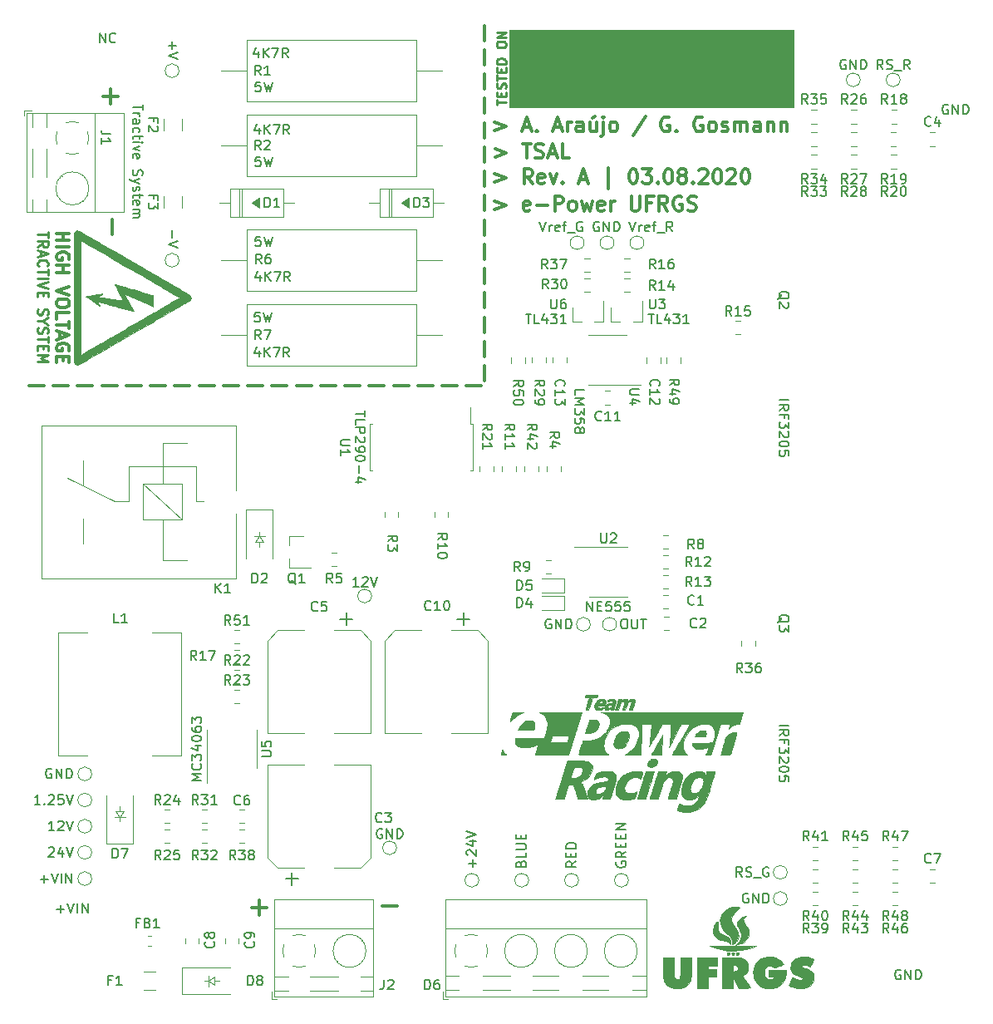
<source format=gbr>
G04 #@! TF.GenerationSoftware,KiCad,Pcbnew,(5.1.5)-3*
G04 #@! TF.CreationDate,2020-08-13T14:13:27-03:00*
G04 #@! TF.ProjectId,TSAL,5453414c-2e6b-4696-9361-645f70636258,rev?*
G04 #@! TF.SameCoordinates,Original*
G04 #@! TF.FileFunction,Legend,Top*
G04 #@! TF.FilePolarity,Positive*
%FSLAX46Y46*%
G04 Gerber Fmt 4.6, Leading zero omitted, Abs format (unit mm)*
G04 Created by KiCad (PCBNEW (5.1.5)-3) date 2020-08-13 14:13:27*
%MOMM*%
%LPD*%
G04 APERTURE LIST*
%ADD10C,0.300000*%
%ADD11C,0.100000*%
%ADD12C,0.225000*%
%ADD13C,0.250000*%
%ADD14C,0.120000*%
%ADD15C,0.010000*%
%ADD16C,0.150000*%
G04 APERTURE END LIST*
D10*
X152796857Y-141985904D02*
X152796857Y-140462095D01*
X153558761Y-141224000D02*
X152034952Y-141224000D01*
X166877904Y-141081142D02*
X165354095Y-141081142D01*
X137810857Y-72643904D02*
X137810857Y-71120095D01*
X136906095Y-58562857D02*
X138429904Y-58562857D01*
X137668000Y-59324761D02*
X137668000Y-57800952D01*
D11*
G36*
X207264000Y-59690000D02*
G01*
X178308000Y-59690000D01*
X178308000Y-51816000D01*
X207264000Y-51816000D01*
X207264000Y-59690000D01*
G37*
X207264000Y-59690000D02*
X178308000Y-59690000D01*
X178308000Y-51816000D01*
X207264000Y-51816000D01*
X207264000Y-59690000D01*
D12*
X177025761Y-59453273D02*
X177025761Y-58910416D01*
X177975761Y-59181845D02*
X177025761Y-59181845D01*
X177478142Y-58593750D02*
X177478142Y-58277083D01*
X177975761Y-58141369D02*
X177975761Y-58593750D01*
X177025761Y-58593750D01*
X177025761Y-58141369D01*
X177930523Y-57779464D02*
X177975761Y-57643750D01*
X177975761Y-57417559D01*
X177930523Y-57327083D01*
X177885285Y-57281845D01*
X177794809Y-57236607D01*
X177704333Y-57236607D01*
X177613857Y-57281845D01*
X177568619Y-57327083D01*
X177523380Y-57417559D01*
X177478142Y-57598511D01*
X177432904Y-57688988D01*
X177387666Y-57734226D01*
X177297190Y-57779464D01*
X177206714Y-57779464D01*
X177116238Y-57734226D01*
X177071000Y-57688988D01*
X177025761Y-57598511D01*
X177025761Y-57372321D01*
X177071000Y-57236607D01*
X177025761Y-56965178D02*
X177025761Y-56422321D01*
X177975761Y-56693750D02*
X177025761Y-56693750D01*
X177478142Y-56105654D02*
X177478142Y-55788988D01*
X177975761Y-55653273D02*
X177975761Y-56105654D01*
X177025761Y-56105654D01*
X177025761Y-55653273D01*
X177975761Y-55246130D02*
X177025761Y-55246130D01*
X177025761Y-55019940D01*
X177071000Y-54884226D01*
X177161476Y-54793750D01*
X177251952Y-54748511D01*
X177432904Y-54703273D01*
X177568619Y-54703273D01*
X177749571Y-54748511D01*
X177840047Y-54793750D01*
X177930523Y-54884226D01*
X177975761Y-55019940D01*
X177975761Y-55246130D01*
X177025761Y-53391369D02*
X177025761Y-53210416D01*
X177071000Y-53119940D01*
X177161476Y-53029464D01*
X177342428Y-52984226D01*
X177659095Y-52984226D01*
X177840047Y-53029464D01*
X177930523Y-53119940D01*
X177975761Y-53210416D01*
X177975761Y-53391369D01*
X177930523Y-53481845D01*
X177840047Y-53572321D01*
X177659095Y-53617559D01*
X177342428Y-53617559D01*
X177161476Y-53572321D01*
X177071000Y-53481845D01*
X177025761Y-53391369D01*
X177975761Y-52577083D02*
X177025761Y-52577083D01*
X177975761Y-52034226D01*
X177025761Y-52034226D01*
D10*
X175739134Y-51362693D02*
X175739134Y-52886502D01*
X175739134Y-53838883D02*
X175739134Y-55362693D01*
X175739134Y-56315074D02*
X175739134Y-57838883D01*
X175739134Y-58791264D02*
X175739134Y-60315074D01*
X175739134Y-61267455D02*
X175739134Y-62791264D01*
X175739134Y-63743645D02*
X175739134Y-65267455D01*
X175739134Y-66219836D02*
X175739134Y-67743645D01*
X175739134Y-68696026D02*
X175739134Y-70219836D01*
X175739134Y-71172217D02*
X175739134Y-72696026D01*
X175739134Y-73648407D02*
X175739134Y-75172217D01*
X175739134Y-76124598D02*
X175739134Y-77648407D01*
X175739134Y-78600788D02*
X175739134Y-80124598D01*
X175739134Y-81076979D02*
X175739134Y-82600788D01*
X175739134Y-83553169D02*
X175739134Y-85076979D01*
X175739134Y-86029360D02*
X175739134Y-87553169D01*
X175475848Y-88010074D02*
X173952039Y-88010074D01*
X172999658Y-88010074D02*
X171475848Y-88010074D01*
X170523467Y-88010074D02*
X168999658Y-88010074D01*
X168047277Y-88010074D02*
X166523467Y-88010074D01*
X165571086Y-88010074D02*
X164047277Y-88010074D01*
X163094896Y-88010074D02*
X161571086Y-88010074D01*
X160618705Y-88010074D02*
X159094896Y-88010074D01*
X158142515Y-88010074D02*
X156618705Y-88010074D01*
X155666324Y-88010074D02*
X154142515Y-88010074D01*
X153190134Y-88010074D02*
X151666324Y-88010074D01*
X150713943Y-88010074D02*
X149190134Y-88010074D01*
X148237753Y-88010074D02*
X146713943Y-88010074D01*
X145761562Y-88010074D02*
X144237753Y-88010074D01*
X143285372Y-88010074D02*
X141761562Y-88010074D01*
X140809181Y-88010074D02*
X139285372Y-88010074D01*
X138332991Y-88010074D02*
X136809181Y-88010074D01*
X135856800Y-88010074D02*
X134332991Y-88010074D01*
X133380610Y-88010074D02*
X131856800Y-88010074D01*
X130904419Y-88010074D02*
X129380610Y-88010074D01*
D13*
X131316420Y-72380360D02*
X131316420Y-72980360D01*
X130266420Y-72680360D02*
X131316420Y-72680360D01*
X130266420Y-73930360D02*
X130766420Y-73580360D01*
X130266420Y-73330360D02*
X131316420Y-73330360D01*
X131316420Y-73730360D01*
X131266420Y-73830360D01*
X131216420Y-73880360D01*
X131116420Y-73930360D01*
X130966420Y-73930360D01*
X130866420Y-73880360D01*
X130816420Y-73830360D01*
X130766420Y-73730360D01*
X130766420Y-73330360D01*
X130566420Y-74330360D02*
X130566420Y-74830360D01*
X130266420Y-74230360D02*
X131316420Y-74580360D01*
X130266420Y-74930360D01*
X130366420Y-75880360D02*
X130316420Y-75830360D01*
X130266420Y-75680360D01*
X130266420Y-75580360D01*
X130316420Y-75430360D01*
X130416420Y-75330360D01*
X130516420Y-75280360D01*
X130716420Y-75230360D01*
X130866420Y-75230360D01*
X131066420Y-75280360D01*
X131166420Y-75330360D01*
X131266420Y-75430360D01*
X131316420Y-75580360D01*
X131316420Y-75680360D01*
X131266420Y-75830360D01*
X131216420Y-75880360D01*
X131316420Y-76180360D02*
X131316420Y-76780360D01*
X130266420Y-76480360D02*
X131316420Y-76480360D01*
X130266420Y-77130360D02*
X131316420Y-77130360D01*
X131316420Y-77480360D02*
X130266420Y-77830360D01*
X131316420Y-78180360D01*
X130816420Y-78530360D02*
X130816420Y-78880360D01*
X130266420Y-79030360D02*
X130266420Y-78530360D01*
X131316420Y-78530360D01*
X131316420Y-79030360D01*
X130316420Y-80230360D02*
X130266420Y-80380360D01*
X130266420Y-80630360D01*
X130316420Y-80730360D01*
X130366420Y-80780360D01*
X130466420Y-80830360D01*
X130566420Y-80830360D01*
X130666420Y-80780360D01*
X130716420Y-80730360D01*
X130766420Y-80630360D01*
X130816420Y-80430360D01*
X130866420Y-80330360D01*
X130916420Y-80280360D01*
X131016420Y-80230360D01*
X131116420Y-80230360D01*
X131216420Y-80280360D01*
X131266420Y-80330360D01*
X131316420Y-80430360D01*
X131316420Y-80680360D01*
X131266420Y-80830360D01*
X130766420Y-81480360D02*
X130266420Y-81480360D01*
X131316420Y-81130360D02*
X130766420Y-81480360D01*
X131316420Y-81830360D01*
X130316420Y-82130360D02*
X130266420Y-82280360D01*
X130266420Y-82530360D01*
X130316420Y-82630360D01*
X130366420Y-82680360D01*
X130466420Y-82730360D01*
X130566420Y-82730360D01*
X130666420Y-82680360D01*
X130716420Y-82630360D01*
X130766420Y-82530360D01*
X130816420Y-82330360D01*
X130866420Y-82230360D01*
X130916420Y-82180360D01*
X131016420Y-82130360D01*
X131116420Y-82130360D01*
X131216420Y-82180360D01*
X131266420Y-82230360D01*
X131316420Y-82330360D01*
X131316420Y-82580360D01*
X131266420Y-82730360D01*
X131316420Y-83030360D02*
X131316420Y-83630360D01*
X130266420Y-83330360D02*
X131316420Y-83330360D01*
X130816420Y-83980360D02*
X130816420Y-84330360D01*
X130266420Y-84480360D02*
X130266420Y-83980360D01*
X131316420Y-83980360D01*
X131316420Y-84480360D01*
X130266420Y-84930360D02*
X131316420Y-84930360D01*
X130566420Y-85280360D01*
X131316420Y-85630360D01*
X130266420Y-85630360D01*
D10*
X176802742Y-66480571D02*
X177945600Y-66909142D01*
X176802742Y-67337714D01*
X180659885Y-67480571D02*
X180159885Y-66766285D01*
X179802742Y-67480571D02*
X179802742Y-65980571D01*
X180374171Y-65980571D01*
X180517028Y-66052000D01*
X180588457Y-66123428D01*
X180659885Y-66266285D01*
X180659885Y-66480571D01*
X180588457Y-66623428D01*
X180517028Y-66694857D01*
X180374171Y-66766285D01*
X179802742Y-66766285D01*
X181874171Y-67409142D02*
X181731314Y-67480571D01*
X181445600Y-67480571D01*
X181302742Y-67409142D01*
X181231314Y-67266285D01*
X181231314Y-66694857D01*
X181302742Y-66552000D01*
X181445600Y-66480571D01*
X181731314Y-66480571D01*
X181874171Y-66552000D01*
X181945600Y-66694857D01*
X181945600Y-66837714D01*
X181231314Y-66980571D01*
X182445600Y-66480571D02*
X182802742Y-67480571D01*
X183159885Y-66480571D01*
X183731314Y-67337714D02*
X183802742Y-67409142D01*
X183731314Y-67480571D01*
X183659885Y-67409142D01*
X183731314Y-67337714D01*
X183731314Y-67480571D01*
X185517028Y-67052000D02*
X186231314Y-67052000D01*
X185374171Y-67480571D02*
X185874171Y-65980571D01*
X186374171Y-67480571D01*
X188374171Y-67980571D02*
X188374171Y-65837714D01*
X190874171Y-65980571D02*
X191017028Y-65980571D01*
X191159885Y-66052000D01*
X191231314Y-66123428D01*
X191302742Y-66266285D01*
X191374171Y-66552000D01*
X191374171Y-66909142D01*
X191302742Y-67194857D01*
X191231314Y-67337714D01*
X191159885Y-67409142D01*
X191017028Y-67480571D01*
X190874171Y-67480571D01*
X190731314Y-67409142D01*
X190659885Y-67337714D01*
X190588457Y-67194857D01*
X190517028Y-66909142D01*
X190517028Y-66552000D01*
X190588457Y-66266285D01*
X190659885Y-66123428D01*
X190731314Y-66052000D01*
X190874171Y-65980571D01*
X191874171Y-65980571D02*
X192802742Y-65980571D01*
X192302742Y-66552000D01*
X192517028Y-66552000D01*
X192659885Y-66623428D01*
X192731314Y-66694857D01*
X192802742Y-66837714D01*
X192802742Y-67194857D01*
X192731314Y-67337714D01*
X192659885Y-67409142D01*
X192517028Y-67480571D01*
X192088457Y-67480571D01*
X191945600Y-67409142D01*
X191874171Y-67337714D01*
X193445600Y-67337714D02*
X193517028Y-67409142D01*
X193445600Y-67480571D01*
X193374171Y-67409142D01*
X193445600Y-67337714D01*
X193445600Y-67480571D01*
X194445600Y-65980571D02*
X194588457Y-65980571D01*
X194731314Y-66052000D01*
X194802742Y-66123428D01*
X194874171Y-66266285D01*
X194945600Y-66552000D01*
X194945600Y-66909142D01*
X194874171Y-67194857D01*
X194802742Y-67337714D01*
X194731314Y-67409142D01*
X194588457Y-67480571D01*
X194445600Y-67480571D01*
X194302742Y-67409142D01*
X194231314Y-67337714D01*
X194159885Y-67194857D01*
X194088457Y-66909142D01*
X194088457Y-66552000D01*
X194159885Y-66266285D01*
X194231314Y-66123428D01*
X194302742Y-66052000D01*
X194445600Y-65980571D01*
X195802742Y-66623428D02*
X195659885Y-66552000D01*
X195588457Y-66480571D01*
X195517028Y-66337714D01*
X195517028Y-66266285D01*
X195588457Y-66123428D01*
X195659885Y-66052000D01*
X195802742Y-65980571D01*
X196088457Y-65980571D01*
X196231314Y-66052000D01*
X196302742Y-66123428D01*
X196374171Y-66266285D01*
X196374171Y-66337714D01*
X196302742Y-66480571D01*
X196231314Y-66552000D01*
X196088457Y-66623428D01*
X195802742Y-66623428D01*
X195659885Y-66694857D01*
X195588457Y-66766285D01*
X195517028Y-66909142D01*
X195517028Y-67194857D01*
X195588457Y-67337714D01*
X195659885Y-67409142D01*
X195802742Y-67480571D01*
X196088457Y-67480571D01*
X196231314Y-67409142D01*
X196302742Y-67337714D01*
X196374171Y-67194857D01*
X196374171Y-66909142D01*
X196302742Y-66766285D01*
X196231314Y-66694857D01*
X196088457Y-66623428D01*
X197017028Y-67337714D02*
X197088457Y-67409142D01*
X197017028Y-67480571D01*
X196945600Y-67409142D01*
X197017028Y-67337714D01*
X197017028Y-67480571D01*
X197659885Y-66123428D02*
X197731314Y-66052000D01*
X197874171Y-65980571D01*
X198231314Y-65980571D01*
X198374171Y-66052000D01*
X198445600Y-66123428D01*
X198517028Y-66266285D01*
X198517028Y-66409142D01*
X198445600Y-66623428D01*
X197588457Y-67480571D01*
X198517028Y-67480571D01*
X199445600Y-65980571D02*
X199588457Y-65980571D01*
X199731314Y-66052000D01*
X199802742Y-66123428D01*
X199874171Y-66266285D01*
X199945600Y-66552000D01*
X199945600Y-66909142D01*
X199874171Y-67194857D01*
X199802742Y-67337714D01*
X199731314Y-67409142D01*
X199588457Y-67480571D01*
X199445600Y-67480571D01*
X199302742Y-67409142D01*
X199231314Y-67337714D01*
X199159885Y-67194857D01*
X199088457Y-66909142D01*
X199088457Y-66552000D01*
X199159885Y-66266285D01*
X199231314Y-66123428D01*
X199302742Y-66052000D01*
X199445600Y-65980571D01*
X200517028Y-66123428D02*
X200588457Y-66052000D01*
X200731314Y-65980571D01*
X201088457Y-65980571D01*
X201231314Y-66052000D01*
X201302742Y-66123428D01*
X201374171Y-66266285D01*
X201374171Y-66409142D01*
X201302742Y-66623428D01*
X200445600Y-67480571D01*
X201374171Y-67480571D01*
X202302742Y-65980571D02*
X202445600Y-65980571D01*
X202588457Y-66052000D01*
X202659885Y-66123428D01*
X202731314Y-66266285D01*
X202802742Y-66552000D01*
X202802742Y-66909142D01*
X202731314Y-67194857D01*
X202659885Y-67337714D01*
X202588457Y-67409142D01*
X202445600Y-67480571D01*
X202302742Y-67480571D01*
X202159885Y-67409142D01*
X202088457Y-67337714D01*
X202017028Y-67194857D01*
X201945600Y-66909142D01*
X201945600Y-66552000D01*
X202017028Y-66266285D01*
X202088457Y-66123428D01*
X202159885Y-66052000D01*
X202302742Y-65980571D01*
X176853542Y-63889771D02*
X177996400Y-64318342D01*
X176853542Y-64746914D01*
X179639257Y-63389771D02*
X180496400Y-63389771D01*
X180067828Y-64889771D02*
X180067828Y-63389771D01*
X180924971Y-64818342D02*
X181139257Y-64889771D01*
X181496400Y-64889771D01*
X181639257Y-64818342D01*
X181710685Y-64746914D01*
X181782114Y-64604057D01*
X181782114Y-64461200D01*
X181710685Y-64318342D01*
X181639257Y-64246914D01*
X181496400Y-64175485D01*
X181210685Y-64104057D01*
X181067828Y-64032628D01*
X180996400Y-63961200D01*
X180924971Y-63818342D01*
X180924971Y-63675485D01*
X180996400Y-63532628D01*
X181067828Y-63461200D01*
X181210685Y-63389771D01*
X181567828Y-63389771D01*
X181782114Y-63461200D01*
X182353542Y-64461200D02*
X183067828Y-64461200D01*
X182210685Y-64889771D02*
X182710685Y-63389771D01*
X183210685Y-64889771D01*
X184424971Y-64889771D02*
X183710685Y-64889771D01*
X183710685Y-63389771D01*
X176802742Y-69233931D02*
X177945600Y-69662502D01*
X176802742Y-70091074D01*
X180374171Y-70162502D02*
X180231314Y-70233931D01*
X179945600Y-70233931D01*
X179802742Y-70162502D01*
X179731314Y-70019645D01*
X179731314Y-69448217D01*
X179802742Y-69305360D01*
X179945600Y-69233931D01*
X180231314Y-69233931D01*
X180374171Y-69305360D01*
X180445600Y-69448217D01*
X180445600Y-69591074D01*
X179731314Y-69733931D01*
X181088457Y-69662502D02*
X182231314Y-69662502D01*
X182945600Y-70233931D02*
X182945600Y-68733931D01*
X183517028Y-68733931D01*
X183659885Y-68805360D01*
X183731314Y-68876788D01*
X183802742Y-69019645D01*
X183802742Y-69233931D01*
X183731314Y-69376788D01*
X183659885Y-69448217D01*
X183517028Y-69519645D01*
X182945600Y-69519645D01*
X184659885Y-70233931D02*
X184517028Y-70162502D01*
X184445600Y-70091074D01*
X184374171Y-69948217D01*
X184374171Y-69519645D01*
X184445600Y-69376788D01*
X184517028Y-69305360D01*
X184659885Y-69233931D01*
X184874171Y-69233931D01*
X185017028Y-69305360D01*
X185088457Y-69376788D01*
X185159885Y-69519645D01*
X185159885Y-69948217D01*
X185088457Y-70091074D01*
X185017028Y-70162502D01*
X184874171Y-70233931D01*
X184659885Y-70233931D01*
X185659885Y-69233931D02*
X185945600Y-70233931D01*
X186231314Y-69519645D01*
X186517028Y-70233931D01*
X186802742Y-69233931D01*
X187945600Y-70162502D02*
X187802742Y-70233931D01*
X187517028Y-70233931D01*
X187374171Y-70162502D01*
X187302742Y-70019645D01*
X187302742Y-69448217D01*
X187374171Y-69305360D01*
X187517028Y-69233931D01*
X187802742Y-69233931D01*
X187945600Y-69305360D01*
X188017028Y-69448217D01*
X188017028Y-69591074D01*
X187302742Y-69733931D01*
X188659885Y-70233931D02*
X188659885Y-69233931D01*
X188659885Y-69519645D02*
X188731314Y-69376788D01*
X188802742Y-69305360D01*
X188945600Y-69233931D01*
X189088457Y-69233931D01*
X190731314Y-68733931D02*
X190731314Y-69948217D01*
X190802742Y-70091074D01*
X190874171Y-70162502D01*
X191017028Y-70233931D01*
X191302742Y-70233931D01*
X191445600Y-70162502D01*
X191517028Y-70091074D01*
X191588457Y-69948217D01*
X191588457Y-68733931D01*
X192802742Y-69448217D02*
X192302742Y-69448217D01*
X192302742Y-70233931D02*
X192302742Y-68733931D01*
X193017028Y-68733931D01*
X194445600Y-70233931D02*
X193945600Y-69519645D01*
X193588457Y-70233931D02*
X193588457Y-68733931D01*
X194159885Y-68733931D01*
X194302742Y-68805360D01*
X194374171Y-68876788D01*
X194445600Y-69019645D01*
X194445600Y-69233931D01*
X194374171Y-69376788D01*
X194302742Y-69448217D01*
X194159885Y-69519645D01*
X193588457Y-69519645D01*
X195874171Y-68805360D02*
X195731314Y-68733931D01*
X195517028Y-68733931D01*
X195302742Y-68805360D01*
X195159885Y-68948217D01*
X195088457Y-69091074D01*
X195017028Y-69376788D01*
X195017028Y-69591074D01*
X195088457Y-69876788D01*
X195159885Y-70019645D01*
X195302742Y-70162502D01*
X195517028Y-70233931D01*
X195659885Y-70233931D01*
X195874171Y-70162502D01*
X195945600Y-70091074D01*
X195945600Y-69591074D01*
X195659885Y-69591074D01*
X196517028Y-70162502D02*
X196731314Y-70233931D01*
X197088457Y-70233931D01*
X197231314Y-70162502D01*
X197302742Y-70091074D01*
X197374171Y-69948217D01*
X197374171Y-69805360D01*
X197302742Y-69662502D01*
X197231314Y-69591074D01*
X197088457Y-69519645D01*
X196802742Y-69448217D01*
X196659885Y-69376788D01*
X196588457Y-69305360D01*
X196517028Y-69162502D01*
X196517028Y-69019645D01*
X196588457Y-68876788D01*
X196659885Y-68805360D01*
X196802742Y-68733931D01*
X197159885Y-68733931D01*
X197374171Y-68805360D01*
X176828142Y-61171971D02*
X177971000Y-61600542D01*
X176828142Y-62029114D01*
X179756714Y-61743400D02*
X180471000Y-61743400D01*
X179613857Y-62171971D02*
X180113857Y-60671971D01*
X180613857Y-62171971D01*
X181113857Y-62029114D02*
X181185285Y-62100542D01*
X181113857Y-62171971D01*
X181042428Y-62100542D01*
X181113857Y-62029114D01*
X181113857Y-62171971D01*
X182899571Y-61743400D02*
X183613857Y-61743400D01*
X182756714Y-62171971D02*
X183256714Y-60671971D01*
X183756714Y-62171971D01*
X184256714Y-62171971D02*
X184256714Y-61171971D01*
X184256714Y-61457685D02*
X184328142Y-61314828D01*
X184399571Y-61243400D01*
X184542428Y-61171971D01*
X184685285Y-61171971D01*
X185828142Y-62171971D02*
X185828142Y-61386257D01*
X185756714Y-61243400D01*
X185613857Y-61171971D01*
X185328142Y-61171971D01*
X185185285Y-61243400D01*
X185828142Y-62100542D02*
X185685285Y-62171971D01*
X185328142Y-62171971D01*
X185185285Y-62100542D01*
X185113857Y-61957685D01*
X185113857Y-61814828D01*
X185185285Y-61671971D01*
X185328142Y-61600542D01*
X185685285Y-61600542D01*
X185828142Y-61529114D01*
X187185285Y-61171971D02*
X187185285Y-62171971D01*
X186542428Y-61171971D02*
X186542428Y-61957685D01*
X186613857Y-62100542D01*
X186756714Y-62171971D01*
X186971000Y-62171971D01*
X187113857Y-62100542D01*
X187185285Y-62029114D01*
X187042428Y-60600542D02*
X186828142Y-60814828D01*
X187899571Y-61171971D02*
X187899571Y-62457685D01*
X187828142Y-62600542D01*
X187685285Y-62671971D01*
X187613857Y-62671971D01*
X187899571Y-60671971D02*
X187828142Y-60743400D01*
X187899571Y-60814828D01*
X187971000Y-60743400D01*
X187899571Y-60671971D01*
X187899571Y-60814828D01*
X188828142Y-62171971D02*
X188685285Y-62100542D01*
X188613857Y-62029114D01*
X188542428Y-61886257D01*
X188542428Y-61457685D01*
X188613857Y-61314828D01*
X188685285Y-61243400D01*
X188828142Y-61171971D01*
X189042428Y-61171971D01*
X189185285Y-61243400D01*
X189256714Y-61314828D01*
X189328142Y-61457685D01*
X189328142Y-61886257D01*
X189256714Y-62029114D01*
X189185285Y-62100542D01*
X189042428Y-62171971D01*
X188828142Y-62171971D01*
X192185285Y-60600542D02*
X190899571Y-62529114D01*
X194613857Y-60743400D02*
X194471000Y-60671971D01*
X194256714Y-60671971D01*
X194042428Y-60743400D01*
X193899571Y-60886257D01*
X193828142Y-61029114D01*
X193756714Y-61314828D01*
X193756714Y-61529114D01*
X193828142Y-61814828D01*
X193899571Y-61957685D01*
X194042428Y-62100542D01*
X194256714Y-62171971D01*
X194399571Y-62171971D01*
X194613857Y-62100542D01*
X194685285Y-62029114D01*
X194685285Y-61529114D01*
X194399571Y-61529114D01*
X195328142Y-62029114D02*
X195399571Y-62100542D01*
X195328142Y-62171971D01*
X195256714Y-62100542D01*
X195328142Y-62029114D01*
X195328142Y-62171971D01*
X197971000Y-60743400D02*
X197828142Y-60671971D01*
X197613857Y-60671971D01*
X197399571Y-60743400D01*
X197256714Y-60886257D01*
X197185285Y-61029114D01*
X197113857Y-61314828D01*
X197113857Y-61529114D01*
X197185285Y-61814828D01*
X197256714Y-61957685D01*
X197399571Y-62100542D01*
X197613857Y-62171971D01*
X197756714Y-62171971D01*
X197971000Y-62100542D01*
X198042428Y-62029114D01*
X198042428Y-61529114D01*
X197756714Y-61529114D01*
X198899571Y-62171971D02*
X198756714Y-62100542D01*
X198685285Y-62029114D01*
X198613857Y-61886257D01*
X198613857Y-61457685D01*
X198685285Y-61314828D01*
X198756714Y-61243400D01*
X198899571Y-61171971D01*
X199113857Y-61171971D01*
X199256714Y-61243400D01*
X199328142Y-61314828D01*
X199399571Y-61457685D01*
X199399571Y-61886257D01*
X199328142Y-62029114D01*
X199256714Y-62100542D01*
X199113857Y-62171971D01*
X198899571Y-62171971D01*
X199971000Y-62100542D02*
X200113857Y-62171971D01*
X200399571Y-62171971D01*
X200542428Y-62100542D01*
X200613857Y-61957685D01*
X200613857Y-61886257D01*
X200542428Y-61743400D01*
X200399571Y-61671971D01*
X200185285Y-61671971D01*
X200042428Y-61600542D01*
X199971000Y-61457685D01*
X199971000Y-61386257D01*
X200042428Y-61243400D01*
X200185285Y-61171971D01*
X200399571Y-61171971D01*
X200542428Y-61243400D01*
X201256714Y-62171971D02*
X201256714Y-61171971D01*
X201256714Y-61314828D02*
X201328142Y-61243400D01*
X201471000Y-61171971D01*
X201685285Y-61171971D01*
X201828142Y-61243400D01*
X201899571Y-61386257D01*
X201899571Y-62171971D01*
X201899571Y-61386257D02*
X201971000Y-61243400D01*
X202113857Y-61171971D01*
X202328142Y-61171971D01*
X202471000Y-61243400D01*
X202542428Y-61386257D01*
X202542428Y-62171971D01*
X203899571Y-62171971D02*
X203899571Y-61386257D01*
X203828142Y-61243400D01*
X203685285Y-61171971D01*
X203399571Y-61171971D01*
X203256714Y-61243400D01*
X203899571Y-62100542D02*
X203756714Y-62171971D01*
X203399571Y-62171971D01*
X203256714Y-62100542D01*
X203185285Y-61957685D01*
X203185285Y-61814828D01*
X203256714Y-61671971D01*
X203399571Y-61600542D01*
X203756714Y-61600542D01*
X203899571Y-61529114D01*
X204613857Y-61171971D02*
X204613857Y-62171971D01*
X204613857Y-61314828D02*
X204685285Y-61243400D01*
X204828142Y-61171971D01*
X205042428Y-61171971D01*
X205185285Y-61243400D01*
X205256714Y-61386257D01*
X205256714Y-62171971D01*
X205971000Y-61171971D02*
X205971000Y-62171971D01*
X205971000Y-61314828D02*
X206042428Y-61243400D01*
X206185285Y-61171971D01*
X206399571Y-61171971D01*
X206542428Y-61243400D01*
X206613857Y-61386257D01*
X206613857Y-62171971D01*
X132185324Y-72518455D02*
X133485324Y-72518455D01*
X132866277Y-72518455D02*
X132866277Y-73261312D01*
X132185324Y-73261312D02*
X133485324Y-73261312D01*
X132185324Y-73880360D02*
X133485324Y-73880360D01*
X133423420Y-75180360D02*
X133485324Y-75056550D01*
X133485324Y-74870836D01*
X133423420Y-74685121D01*
X133299610Y-74561312D01*
X133175800Y-74499407D01*
X132928181Y-74437502D01*
X132742467Y-74437502D01*
X132494848Y-74499407D01*
X132371039Y-74561312D01*
X132247229Y-74685121D01*
X132185324Y-74870836D01*
X132185324Y-74994645D01*
X132247229Y-75180360D01*
X132309134Y-75242264D01*
X132742467Y-75242264D01*
X132742467Y-74994645D01*
X132185324Y-75799407D02*
X133485324Y-75799407D01*
X132866277Y-75799407D02*
X132866277Y-76542264D01*
X132185324Y-76542264D02*
X133485324Y-76542264D01*
X133485324Y-77966074D02*
X132185324Y-78399407D01*
X133485324Y-78832740D01*
X133485324Y-79513693D02*
X133485324Y-79761312D01*
X133423420Y-79885121D01*
X133299610Y-80008931D01*
X133051991Y-80070836D01*
X132618658Y-80070836D01*
X132371039Y-80008931D01*
X132247229Y-79885121D01*
X132185324Y-79761312D01*
X132185324Y-79513693D01*
X132247229Y-79389883D01*
X132371039Y-79266074D01*
X132618658Y-79204169D01*
X133051991Y-79204169D01*
X133299610Y-79266074D01*
X133423420Y-79389883D01*
X133485324Y-79513693D01*
X132185324Y-81247026D02*
X132185324Y-80627979D01*
X133485324Y-80627979D01*
X133485324Y-81494645D02*
X133485324Y-82237502D01*
X132185324Y-81866074D02*
X133485324Y-81866074D01*
X132556753Y-82608931D02*
X132556753Y-83227979D01*
X132185324Y-82485121D02*
X133485324Y-82918455D01*
X132185324Y-83351788D01*
X133423420Y-84466074D02*
X133485324Y-84342264D01*
X133485324Y-84156550D01*
X133423420Y-83970836D01*
X133299610Y-83847026D01*
X133175800Y-83785121D01*
X132928181Y-83723217D01*
X132742467Y-83723217D01*
X132494848Y-83785121D01*
X132371039Y-83847026D01*
X132247229Y-83970836D01*
X132185324Y-84156550D01*
X132185324Y-84280360D01*
X132247229Y-84466074D01*
X132309134Y-84527979D01*
X132742467Y-84527979D01*
X132742467Y-84280360D01*
X132866277Y-85085121D02*
X132866277Y-85518455D01*
X132185324Y-85704169D02*
X132185324Y-85085121D01*
X133485324Y-85085121D01*
X133485324Y-85704169D01*
D14*
X143108000Y-68739936D02*
X143108000Y-69944064D01*
X144928000Y-68739936D02*
X144928000Y-69944064D01*
X143108000Y-60865936D02*
X143108000Y-62070064D01*
X144928000Y-60865936D02*
X144928000Y-62070064D01*
X184729000Y-81532000D02*
X184729000Y-80072000D01*
X187889000Y-81532000D02*
X187889000Y-79372000D01*
X187889000Y-81532000D02*
X186959000Y-81532000D01*
X184729000Y-81532000D02*
X185659000Y-81532000D01*
X188666000Y-81532000D02*
X188666000Y-80072000D01*
X191826000Y-81532000D02*
X191826000Y-79372000D01*
X191826000Y-81532000D02*
X190896000Y-81532000D01*
X188666000Y-81532000D02*
X189596000Y-81532000D01*
D15*
G36*
X179228500Y-121286354D02*
G01*
X179401619Y-121286865D01*
X179536380Y-121287695D01*
X179636758Y-121289114D01*
X179706728Y-121291392D01*
X179750264Y-121294798D01*
X179771343Y-121299604D01*
X179773938Y-121306080D01*
X179762026Y-121314495D01*
X179747333Y-121321616D01*
X179522668Y-121426688D01*
X179330775Y-121522133D01*
X179164549Y-121612539D01*
X179016888Y-121702493D01*
X178880686Y-121796580D01*
X178748839Y-121899388D01*
X178614243Y-122015504D01*
X178479850Y-122139953D01*
X178419257Y-122194136D01*
X178385046Y-122216691D01*
X178377705Y-122207302D01*
X178378120Y-122205750D01*
X178438633Y-121994213D01*
X178495006Y-121795098D01*
X178544467Y-121618246D01*
X178579384Y-121491375D01*
X178635583Y-121285000D01*
X179228500Y-121286354D01*
G37*
X179228500Y-121286354D02*
X179401619Y-121286865D01*
X179536380Y-121287695D01*
X179636758Y-121289114D01*
X179706728Y-121291392D01*
X179750264Y-121294798D01*
X179771343Y-121299604D01*
X179773938Y-121306080D01*
X179762026Y-121314495D01*
X179747333Y-121321616D01*
X179522668Y-121426688D01*
X179330775Y-121522133D01*
X179164549Y-121612539D01*
X179016888Y-121702493D01*
X178880686Y-121796580D01*
X178748839Y-121899388D01*
X178614243Y-122015504D01*
X178479850Y-122139953D01*
X178419257Y-122194136D01*
X178385046Y-122216691D01*
X178377705Y-122207302D01*
X178378120Y-122205750D01*
X178438633Y-121994213D01*
X178495006Y-121795098D01*
X178544467Y-121618246D01*
X178579384Y-121491375D01*
X178635583Y-121285000D01*
X179228500Y-121286354D01*
G36*
X190933585Y-119957610D02*
G01*
X190997668Y-119975236D01*
X191041635Y-120010095D01*
X191068042Y-120050650D01*
X191084800Y-120094502D01*
X191091608Y-120148806D01*
X191087635Y-120218544D01*
X191072053Y-120308699D01*
X191044031Y-120424254D01*
X191002740Y-120570190D01*
X190955894Y-120724084D01*
X190917056Y-120850312D01*
X190887997Y-120942064D01*
X190864403Y-121004783D01*
X190841959Y-121043909D01*
X190816348Y-121064886D01*
X190783255Y-121073154D01*
X190738365Y-121074156D01*
X190678944Y-121073334D01*
X190597858Y-121072736D01*
X190551057Y-121069197D01*
X190530493Y-121060099D01*
X190528118Y-121042821D01*
X190532592Y-121025709D01*
X190585799Y-120850075D01*
X190631475Y-120703548D01*
X190673286Y-120574411D01*
X190681630Y-120549271D01*
X190717332Y-120427621D01*
X190731740Y-120337071D01*
X190724810Y-120272109D01*
X190696497Y-120227221D01*
X190678957Y-120213508D01*
X190635346Y-120191863D01*
X190589992Y-120191020D01*
X190542933Y-120202819D01*
X190491719Y-120221371D01*
X190448557Y-120246666D01*
X190410677Y-120283651D01*
X190375306Y-120337270D01*
X190339675Y-120412468D01*
X190301012Y-120514189D01*
X190256546Y-120647378D01*
X190209298Y-120798167D01*
X190127744Y-121062750D01*
X189964622Y-121068932D01*
X189887627Y-121070665D01*
X189830216Y-121069701D01*
X189802575Y-121066274D01*
X189801500Y-121065174D01*
X189807579Y-121042572D01*
X189824325Y-120986918D01*
X189849504Y-120905481D01*
X189880880Y-120805526D01*
X189897812Y-120752075D01*
X189933239Y-120636544D01*
X189964580Y-120526850D01*
X189989065Y-120433246D01*
X190003922Y-120365984D01*
X190006328Y-120350621D01*
X190011366Y-120288329D01*
X190003183Y-120251811D01*
X189976783Y-120225315D01*
X189963792Y-120216458D01*
X189890211Y-120192120D01*
X189807617Y-120205979D01*
X189722576Y-120256870D01*
X189718899Y-120259926D01*
X189687908Y-120291508D01*
X189658248Y-120335272D01*
X189627619Y-120396593D01*
X189593721Y-120480847D01*
X189554253Y-120593409D01*
X189506916Y-120739655D01*
X189488569Y-120798167D01*
X189406099Y-121062750D01*
X189256349Y-121068933D01*
X189181111Y-121069786D01*
X189124083Y-121066211D01*
X189096870Y-121058977D01*
X189096379Y-121058349D01*
X189094694Y-121049408D01*
X189096957Y-121030661D01*
X189104322Y-120998114D01*
X189117943Y-120947769D01*
X189138973Y-120875631D01*
X189168567Y-120777704D01*
X189207880Y-120649992D01*
X189258064Y-120488498D01*
X189296833Y-120364250D01*
X189327623Y-120265278D01*
X189356469Y-120171870D01*
X189379228Y-120097470D01*
X189388129Y-120067917D01*
X189413314Y-119983250D01*
X189576787Y-119977048D01*
X189740259Y-119970845D01*
X189725694Y-120048488D01*
X189718540Y-120087693D01*
X189719352Y-120108184D01*
X189734408Y-120108929D01*
X189769983Y-120088895D01*
X189832352Y-120047051D01*
X189863492Y-120025824D01*
X189924646Y-119989428D01*
X189985212Y-119968450D01*
X190062755Y-119957774D01*
X190106507Y-119955035D01*
X190190394Y-119952820D01*
X190245712Y-119958127D01*
X190285927Y-119973433D01*
X190314791Y-119993373D01*
X190354430Y-120035595D01*
X190372837Y-120076860D01*
X190373000Y-120080036D01*
X190385475Y-120114214D01*
X190419652Y-120115633D01*
X190470654Y-120084487D01*
X190480886Y-120075756D01*
X190598025Y-119999883D01*
X190737980Y-119959665D01*
X190838666Y-119952638D01*
X190933585Y-119957610D01*
G37*
X190933585Y-119957610D02*
X190997668Y-119975236D01*
X191041635Y-120010095D01*
X191068042Y-120050650D01*
X191084800Y-120094502D01*
X191091608Y-120148806D01*
X191087635Y-120218544D01*
X191072053Y-120308699D01*
X191044031Y-120424254D01*
X191002740Y-120570190D01*
X190955894Y-120724084D01*
X190917056Y-120850312D01*
X190887997Y-120942064D01*
X190864403Y-121004783D01*
X190841959Y-121043909D01*
X190816348Y-121064886D01*
X190783255Y-121073154D01*
X190738365Y-121074156D01*
X190678944Y-121073334D01*
X190597858Y-121072736D01*
X190551057Y-121069197D01*
X190530493Y-121060099D01*
X190528118Y-121042821D01*
X190532592Y-121025709D01*
X190585799Y-120850075D01*
X190631475Y-120703548D01*
X190673286Y-120574411D01*
X190681630Y-120549271D01*
X190717332Y-120427621D01*
X190731740Y-120337071D01*
X190724810Y-120272109D01*
X190696497Y-120227221D01*
X190678957Y-120213508D01*
X190635346Y-120191863D01*
X190589992Y-120191020D01*
X190542933Y-120202819D01*
X190491719Y-120221371D01*
X190448557Y-120246666D01*
X190410677Y-120283651D01*
X190375306Y-120337270D01*
X190339675Y-120412468D01*
X190301012Y-120514189D01*
X190256546Y-120647378D01*
X190209298Y-120798167D01*
X190127744Y-121062750D01*
X189964622Y-121068932D01*
X189887627Y-121070665D01*
X189830216Y-121069701D01*
X189802575Y-121066274D01*
X189801500Y-121065174D01*
X189807579Y-121042572D01*
X189824325Y-120986918D01*
X189849504Y-120905481D01*
X189880880Y-120805526D01*
X189897812Y-120752075D01*
X189933239Y-120636544D01*
X189964580Y-120526850D01*
X189989065Y-120433246D01*
X190003922Y-120365984D01*
X190006328Y-120350621D01*
X190011366Y-120288329D01*
X190003183Y-120251811D01*
X189976783Y-120225315D01*
X189963792Y-120216458D01*
X189890211Y-120192120D01*
X189807617Y-120205979D01*
X189722576Y-120256870D01*
X189718899Y-120259926D01*
X189687908Y-120291508D01*
X189658248Y-120335272D01*
X189627619Y-120396593D01*
X189593721Y-120480847D01*
X189554253Y-120593409D01*
X189506916Y-120739655D01*
X189488569Y-120798167D01*
X189406099Y-121062750D01*
X189256349Y-121068933D01*
X189181111Y-121069786D01*
X189124083Y-121066211D01*
X189096870Y-121058977D01*
X189096379Y-121058349D01*
X189094694Y-121049408D01*
X189096957Y-121030661D01*
X189104322Y-120998114D01*
X189117943Y-120947769D01*
X189138973Y-120875631D01*
X189168567Y-120777704D01*
X189207880Y-120649992D01*
X189258064Y-120488498D01*
X189296833Y-120364250D01*
X189327623Y-120265278D01*
X189356469Y-120171870D01*
X189379228Y-120097470D01*
X189388129Y-120067917D01*
X189413314Y-119983250D01*
X189576787Y-119977048D01*
X189740259Y-119970845D01*
X189725694Y-120048488D01*
X189718540Y-120087693D01*
X189719352Y-120108184D01*
X189734408Y-120108929D01*
X189769983Y-120088895D01*
X189832352Y-120047051D01*
X189863492Y-120025824D01*
X189924646Y-119989428D01*
X189985212Y-119968450D01*
X190062755Y-119957774D01*
X190106507Y-119955035D01*
X190190394Y-119952820D01*
X190245712Y-119958127D01*
X190285927Y-119973433D01*
X190314791Y-119993373D01*
X190354430Y-120035595D01*
X190372837Y-120076860D01*
X190373000Y-120080036D01*
X190385475Y-120114214D01*
X190419652Y-120115633D01*
X190470654Y-120084487D01*
X190480886Y-120075756D01*
X190598025Y-119999883D01*
X190737980Y-119959665D01*
X190838666Y-119952638D01*
X190933585Y-119957610D01*
G36*
X186890132Y-119528300D02*
G01*
X187029953Y-119528879D01*
X187136189Y-119530173D01*
X187213213Y-119532451D01*
X187265399Y-119535982D01*
X187297119Y-119541036D01*
X187312749Y-119547880D01*
X187316660Y-119556785D01*
X187314442Y-119565209D01*
X187298170Y-119607904D01*
X187275729Y-119669870D01*
X187268092Y-119691510D01*
X187236829Y-119780770D01*
X187014523Y-119786760D01*
X186792216Y-119792750D01*
X186718850Y-120025584D01*
X186681364Y-120144659D01*
X186640833Y-120273592D01*
X186603400Y-120392834D01*
X186585820Y-120448917D01*
X186551781Y-120557524D01*
X186511768Y-120685065D01*
X186472513Y-120810093D01*
X186457971Y-120856375D01*
X186389784Y-121073334D01*
X186232975Y-121073334D01*
X186157614Y-121070840D01*
X186102061Y-121064248D01*
X186076722Y-121054896D01*
X186076166Y-121053200D01*
X186082435Y-121018289D01*
X186100223Y-120948245D01*
X186128004Y-120848204D01*
X186164253Y-120723307D01*
X186207443Y-120578692D01*
X186256048Y-120419497D01*
X186308542Y-120250862D01*
X186363399Y-120077924D01*
X186394373Y-119981758D01*
X186422062Y-119894595D01*
X186433831Y-119837593D01*
X186424270Y-119804049D01*
X186387972Y-119787262D01*
X186319527Y-119780532D01*
X186229625Y-119777642D01*
X186127906Y-119773493D01*
X186063428Y-119764609D01*
X186031101Y-119745590D01*
X186025838Y-119711033D01*
X186042551Y-119655536D01*
X186064279Y-119602107D01*
X186095173Y-119528167D01*
X186712351Y-119528167D01*
X186890132Y-119528300D01*
G37*
X186890132Y-119528300D02*
X187029953Y-119528879D01*
X187136189Y-119530173D01*
X187213213Y-119532451D01*
X187265399Y-119535982D01*
X187297119Y-119541036D01*
X187312749Y-119547880D01*
X187316660Y-119556785D01*
X187314442Y-119565209D01*
X187298170Y-119607904D01*
X187275729Y-119669870D01*
X187268092Y-119691510D01*
X187236829Y-119780770D01*
X187014523Y-119786760D01*
X186792216Y-119792750D01*
X186718850Y-120025584D01*
X186681364Y-120144659D01*
X186640833Y-120273592D01*
X186603400Y-120392834D01*
X186585820Y-120448917D01*
X186551781Y-120557524D01*
X186511768Y-120685065D01*
X186472513Y-120810093D01*
X186457971Y-120856375D01*
X186389784Y-121073334D01*
X186232975Y-121073334D01*
X186157614Y-121070840D01*
X186102061Y-121064248D01*
X186076722Y-121054896D01*
X186076166Y-121053200D01*
X186082435Y-121018289D01*
X186100223Y-120948245D01*
X186128004Y-120848204D01*
X186164253Y-120723307D01*
X186207443Y-120578692D01*
X186256048Y-120419497D01*
X186308542Y-120250862D01*
X186363399Y-120077924D01*
X186394373Y-119981758D01*
X186422062Y-119894595D01*
X186433831Y-119837593D01*
X186424270Y-119804049D01*
X186387972Y-119787262D01*
X186319527Y-119780532D01*
X186229625Y-119777642D01*
X186127906Y-119773493D01*
X186063428Y-119764609D01*
X186031101Y-119745590D01*
X186025838Y-119711033D01*
X186042551Y-119655536D01*
X186064279Y-119602107D01*
X186095173Y-119528167D01*
X186712351Y-119528167D01*
X186890132Y-119528300D01*
G36*
X188925479Y-119960999D02*
G01*
X189026404Y-119990133D01*
X189095858Y-120041944D01*
X189135081Y-120118719D01*
X189145313Y-120222746D01*
X189127797Y-120356313D01*
X189089890Y-120501834D01*
X189056708Y-120611913D01*
X189018985Y-120738033D01*
X188984072Y-120855606D01*
X188979158Y-120872250D01*
X188922981Y-121062750D01*
X188767680Y-121069007D01*
X188612378Y-121075265D01*
X188626537Y-121010799D01*
X188633290Y-120966309D01*
X188630344Y-120946408D01*
X188629838Y-120946334D01*
X188607502Y-120956653D01*
X188560433Y-120983466D01*
X188509724Y-121014250D01*
X188408214Y-121062103D01*
X188298945Y-121088538D01*
X188194307Y-121092241D01*
X188106692Y-121071899D01*
X188083316Y-121059487D01*
X188019143Y-120996509D01*
X187984670Y-120915572D01*
X187981166Y-120880470D01*
X187991418Y-120826321D01*
X188006436Y-120783774D01*
X188325178Y-120783774D01*
X188354126Y-120835634D01*
X188383333Y-120855573D01*
X188422304Y-120874952D01*
X188438383Y-120882521D01*
X188457582Y-120876765D01*
X188502148Y-120862180D01*
X188512466Y-120858735D01*
X188614098Y-120804792D01*
X188694633Y-120716614D01*
X188725774Y-120663357D01*
X188750635Y-120605113D01*
X188750337Y-120569161D01*
X188720763Y-120552629D01*
X188657799Y-120552643D01*
X188581355Y-120562523D01*
X188496697Y-120578557D01*
X188440136Y-120598868D01*
X188397480Y-120629589D01*
X188376801Y-120650914D01*
X188332665Y-120719971D01*
X188325178Y-120783774D01*
X188006436Y-120783774D01*
X188017738Y-120751757D01*
X188053470Y-120672078D01*
X188091961Y-120602587D01*
X188116950Y-120568237D01*
X188186896Y-120512410D01*
X188288558Y-120461808D01*
X188411356Y-120419857D01*
X188544710Y-120389983D01*
X188678041Y-120375613D01*
X188714202Y-120374834D01*
X188789852Y-120361915D01*
X188834074Y-120325562D01*
X188843373Y-120269377D01*
X188838155Y-120247012D01*
X188801228Y-120196280D01*
X188732989Y-120167365D01*
X188638746Y-120160841D01*
X188523806Y-120177282D01*
X188432790Y-120203129D01*
X188367253Y-120223886D01*
X188320009Y-120236275D01*
X188302791Y-120237847D01*
X188300508Y-120211833D01*
X188308779Y-120162563D01*
X188323631Y-120106547D01*
X188341090Y-120060291D01*
X188348695Y-120047120D01*
X188389103Y-120019216D01*
X188462431Y-119993767D01*
X188559270Y-119972788D01*
X188670210Y-119958293D01*
X188785840Y-119952296D01*
X188791842Y-119952254D01*
X188925479Y-119960999D01*
G37*
X188925479Y-119960999D02*
X189026404Y-119990133D01*
X189095858Y-120041944D01*
X189135081Y-120118719D01*
X189145313Y-120222746D01*
X189127797Y-120356313D01*
X189089890Y-120501834D01*
X189056708Y-120611913D01*
X189018985Y-120738033D01*
X188984072Y-120855606D01*
X188979158Y-120872250D01*
X188922981Y-121062750D01*
X188767680Y-121069007D01*
X188612378Y-121075265D01*
X188626537Y-121010799D01*
X188633290Y-120966309D01*
X188630344Y-120946408D01*
X188629838Y-120946334D01*
X188607502Y-120956653D01*
X188560433Y-120983466D01*
X188509724Y-121014250D01*
X188408214Y-121062103D01*
X188298945Y-121088538D01*
X188194307Y-121092241D01*
X188106692Y-121071899D01*
X188083316Y-121059487D01*
X188019143Y-120996509D01*
X187984670Y-120915572D01*
X187981166Y-120880470D01*
X187991418Y-120826321D01*
X188006436Y-120783774D01*
X188325178Y-120783774D01*
X188354126Y-120835634D01*
X188383333Y-120855573D01*
X188422304Y-120874952D01*
X188438383Y-120882521D01*
X188457582Y-120876765D01*
X188502148Y-120862180D01*
X188512466Y-120858735D01*
X188614098Y-120804792D01*
X188694633Y-120716614D01*
X188725774Y-120663357D01*
X188750635Y-120605113D01*
X188750337Y-120569161D01*
X188720763Y-120552629D01*
X188657799Y-120552643D01*
X188581355Y-120562523D01*
X188496697Y-120578557D01*
X188440136Y-120598868D01*
X188397480Y-120629589D01*
X188376801Y-120650914D01*
X188332665Y-120719971D01*
X188325178Y-120783774D01*
X188006436Y-120783774D01*
X188017738Y-120751757D01*
X188053470Y-120672078D01*
X188091961Y-120602587D01*
X188116950Y-120568237D01*
X188186896Y-120512410D01*
X188288558Y-120461808D01*
X188411356Y-120419857D01*
X188544710Y-120389983D01*
X188678041Y-120375613D01*
X188714202Y-120374834D01*
X188789852Y-120361915D01*
X188834074Y-120325562D01*
X188843373Y-120269377D01*
X188838155Y-120247012D01*
X188801228Y-120196280D01*
X188732989Y-120167365D01*
X188638746Y-120160841D01*
X188523806Y-120177282D01*
X188432790Y-120203129D01*
X188367253Y-120223886D01*
X188320009Y-120236275D01*
X188302791Y-120237847D01*
X188300508Y-120211833D01*
X188308779Y-120162563D01*
X188323631Y-120106547D01*
X188341090Y-120060291D01*
X188348695Y-120047120D01*
X188389103Y-120019216D01*
X188462431Y-119993767D01*
X188559270Y-119972788D01*
X188670210Y-119958293D01*
X188785840Y-119952296D01*
X188791842Y-119952254D01*
X188925479Y-119960999D01*
G36*
X187880766Y-119956168D02*
G01*
X187925564Y-119967074D01*
X187965711Y-119987759D01*
X187981166Y-119997823D01*
X188057462Y-120070302D01*
X188109651Y-120162795D01*
X188129296Y-120260289D01*
X188129300Y-120261479D01*
X188123022Y-120316413D01*
X188106623Y-120393610D01*
X188086302Y-120467357D01*
X188043272Y-120606673D01*
X187678844Y-120612462D01*
X187314416Y-120618250D01*
X187307587Y-120677827D01*
X187316122Y-120756184D01*
X187359400Y-120815062D01*
X187433811Y-120852900D01*
X187535746Y-120868140D01*
X187661594Y-120859223D01*
X187707865Y-120850691D01*
X187782843Y-120836275D01*
X187839996Y-120827834D01*
X187868350Y-120826942D01*
X187869390Y-120827502D01*
X187868582Y-120851000D01*
X187856243Y-120900110D01*
X187847602Y-120927241D01*
X187820682Y-120983551D01*
X187779404Y-121024820D01*
X187717393Y-121053625D01*
X187628272Y-121072541D01*
X187505666Y-121084144D01*
X187452000Y-121087031D01*
X187349881Y-121090205D01*
X187277428Y-121087541D01*
X187222204Y-121077638D01*
X187171776Y-121059098D01*
X187161395Y-121054335D01*
X187066977Y-120988973D01*
X187005456Y-120898501D01*
X186977794Y-120785598D01*
X186984955Y-120652944D01*
X186997223Y-120597084D01*
X187047580Y-120441941D01*
X187079633Y-120379368D01*
X187389378Y-120379368D01*
X187405029Y-120401353D01*
X187454172Y-120412722D01*
X187540427Y-120416649D01*
X187587819Y-120416843D01*
X187670991Y-120414837D01*
X187738798Y-120409804D01*
X187779257Y-120402729D01*
X187783696Y-120400756D01*
X187811830Y-120362047D01*
X187825311Y-120303415D01*
X187820323Y-120245859D01*
X187814442Y-120231541D01*
X187779317Y-120193757D01*
X187730288Y-120164460D01*
X187684129Y-120150941D01*
X187640590Y-120156578D01*
X187583975Y-120181795D01*
X187515722Y-120225728D01*
X187454119Y-120279676D01*
X187444079Y-120290863D01*
X187403602Y-120343596D01*
X187389378Y-120379368D01*
X187079633Y-120379368D01*
X187112348Y-120315506D01*
X187198632Y-120204785D01*
X187228702Y-120173750D01*
X187344474Y-120073440D01*
X187459499Y-120007360D01*
X187586919Y-119969752D01*
X187727166Y-119955316D01*
X187818804Y-119952946D01*
X187880766Y-119956168D01*
G37*
X187880766Y-119956168D02*
X187925564Y-119967074D01*
X187965711Y-119987759D01*
X187981166Y-119997823D01*
X188057462Y-120070302D01*
X188109651Y-120162795D01*
X188129296Y-120260289D01*
X188129300Y-120261479D01*
X188123022Y-120316413D01*
X188106623Y-120393610D01*
X188086302Y-120467357D01*
X188043272Y-120606673D01*
X187678844Y-120612462D01*
X187314416Y-120618250D01*
X187307587Y-120677827D01*
X187316122Y-120756184D01*
X187359400Y-120815062D01*
X187433811Y-120852900D01*
X187535746Y-120868140D01*
X187661594Y-120859223D01*
X187707865Y-120850691D01*
X187782843Y-120836275D01*
X187839996Y-120827834D01*
X187868350Y-120826942D01*
X187869390Y-120827502D01*
X187868582Y-120851000D01*
X187856243Y-120900110D01*
X187847602Y-120927241D01*
X187820682Y-120983551D01*
X187779404Y-121024820D01*
X187717393Y-121053625D01*
X187628272Y-121072541D01*
X187505666Y-121084144D01*
X187452000Y-121087031D01*
X187349881Y-121090205D01*
X187277428Y-121087541D01*
X187222204Y-121077638D01*
X187171776Y-121059098D01*
X187161395Y-121054335D01*
X187066977Y-120988973D01*
X187005456Y-120898501D01*
X186977794Y-120785598D01*
X186984955Y-120652944D01*
X186997223Y-120597084D01*
X187047580Y-120441941D01*
X187079633Y-120379368D01*
X187389378Y-120379368D01*
X187405029Y-120401353D01*
X187454172Y-120412722D01*
X187540427Y-120416649D01*
X187587819Y-120416843D01*
X187670991Y-120414837D01*
X187738798Y-120409804D01*
X187779257Y-120402729D01*
X187783696Y-120400756D01*
X187811830Y-120362047D01*
X187825311Y-120303415D01*
X187820323Y-120245859D01*
X187814442Y-120231541D01*
X187779317Y-120193757D01*
X187730288Y-120164460D01*
X187684129Y-120150941D01*
X187640590Y-120156578D01*
X187583975Y-120181795D01*
X187515722Y-120225728D01*
X187454119Y-120279676D01*
X187444079Y-120290863D01*
X187403602Y-120343596D01*
X187389378Y-120379368D01*
X187079633Y-120379368D01*
X187112348Y-120315506D01*
X187198632Y-120204785D01*
X187228702Y-120173750D01*
X187344474Y-120073440D01*
X187459499Y-120007360D01*
X187586919Y-119969752D01*
X187727166Y-119955316D01*
X187818804Y-119952946D01*
X187880766Y-119956168D01*
G36*
X180361166Y-122146076D02*
G01*
X180522982Y-122159607D01*
X180652276Y-122197902D01*
X180752160Y-122262871D01*
X180825748Y-122356425D01*
X180869333Y-122457929D01*
X180882901Y-122535800D01*
X180885769Y-122641353D01*
X180878593Y-122761487D01*
X180862030Y-122883103D01*
X180843755Y-122967750D01*
X180816250Y-123073584D01*
X180018613Y-123079128D01*
X179782961Y-123080185D01*
X179586889Y-123079813D01*
X179430927Y-123078023D01*
X179315602Y-123074825D01*
X179241442Y-123070230D01*
X179208976Y-123064249D01*
X179207642Y-123063096D01*
X179210040Y-123031084D01*
X179235214Y-122973787D01*
X179278537Y-122898189D01*
X179335381Y-122811272D01*
X179401118Y-122720017D01*
X179471118Y-122631407D01*
X179540756Y-122552424D01*
X179557924Y-122534638D01*
X179719244Y-122386206D01*
X179874626Y-122275824D01*
X180029633Y-122200802D01*
X180189829Y-122158448D01*
X180360775Y-122146072D01*
X180361166Y-122146076D01*
G37*
X180361166Y-122146076D02*
X180522982Y-122159607D01*
X180652276Y-122197902D01*
X180752160Y-122262871D01*
X180825748Y-122356425D01*
X180869333Y-122457929D01*
X180882901Y-122535800D01*
X180885769Y-122641353D01*
X180878593Y-122761487D01*
X180862030Y-122883103D01*
X180843755Y-122967750D01*
X180816250Y-123073584D01*
X180018613Y-123079128D01*
X179782961Y-123080185D01*
X179586889Y-123079813D01*
X179430927Y-123078023D01*
X179315602Y-123074825D01*
X179241442Y-123070230D01*
X179208976Y-123064249D01*
X179207642Y-123063096D01*
X179210040Y-123031084D01*
X179235214Y-122973787D01*
X179278537Y-122898189D01*
X179335381Y-122811272D01*
X179401118Y-122720017D01*
X179471118Y-122631407D01*
X179540756Y-122552424D01*
X179557924Y-122534638D01*
X179719244Y-122386206D01*
X179874626Y-122275824D01*
X180029633Y-122200802D01*
X180189829Y-122158448D01*
X180360775Y-122146072D01*
X180361166Y-122146076D01*
G36*
X186764370Y-122069806D02*
G01*
X186879447Y-122077529D01*
X186993112Y-122089875D01*
X187096734Y-122106371D01*
X187181680Y-122126543D01*
X187208583Y-122135568D01*
X187301444Y-122189615D01*
X187380485Y-122270044D01*
X187421983Y-122340627D01*
X187446766Y-122433238D01*
X187446353Y-122539149D01*
X187420181Y-122665792D01*
X187390074Y-122759957D01*
X187310496Y-122945068D01*
X187212952Y-123094235D01*
X187092977Y-123211332D01*
X186946108Y-123300229D01*
X186767881Y-123364799D01*
X186664434Y-123389413D01*
X186578769Y-123403128D01*
X186478316Y-123413318D01*
X186372092Y-123419806D01*
X186269114Y-123422414D01*
X186178400Y-123420967D01*
X186108966Y-123415286D01*
X186069829Y-123405194D01*
X186065289Y-123401191D01*
X186063490Y-123369862D01*
X186073874Y-123314309D01*
X186083787Y-123279483D01*
X186113290Y-123186139D01*
X186151810Y-123063223D01*
X186196101Y-122921197D01*
X186242917Y-122770522D01*
X186289010Y-122621658D01*
X186331134Y-122485069D01*
X186366043Y-122371214D01*
X186384164Y-122311584D01*
X186411543Y-122225292D01*
X186436870Y-122153129D01*
X186456303Y-122105721D01*
X186462606Y-122094625D01*
X186497001Y-122079116D01*
X186564515Y-122070126D01*
X186656515Y-122067181D01*
X186764370Y-122069806D01*
G37*
X186764370Y-122069806D02*
X186879447Y-122077529D01*
X186993112Y-122089875D01*
X187096734Y-122106371D01*
X187181680Y-122126543D01*
X187208583Y-122135568D01*
X187301444Y-122189615D01*
X187380485Y-122270044D01*
X187421983Y-122340627D01*
X187446766Y-122433238D01*
X187446353Y-122539149D01*
X187420181Y-122665792D01*
X187390074Y-122759957D01*
X187310496Y-122945068D01*
X187212952Y-123094235D01*
X187092977Y-123211332D01*
X186946108Y-123300229D01*
X186767881Y-123364799D01*
X186664434Y-123389413D01*
X186578769Y-123403128D01*
X186478316Y-123413318D01*
X186372092Y-123419806D01*
X186269114Y-123422414D01*
X186178400Y-123420967D01*
X186108966Y-123415286D01*
X186069829Y-123405194D01*
X186065289Y-123401191D01*
X186063490Y-123369862D01*
X186073874Y-123314309D01*
X186083787Y-123279483D01*
X186113290Y-123186139D01*
X186151810Y-123063223D01*
X186196101Y-122921197D01*
X186242917Y-122770522D01*
X186289010Y-122621658D01*
X186331134Y-122485069D01*
X186366043Y-122371214D01*
X186384164Y-122311584D01*
X186411543Y-122225292D01*
X186436870Y-122153129D01*
X186456303Y-122105721D01*
X186462606Y-122094625D01*
X186497001Y-122079116D01*
X186564515Y-122070126D01*
X186656515Y-122067181D01*
X186764370Y-122069806D01*
G36*
X198113290Y-123163886D02*
G01*
X198200745Y-123183134D01*
X198263638Y-123219505D01*
X198310244Y-123276511D01*
X198322165Y-123297926D01*
X198340772Y-123360492D01*
X198350531Y-123449503D01*
X198351130Y-123549939D01*
X198342258Y-123646780D01*
X198330553Y-123703292D01*
X198308510Y-123782667D01*
X197186024Y-123782667D01*
X197244443Y-123675331D01*
X197325185Y-123552690D01*
X197429772Y-123431104D01*
X197546152Y-123322895D01*
X197662272Y-123240387D01*
X197679175Y-123230853D01*
X197750203Y-123194434D01*
X197808001Y-123172728D01*
X197868752Y-123161989D01*
X197948639Y-123158473D01*
X197993000Y-123158250D01*
X198113290Y-123163886D01*
G37*
X198113290Y-123163886D02*
X198200745Y-123183134D01*
X198263638Y-123219505D01*
X198310244Y-123276511D01*
X198322165Y-123297926D01*
X198340772Y-123360492D01*
X198350531Y-123449503D01*
X198351130Y-123549939D01*
X198342258Y-123646780D01*
X198330553Y-123703292D01*
X198308510Y-123782667D01*
X197186024Y-123782667D01*
X197244443Y-123675331D01*
X197325185Y-123552690D01*
X197429772Y-123431104D01*
X197546152Y-123322895D01*
X197662272Y-123240387D01*
X197679175Y-123230853D01*
X197750203Y-123194434D01*
X197808001Y-123172728D01*
X197868752Y-123161989D01*
X197948639Y-123158473D01*
X197993000Y-123158250D01*
X198113290Y-123163886D01*
G36*
X190117233Y-123246410D02*
G01*
X190200998Y-123255426D01*
X190265213Y-123274649D01*
X190321217Y-123307646D01*
X190380343Y-123357982D01*
X190388123Y-123365297D01*
X190451683Y-123454341D01*
X190486574Y-123573103D01*
X190492784Y-123720141D01*
X190470298Y-123894010D01*
X190419104Y-124093269D01*
X190395521Y-124165480D01*
X190299918Y-124400322D01*
X190187260Y-124596701D01*
X190057641Y-124754516D01*
X189911157Y-124873666D01*
X189747903Y-124954048D01*
X189622987Y-124987326D01*
X189510481Y-125003999D01*
X189417020Y-125006425D01*
X189321615Y-124994120D01*
X189251865Y-124978780D01*
X189132377Y-124930102D01*
X189039844Y-124849263D01*
X188976027Y-124738126D01*
X188953569Y-124663704D01*
X188942102Y-124603844D01*
X188938108Y-124549835D01*
X188942281Y-124489325D01*
X188955316Y-124409959D01*
X188972624Y-124324422D01*
X189043141Y-124061971D01*
X189137253Y-123833842D01*
X189254744Y-123640359D01*
X189395395Y-123481847D01*
X189558991Y-123358633D01*
X189648606Y-123310702D01*
X189718999Y-123279277D01*
X189777566Y-123259565D01*
X189838439Y-123248905D01*
X189915749Y-123244634D01*
X190002583Y-123244037D01*
X190117233Y-123246410D01*
G37*
X190117233Y-123246410D02*
X190200998Y-123255426D01*
X190265213Y-123274649D01*
X190321217Y-123307646D01*
X190380343Y-123357982D01*
X190388123Y-123365297D01*
X190451683Y-123454341D01*
X190486574Y-123573103D01*
X190492784Y-123720141D01*
X190470298Y-123894010D01*
X190419104Y-124093269D01*
X190395521Y-124165480D01*
X190299918Y-124400322D01*
X190187260Y-124596701D01*
X190057641Y-124754516D01*
X189911157Y-124873666D01*
X189747903Y-124954048D01*
X189622987Y-124987326D01*
X189510481Y-125003999D01*
X189417020Y-125006425D01*
X189321615Y-124994120D01*
X189251865Y-124978780D01*
X189132377Y-124930102D01*
X189039844Y-124849263D01*
X188976027Y-124738126D01*
X188953569Y-124663704D01*
X188942102Y-124603844D01*
X188938108Y-124549835D01*
X188942281Y-124489325D01*
X188955316Y-124409959D01*
X188972624Y-124324422D01*
X189043141Y-124061971D01*
X189137253Y-123833842D01*
X189254744Y-123640359D01*
X189395395Y-123481847D01*
X189558991Y-123358633D01*
X189648606Y-123310702D01*
X189718999Y-123279277D01*
X189777566Y-123259565D01*
X189838439Y-123248905D01*
X189915749Y-123244634D01*
X190002583Y-123244037D01*
X190117233Y-123246410D01*
G36*
X201390250Y-123367483D02*
G01*
X201432946Y-123383741D01*
X201459390Y-123405723D01*
X201470104Y-123440338D01*
X201465606Y-123494493D01*
X201446418Y-123575095D01*
X201414197Y-123685299D01*
X201381978Y-123792869D01*
X201347110Y-123910972D01*
X201317069Y-124014282D01*
X201316719Y-124015500D01*
X201292573Y-124097485D01*
X201270795Y-124167822D01*
X201255603Y-124212939D01*
X201254196Y-124216584D01*
X201240001Y-124259023D01*
X201220203Y-124326557D01*
X201202636Y-124391209D01*
X201176705Y-124490251D01*
X201148285Y-124598800D01*
X201133363Y-124655792D01*
X201112627Y-124732066D01*
X201093711Y-124796705D01*
X201082593Y-124830417D01*
X201069112Y-124870746D01*
X201048367Y-124938266D01*
X201024514Y-125019403D01*
X201021042Y-125031500D01*
X200991045Y-125135986D01*
X200958079Y-125250261D01*
X200932526Y-125338417D01*
X200909511Y-125417926D01*
X200890035Y-125485900D01*
X200878191Y-125528051D01*
X200877956Y-125528917D01*
X200868693Y-125558989D01*
X200855774Y-125581956D01*
X200833909Y-125598775D01*
X200797808Y-125610402D01*
X200742181Y-125617797D01*
X200661737Y-125621916D01*
X200551187Y-125623717D01*
X200405242Y-125624157D01*
X200351740Y-125624167D01*
X200181772Y-125623182D01*
X200046084Y-125620288D01*
X199946756Y-125615581D01*
X199885866Y-125609152D01*
X199865823Y-125602310D01*
X199868788Y-125577838D01*
X199883033Y-125518130D01*
X199907043Y-125428303D01*
X199939299Y-125313473D01*
X199978285Y-125178758D01*
X200022483Y-125029272D01*
X200070375Y-124870133D01*
X200120444Y-124706458D01*
X200171174Y-124543362D01*
X200221046Y-124385963D01*
X200268543Y-124239377D01*
X200283050Y-124195417D01*
X200364731Y-123984986D01*
X200460283Y-123808199D01*
X200574115Y-123657435D01*
X200626690Y-123601777D01*
X200770231Y-123483035D01*
X200924961Y-123398972D01*
X201085495Y-123351240D01*
X201246449Y-123341491D01*
X201390250Y-123367483D01*
G37*
X201390250Y-123367483D02*
X201432946Y-123383741D01*
X201459390Y-123405723D01*
X201470104Y-123440338D01*
X201465606Y-123494493D01*
X201446418Y-123575095D01*
X201414197Y-123685299D01*
X201381978Y-123792869D01*
X201347110Y-123910972D01*
X201317069Y-124014282D01*
X201316719Y-124015500D01*
X201292573Y-124097485D01*
X201270795Y-124167822D01*
X201255603Y-124212939D01*
X201254196Y-124216584D01*
X201240001Y-124259023D01*
X201220203Y-124326557D01*
X201202636Y-124391209D01*
X201176705Y-124490251D01*
X201148285Y-124598800D01*
X201133363Y-124655792D01*
X201112627Y-124732066D01*
X201093711Y-124796705D01*
X201082593Y-124830417D01*
X201069112Y-124870746D01*
X201048367Y-124938266D01*
X201024514Y-125019403D01*
X201021042Y-125031500D01*
X200991045Y-125135986D01*
X200958079Y-125250261D01*
X200932526Y-125338417D01*
X200909511Y-125417926D01*
X200890035Y-125485900D01*
X200878191Y-125528051D01*
X200877956Y-125528917D01*
X200868693Y-125558989D01*
X200855774Y-125581956D01*
X200833909Y-125598775D01*
X200797808Y-125610402D01*
X200742181Y-125617797D01*
X200661737Y-125621916D01*
X200551187Y-125623717D01*
X200405242Y-125624157D01*
X200351740Y-125624167D01*
X200181772Y-125623182D01*
X200046084Y-125620288D01*
X199946756Y-125615581D01*
X199885866Y-125609152D01*
X199865823Y-125602310D01*
X199868788Y-125577838D01*
X199883033Y-125518130D01*
X199907043Y-125428303D01*
X199939299Y-125313473D01*
X199978285Y-125178758D01*
X200022483Y-125029272D01*
X200070375Y-124870133D01*
X200120444Y-124706458D01*
X200171174Y-124543362D01*
X200221046Y-124385963D01*
X200268543Y-124239377D01*
X200283050Y-124195417D01*
X200364731Y-123984986D01*
X200460283Y-123808199D01*
X200574115Y-123657435D01*
X200626690Y-123601777D01*
X200770231Y-123483035D01*
X200924961Y-123398972D01*
X201085495Y-123351240D01*
X201246449Y-123341491D01*
X201390250Y-123367483D01*
G36*
X193924842Y-123643581D02*
G01*
X193920394Y-123682125D01*
X193914793Y-123719504D01*
X193907335Y-123798358D01*
X193898074Y-123917874D01*
X193887064Y-124077236D01*
X193874357Y-124275630D01*
X193860008Y-124512241D01*
X193844070Y-124786255D01*
X193826596Y-125096858D01*
X193822084Y-125178490D01*
X193814556Y-125306582D01*
X193806981Y-125420185D01*
X193799887Y-125512525D01*
X193793796Y-125576829D01*
X193789235Y-125606324D01*
X193788873Y-125607115D01*
X193764976Y-125612897D01*
X193706072Y-125617453D01*
X193619468Y-125620808D01*
X193512471Y-125622987D01*
X193392387Y-125624014D01*
X193266525Y-125623913D01*
X193142191Y-125622710D01*
X193026693Y-125620429D01*
X192927339Y-125617094D01*
X192851434Y-125612729D01*
X192806287Y-125607360D01*
X192797069Y-125603788D01*
X192799764Y-125575084D01*
X192821269Y-125526496D01*
X192834866Y-125503246D01*
X192859802Y-125462027D01*
X192902059Y-125390459D01*
X192957912Y-125294924D01*
X193023637Y-125181803D01*
X193095509Y-125057478D01*
X193134855Y-124989167D01*
X193207562Y-124862793D01*
X193275138Y-124745383D01*
X193334078Y-124643022D01*
X193380878Y-124561796D01*
X193412034Y-124507789D01*
X193421315Y-124491750D01*
X193532250Y-124299906D01*
X193630004Y-124129358D01*
X193713004Y-123982907D01*
X193779679Y-123863354D01*
X193828458Y-123773500D01*
X193857771Y-123716144D01*
X193863546Y-123703292D01*
X193888857Y-123656844D01*
X193911823Y-123635996D01*
X193924842Y-123643581D01*
G37*
X193924842Y-123643581D02*
X193920394Y-123682125D01*
X193914793Y-123719504D01*
X193907335Y-123798358D01*
X193898074Y-123917874D01*
X193887064Y-124077236D01*
X193874357Y-124275630D01*
X193860008Y-124512241D01*
X193844070Y-124786255D01*
X193826596Y-125096858D01*
X193822084Y-125178490D01*
X193814556Y-125306582D01*
X193806981Y-125420185D01*
X193799887Y-125512525D01*
X193793796Y-125576829D01*
X193789235Y-125606324D01*
X193788873Y-125607115D01*
X193764976Y-125612897D01*
X193706072Y-125617453D01*
X193619468Y-125620808D01*
X193512471Y-125622987D01*
X193392387Y-125624014D01*
X193266525Y-125623913D01*
X193142191Y-125622710D01*
X193026693Y-125620429D01*
X192927339Y-125617094D01*
X192851434Y-125612729D01*
X192806287Y-125607360D01*
X192797069Y-125603788D01*
X192799764Y-125575084D01*
X192821269Y-125526496D01*
X192834866Y-125503246D01*
X192859802Y-125462027D01*
X192902059Y-125390459D01*
X192957912Y-125294924D01*
X193023637Y-125181803D01*
X193095509Y-125057478D01*
X193134855Y-124989167D01*
X193207562Y-124862793D01*
X193275138Y-124745383D01*
X193334078Y-124643022D01*
X193380878Y-124561796D01*
X193412034Y-124507789D01*
X193421315Y-124491750D01*
X193532250Y-124299906D01*
X193630004Y-124129358D01*
X193713004Y-123982907D01*
X193779679Y-123863354D01*
X193828458Y-123773500D01*
X193857771Y-123716144D01*
X193863546Y-123703292D01*
X193888857Y-123656844D01*
X193911823Y-123635996D01*
X193924842Y-123643581D01*
G36*
X197302359Y-121287019D02*
G01*
X197826735Y-121287120D01*
X198314408Y-121287305D01*
X198766504Y-121287578D01*
X199184149Y-121287941D01*
X199568468Y-121288399D01*
X199920588Y-121288955D01*
X200241634Y-121289613D01*
X200532733Y-121290377D01*
X200795011Y-121291251D01*
X201029593Y-121292238D01*
X201237606Y-121293342D01*
X201420175Y-121294566D01*
X201578427Y-121295915D01*
X201713487Y-121297392D01*
X201826482Y-121299001D01*
X201918538Y-121300746D01*
X201990780Y-121302630D01*
X202044334Y-121304657D01*
X202080327Y-121306831D01*
X202099885Y-121309155D01*
X202104307Y-121311459D01*
X202090364Y-121342145D01*
X202069655Y-121404026D01*
X202045335Y-121487142D01*
X202027620Y-121553529D01*
X202002054Y-121650283D01*
X201977675Y-121737484D01*
X201957883Y-121803216D01*
X201949124Y-121828696D01*
X201930510Y-121883541D01*
X201908308Y-121958557D01*
X201895868Y-122004667D01*
X201875175Y-122080661D01*
X201846998Y-122178818D01*
X201816591Y-122280930D01*
X201808841Y-122306292D01*
X201751885Y-122491500D01*
X201642748Y-122491500D01*
X201442298Y-122509611D01*
X201249677Y-122565613D01*
X201156709Y-122606781D01*
X201044311Y-122673771D01*
X200923994Y-122765094D01*
X200809824Y-122868904D01*
X200715862Y-122973355D01*
X200705495Y-122986857D01*
X200673428Y-123024738D01*
X200652760Y-123040267D01*
X200650790Y-123039680D01*
X200652180Y-123016607D01*
X200663842Y-122964112D01*
X200682674Y-122892935D01*
X200705576Y-122813820D01*
X200729444Y-122737508D01*
X200751178Y-122674742D01*
X200766827Y-122637809D01*
X200782281Y-122605469D01*
X200786751Y-122580630D01*
X200775875Y-122562311D01*
X200745287Y-122549530D01*
X200690625Y-122541304D01*
X200607523Y-122536652D01*
X200491618Y-122534592D01*
X200338546Y-122534143D01*
X200306122Y-122534158D01*
X200169871Y-122534940D01*
X200047524Y-122536946D01*
X199945553Y-122539964D01*
X199870426Y-122543782D01*
X199828616Y-122548186D01*
X199822714Y-122550033D01*
X199807425Y-122566194D01*
X199790579Y-122597295D01*
X199770050Y-122649007D01*
X199743712Y-122727001D01*
X199709436Y-122836948D01*
X199685910Y-122914834D01*
X199647014Y-123044300D01*
X199617083Y-123143240D01*
X199593017Y-123221705D01*
X199571715Y-123289747D01*
X199550079Y-123357418D01*
X199535762Y-123401667D01*
X199513265Y-123472588D01*
X199483358Y-123569030D01*
X199450689Y-123675937D01*
X199431245Y-123740334D01*
X199394821Y-123860709D01*
X199354100Y-123993861D01*
X199315792Y-124117895D01*
X199301516Y-124163667D01*
X199271853Y-124259079D01*
X199244726Y-124347602D01*
X199224199Y-124415920D01*
X199217539Y-124438834D01*
X199198315Y-124501566D01*
X199180242Y-124552937D01*
X199179313Y-124555250D01*
X199166161Y-124592773D01*
X199144297Y-124660452D01*
X199116948Y-124747829D01*
X199087344Y-124844447D01*
X199058712Y-124939847D01*
X199034281Y-125023572D01*
X199029031Y-125042084D01*
X199008837Y-125111054D01*
X198981465Y-125200856D01*
X198950426Y-125300390D01*
X198919232Y-125398559D01*
X198891392Y-125484264D01*
X198870418Y-125546407D01*
X198863300Y-125565959D01*
X198840714Y-125624167D01*
X198568551Y-125624167D01*
X198465266Y-125623169D01*
X198377798Y-125620441D01*
X198314581Y-125616383D01*
X198284052Y-125611394D01*
X198282848Y-125610626D01*
X198290440Y-125593587D01*
X198326397Y-125568668D01*
X198337148Y-125563001D01*
X198366722Y-125545321D01*
X198392171Y-125521149D01*
X198416149Y-125484774D01*
X198441308Y-125430485D01*
X198470302Y-125352570D01*
X198505783Y-125245317D01*
X198549609Y-125105584D01*
X198576735Y-125011889D01*
X198596121Y-124932708D01*
X198605847Y-124876831D01*
X198604619Y-124853569D01*
X198576901Y-124851124D01*
X198521676Y-124866093D01*
X198464885Y-124888689D01*
X198371885Y-124925531D01*
X198268894Y-124960047D01*
X198215250Y-124975198D01*
X198124643Y-124998171D01*
X198031234Y-125021849D01*
X197984191Y-125033771D01*
X197883288Y-125050563D01*
X197756639Y-125058947D01*
X197618757Y-125059169D01*
X197484154Y-125051479D01*
X197367345Y-125036125D01*
X197308013Y-125022206D01*
X197174415Y-124964736D01*
X197075508Y-124883061D01*
X197010847Y-124776587D01*
X196979988Y-124644722D01*
X196977000Y-124580984D01*
X196975926Y-124543490D01*
X196975022Y-124512180D01*
X196977764Y-124486499D01*
X196987628Y-124465896D01*
X197008089Y-124449816D01*
X197042623Y-124437707D01*
X197094705Y-124429016D01*
X197167813Y-124423189D01*
X197265420Y-124419674D01*
X197391004Y-124417916D01*
X197548039Y-124417364D01*
X197740002Y-124417464D01*
X197970368Y-124417663D01*
X198003256Y-124417667D01*
X198246264Y-124417431D01*
X198449943Y-124416673D01*
X198617294Y-124415313D01*
X198751319Y-124413272D01*
X198855019Y-124410471D01*
X198931396Y-124406833D01*
X198983451Y-124402278D01*
X199014186Y-124396727D01*
X199026077Y-124390844D01*
X199043425Y-124356741D01*
X199068900Y-124289775D01*
X199099932Y-124198042D01*
X199133948Y-124089638D01*
X199168376Y-123972659D01*
X199200645Y-123855200D01*
X199218874Y-123783929D01*
X199257265Y-123563073D01*
X199262161Y-123352385D01*
X199234511Y-123156108D01*
X199175263Y-122978484D01*
X199085366Y-122823755D01*
X198977903Y-122706580D01*
X198838688Y-122610890D01*
X198670977Y-122539828D01*
X198480813Y-122493544D01*
X198274239Y-122472188D01*
X198057298Y-122475910D01*
X197836034Y-122504860D01*
X197616489Y-122559188D01*
X197404706Y-122639045D01*
X197347416Y-122666101D01*
X197073859Y-122824671D01*
X196825730Y-123015733D01*
X196605091Y-123236479D01*
X196414006Y-123484098D01*
X196254538Y-123755781D01*
X196128749Y-124048720D01*
X196038703Y-124360104D01*
X196014552Y-124481167D01*
X195991580Y-124639371D01*
X195984194Y-124773771D01*
X195992309Y-124899888D01*
X196011722Y-125014030D01*
X196067677Y-125192606D01*
X196157539Y-125348301D01*
X196283224Y-125485819D01*
X196341014Y-125539771D01*
X196384071Y-125583120D01*
X196404724Y-125608058D01*
X196405500Y-125610319D01*
X196385299Y-125614016D01*
X196328557Y-125617115D01*
X196241059Y-125619624D01*
X196128592Y-125621551D01*
X195996943Y-125622903D01*
X195851898Y-125623688D01*
X195699245Y-125623915D01*
X195544769Y-125623590D01*
X195394258Y-125622722D01*
X195253498Y-125621318D01*
X195128275Y-125619387D01*
X195024378Y-125616935D01*
X194947592Y-125613971D01*
X194903703Y-125610503D01*
X194895619Y-125608292D01*
X194903312Y-125586380D01*
X194930117Y-125533664D01*
X194973074Y-125455466D01*
X195029223Y-125357107D01*
X195095606Y-125243908D01*
X195133957Y-125179667D01*
X195226791Y-125024998D01*
X195325784Y-124859904D01*
X195428364Y-124688692D01*
X195531956Y-124515666D01*
X195633988Y-124345129D01*
X195731887Y-124181389D01*
X195823080Y-124028748D01*
X195904994Y-123891512D01*
X195975056Y-123773987D01*
X196030693Y-123680476D01*
X196069331Y-123615284D01*
X196086948Y-123585248D01*
X196108375Y-123548901D01*
X196148219Y-123482089D01*
X196203018Y-123390587D01*
X196269308Y-123280171D01*
X196343627Y-123156616D01*
X196404571Y-123055453D01*
X196479919Y-122928644D01*
X196546665Y-122812798D01*
X196601997Y-122713086D01*
X196643103Y-122634681D01*
X196667172Y-122582755D01*
X196672146Y-122563328D01*
X196660725Y-122552910D01*
X196632226Y-122545169D01*
X196581628Y-122539763D01*
X196503914Y-122536352D01*
X196394063Y-122534596D01*
X196247056Y-122534154D01*
X196242122Y-122534158D01*
X196112286Y-122535013D01*
X195996417Y-122537207D01*
X195901374Y-122540494D01*
X195834018Y-122544627D01*
X195801206Y-122549360D01*
X195799796Y-122550033D01*
X195784277Y-122571972D01*
X195751676Y-122628762D01*
X195701806Y-122720758D01*
X195634485Y-122848316D01*
X195549527Y-123011793D01*
X195446749Y-123211545D01*
X195325965Y-123447929D01*
X195186992Y-123721301D01*
X195029645Y-124032017D01*
X194894166Y-124300279D01*
X194822426Y-124442051D01*
X194757213Y-124570095D01*
X194700836Y-124679945D01*
X194655604Y-124767136D01*
X194623826Y-124827199D01*
X194607809Y-124855668D01*
X194606333Y-124857218D01*
X194610685Y-124830989D01*
X194622048Y-124775884D01*
X194636576Y-124710022D01*
X194647612Y-124645289D01*
X194659601Y-124547968D01*
X194671568Y-124427762D01*
X194682534Y-124294372D01*
X194690552Y-124174250D01*
X194699553Y-124027441D01*
X194709429Y-123875918D01*
X194719319Y-123732275D01*
X194728363Y-123609101D01*
X194733944Y-123539250D01*
X194754035Y-123289242D01*
X194769254Y-123073296D01*
X194779550Y-122892754D01*
X194784874Y-122748957D01*
X194785173Y-122643248D01*
X194780397Y-122576968D01*
X194771373Y-122551899D01*
X194742024Y-122546349D01*
X194678429Y-122541865D01*
X194588520Y-122538464D01*
X194480231Y-122536162D01*
X194361495Y-122534976D01*
X194240247Y-122534923D01*
X194124419Y-122536018D01*
X194021945Y-122538279D01*
X193940758Y-122541721D01*
X193888792Y-122546362D01*
X193874436Y-122550033D01*
X193854458Y-122574467D01*
X193820171Y-122626793D01*
X193777512Y-122697726D01*
X193756222Y-122734917D01*
X193709201Y-122817857D01*
X193648218Y-122924679D01*
X193580560Y-123042649D01*
X193513518Y-123159035D01*
X193501741Y-123179417D01*
X193439017Y-123287952D01*
X193365653Y-123414964D01*
X193285037Y-123554580D01*
X193200558Y-123700926D01*
X193115606Y-123848129D01*
X193033568Y-123990315D01*
X192957835Y-124121613D01*
X192891795Y-124236148D01*
X192838837Y-124328048D01*
X192802349Y-124391438D01*
X192793362Y-124407084D01*
X192759615Y-124466965D01*
X192714576Y-124548283D01*
X192667008Y-124635195D01*
X192658697Y-124650500D01*
X192572611Y-124809250D01*
X192584557Y-124714000D01*
X192592432Y-124645574D01*
X192603407Y-124542234D01*
X192616779Y-124411224D01*
X192631842Y-124259793D01*
X192647892Y-124095187D01*
X192664224Y-123924652D01*
X192680134Y-123755436D01*
X192694915Y-123594784D01*
X192707865Y-123449945D01*
X192711150Y-123412250D01*
X192723219Y-123280996D01*
X192736248Y-123153161D01*
X192749045Y-123039549D01*
X192760419Y-122950965D01*
X192765976Y-122914834D01*
X192777856Y-122819480D01*
X192783394Y-122719415D01*
X192782542Y-122660834D01*
X192775416Y-122544417D01*
X191801750Y-122544417D01*
X191788500Y-122724334D01*
X191785595Y-122778854D01*
X191781988Y-122871218D01*
X191777803Y-122996943D01*
X191773167Y-123151546D01*
X191768205Y-123330546D01*
X191763043Y-123529459D01*
X191757806Y-123743805D01*
X191752620Y-123969099D01*
X191749065Y-124131917D01*
X191744011Y-124360211D01*
X191738812Y-124579110D01*
X191733590Y-124784362D01*
X191728472Y-124971718D01*
X191723581Y-125136926D01*
X191719042Y-125275736D01*
X191714980Y-125383898D01*
X191711518Y-125457161D01*
X191709398Y-125486584D01*
X191695916Y-125613584D01*
X190907458Y-125619133D01*
X190729485Y-125619929D01*
X190565562Y-125619782D01*
X190420331Y-125618765D01*
X190298434Y-125616947D01*
X190204514Y-125614400D01*
X190143214Y-125611196D01*
X190119177Y-125607405D01*
X190119000Y-125607031D01*
X190136694Y-125589408D01*
X190182379Y-125562350D01*
X190227639Y-125540281D01*
X190302631Y-125502207D01*
X190391791Y-125450991D01*
X190469734Y-125401690D01*
X190714256Y-125214392D01*
X190928279Y-125000369D01*
X191112809Y-124758163D01*
X191268851Y-124486315D01*
X191397413Y-124183366D01*
X191472586Y-123948511D01*
X191501773Y-123809275D01*
X191517920Y-123653212D01*
X191521041Y-123492999D01*
X191511150Y-123341312D01*
X191488261Y-123210827D01*
X191471724Y-123156895D01*
X191382337Y-122972712D01*
X191261654Y-122816698D01*
X191110280Y-122689198D01*
X190928821Y-122590555D01*
X190717882Y-122521113D01*
X190478071Y-122481217D01*
X190261884Y-122470792D01*
X189936838Y-122489650D01*
X189628784Y-122546745D01*
X189339402Y-122640847D01*
X189070368Y-122770727D01*
X188823364Y-122935154D01*
X188600067Y-123132900D01*
X188402157Y-123362734D01*
X188231312Y-123623427D01*
X188089212Y-123913748D01*
X188012973Y-124118013D01*
X187966181Y-124290781D01*
X187934687Y-124474502D01*
X187919351Y-124657599D01*
X187921033Y-124828492D01*
X187940592Y-124975604D01*
X187947269Y-125003213D01*
X188005166Y-125164011D01*
X188087270Y-125312178D01*
X188187156Y-125438202D01*
X188298396Y-125532570D01*
X188309862Y-125539879D01*
X188356008Y-125572740D01*
X188381541Y-125599356D01*
X188383333Y-125604727D01*
X188362559Y-125608369D01*
X188301803Y-125611711D01*
X188203419Y-125614724D01*
X188069758Y-125617376D01*
X187903171Y-125619636D01*
X187706010Y-125621475D01*
X187480626Y-125622861D01*
X187229373Y-125623764D01*
X186954600Y-125624153D01*
X186890419Y-125624167D01*
X186596176Y-125624052D01*
X186341584Y-125623674D01*
X186123960Y-125622982D01*
X185940620Y-125621924D01*
X185788882Y-125620449D01*
X185666063Y-125618505D01*
X185569481Y-125616042D01*
X185496453Y-125613009D01*
X185444296Y-125609353D01*
X185410327Y-125605024D01*
X185391864Y-125599971D01*
X185386481Y-125595441D01*
X185388180Y-125564914D01*
X185401005Y-125503240D01*
X185422809Y-125419470D01*
X185450535Y-125325566D01*
X185535468Y-125053083D01*
X185615672Y-124796413D01*
X185687733Y-124566476D01*
X185704558Y-124512917D01*
X185732001Y-124423418D01*
X185756434Y-124339902D01*
X185773319Y-124277956D01*
X185775398Y-124269500D01*
X185793016Y-124195417D01*
X186246800Y-124181520D01*
X186386865Y-124176215D01*
X186517621Y-124169373D01*
X186631329Y-124161548D01*
X186720256Y-124153292D01*
X186776663Y-124145156D01*
X186785250Y-124143071D01*
X186861489Y-124121780D01*
X186936142Y-124102131D01*
X186944000Y-124100167D01*
X187051523Y-124072381D01*
X187135090Y-124047035D01*
X187212202Y-124018003D01*
X187300361Y-123979158D01*
X187333127Y-123963952D01*
X187593465Y-123821686D01*
X187830255Y-123650518D01*
X188039162Y-123454411D01*
X188215852Y-123237324D01*
X188330446Y-123052417D01*
X188387928Y-122929822D01*
X188444400Y-122781280D01*
X188494628Y-122622965D01*
X188533378Y-122471051D01*
X188552371Y-122366658D01*
X188565341Y-122162899D01*
X188544409Y-121982356D01*
X188488717Y-121821789D01*
X188397407Y-121677954D01*
X188358205Y-121632405D01*
X188260748Y-121543832D01*
X188142836Y-121469773D01*
X187998877Y-121407757D01*
X187823280Y-121355311D01*
X187642500Y-121315939D01*
X187636706Y-121313501D01*
X187646435Y-121311206D01*
X187672795Y-121309048D01*
X187716897Y-121307023D01*
X187779851Y-121305126D01*
X187862767Y-121303354D01*
X187966755Y-121301702D01*
X188092924Y-121300165D01*
X188242384Y-121298739D01*
X188416247Y-121297420D01*
X188615621Y-121296202D01*
X188841616Y-121295083D01*
X189095343Y-121294057D01*
X189377912Y-121293119D01*
X189690432Y-121292266D01*
X190034013Y-121291493D01*
X190409766Y-121290796D01*
X190818801Y-121290170D01*
X191262226Y-121289611D01*
X191741153Y-121289114D01*
X192256692Y-121288675D01*
X192809951Y-121288289D01*
X193402042Y-121287953D01*
X194034074Y-121287661D01*
X194707157Y-121287409D01*
X194815300Y-121287373D01*
X195497749Y-121287178D01*
X196138992Y-121287051D01*
X196740153Y-121286997D01*
X197302359Y-121287019D01*
G37*
X197302359Y-121287019D02*
X197826735Y-121287120D01*
X198314408Y-121287305D01*
X198766504Y-121287578D01*
X199184149Y-121287941D01*
X199568468Y-121288399D01*
X199920588Y-121288955D01*
X200241634Y-121289613D01*
X200532733Y-121290377D01*
X200795011Y-121291251D01*
X201029593Y-121292238D01*
X201237606Y-121293342D01*
X201420175Y-121294566D01*
X201578427Y-121295915D01*
X201713487Y-121297392D01*
X201826482Y-121299001D01*
X201918538Y-121300746D01*
X201990780Y-121302630D01*
X202044334Y-121304657D01*
X202080327Y-121306831D01*
X202099885Y-121309155D01*
X202104307Y-121311459D01*
X202090364Y-121342145D01*
X202069655Y-121404026D01*
X202045335Y-121487142D01*
X202027620Y-121553529D01*
X202002054Y-121650283D01*
X201977675Y-121737484D01*
X201957883Y-121803216D01*
X201949124Y-121828696D01*
X201930510Y-121883541D01*
X201908308Y-121958557D01*
X201895868Y-122004667D01*
X201875175Y-122080661D01*
X201846998Y-122178818D01*
X201816591Y-122280930D01*
X201808841Y-122306292D01*
X201751885Y-122491500D01*
X201642748Y-122491500D01*
X201442298Y-122509611D01*
X201249677Y-122565613D01*
X201156709Y-122606781D01*
X201044311Y-122673771D01*
X200923994Y-122765094D01*
X200809824Y-122868904D01*
X200715862Y-122973355D01*
X200705495Y-122986857D01*
X200673428Y-123024738D01*
X200652760Y-123040267D01*
X200650790Y-123039680D01*
X200652180Y-123016607D01*
X200663842Y-122964112D01*
X200682674Y-122892935D01*
X200705576Y-122813820D01*
X200729444Y-122737508D01*
X200751178Y-122674742D01*
X200766827Y-122637809D01*
X200782281Y-122605469D01*
X200786751Y-122580630D01*
X200775875Y-122562311D01*
X200745287Y-122549530D01*
X200690625Y-122541304D01*
X200607523Y-122536652D01*
X200491618Y-122534592D01*
X200338546Y-122534143D01*
X200306122Y-122534158D01*
X200169871Y-122534940D01*
X200047524Y-122536946D01*
X199945553Y-122539964D01*
X199870426Y-122543782D01*
X199828616Y-122548186D01*
X199822714Y-122550033D01*
X199807425Y-122566194D01*
X199790579Y-122597295D01*
X199770050Y-122649007D01*
X199743712Y-122727001D01*
X199709436Y-122836948D01*
X199685910Y-122914834D01*
X199647014Y-123044300D01*
X199617083Y-123143240D01*
X199593017Y-123221705D01*
X199571715Y-123289747D01*
X199550079Y-123357418D01*
X199535762Y-123401667D01*
X199513265Y-123472588D01*
X199483358Y-123569030D01*
X199450689Y-123675937D01*
X199431245Y-123740334D01*
X199394821Y-123860709D01*
X199354100Y-123993861D01*
X199315792Y-124117895D01*
X199301516Y-124163667D01*
X199271853Y-124259079D01*
X199244726Y-124347602D01*
X199224199Y-124415920D01*
X199217539Y-124438834D01*
X199198315Y-124501566D01*
X199180242Y-124552937D01*
X199179313Y-124555250D01*
X199166161Y-124592773D01*
X199144297Y-124660452D01*
X199116948Y-124747829D01*
X199087344Y-124844447D01*
X199058712Y-124939847D01*
X199034281Y-125023572D01*
X199029031Y-125042084D01*
X199008837Y-125111054D01*
X198981465Y-125200856D01*
X198950426Y-125300390D01*
X198919232Y-125398559D01*
X198891392Y-125484264D01*
X198870418Y-125546407D01*
X198863300Y-125565959D01*
X198840714Y-125624167D01*
X198568551Y-125624167D01*
X198465266Y-125623169D01*
X198377798Y-125620441D01*
X198314581Y-125616383D01*
X198284052Y-125611394D01*
X198282848Y-125610626D01*
X198290440Y-125593587D01*
X198326397Y-125568668D01*
X198337148Y-125563001D01*
X198366722Y-125545321D01*
X198392171Y-125521149D01*
X198416149Y-125484774D01*
X198441308Y-125430485D01*
X198470302Y-125352570D01*
X198505783Y-125245317D01*
X198549609Y-125105584D01*
X198576735Y-125011889D01*
X198596121Y-124932708D01*
X198605847Y-124876831D01*
X198604619Y-124853569D01*
X198576901Y-124851124D01*
X198521676Y-124866093D01*
X198464885Y-124888689D01*
X198371885Y-124925531D01*
X198268894Y-124960047D01*
X198215250Y-124975198D01*
X198124643Y-124998171D01*
X198031234Y-125021849D01*
X197984191Y-125033771D01*
X197883288Y-125050563D01*
X197756639Y-125058947D01*
X197618757Y-125059169D01*
X197484154Y-125051479D01*
X197367345Y-125036125D01*
X197308013Y-125022206D01*
X197174415Y-124964736D01*
X197075508Y-124883061D01*
X197010847Y-124776587D01*
X196979988Y-124644722D01*
X196977000Y-124580984D01*
X196975926Y-124543490D01*
X196975022Y-124512180D01*
X196977764Y-124486499D01*
X196987628Y-124465896D01*
X197008089Y-124449816D01*
X197042623Y-124437707D01*
X197094705Y-124429016D01*
X197167813Y-124423189D01*
X197265420Y-124419674D01*
X197391004Y-124417916D01*
X197548039Y-124417364D01*
X197740002Y-124417464D01*
X197970368Y-124417663D01*
X198003256Y-124417667D01*
X198246264Y-124417431D01*
X198449943Y-124416673D01*
X198617294Y-124415313D01*
X198751319Y-124413272D01*
X198855019Y-124410471D01*
X198931396Y-124406833D01*
X198983451Y-124402278D01*
X199014186Y-124396727D01*
X199026077Y-124390844D01*
X199043425Y-124356741D01*
X199068900Y-124289775D01*
X199099932Y-124198042D01*
X199133948Y-124089638D01*
X199168376Y-123972659D01*
X199200645Y-123855200D01*
X199218874Y-123783929D01*
X199257265Y-123563073D01*
X199262161Y-123352385D01*
X199234511Y-123156108D01*
X199175263Y-122978484D01*
X199085366Y-122823755D01*
X198977903Y-122706580D01*
X198838688Y-122610890D01*
X198670977Y-122539828D01*
X198480813Y-122493544D01*
X198274239Y-122472188D01*
X198057298Y-122475910D01*
X197836034Y-122504860D01*
X197616489Y-122559188D01*
X197404706Y-122639045D01*
X197347416Y-122666101D01*
X197073859Y-122824671D01*
X196825730Y-123015733D01*
X196605091Y-123236479D01*
X196414006Y-123484098D01*
X196254538Y-123755781D01*
X196128749Y-124048720D01*
X196038703Y-124360104D01*
X196014552Y-124481167D01*
X195991580Y-124639371D01*
X195984194Y-124773771D01*
X195992309Y-124899888D01*
X196011722Y-125014030D01*
X196067677Y-125192606D01*
X196157539Y-125348301D01*
X196283224Y-125485819D01*
X196341014Y-125539771D01*
X196384071Y-125583120D01*
X196404724Y-125608058D01*
X196405500Y-125610319D01*
X196385299Y-125614016D01*
X196328557Y-125617115D01*
X196241059Y-125619624D01*
X196128592Y-125621551D01*
X195996943Y-125622903D01*
X195851898Y-125623688D01*
X195699245Y-125623915D01*
X195544769Y-125623590D01*
X195394258Y-125622722D01*
X195253498Y-125621318D01*
X195128275Y-125619387D01*
X195024378Y-125616935D01*
X194947592Y-125613971D01*
X194903703Y-125610503D01*
X194895619Y-125608292D01*
X194903312Y-125586380D01*
X194930117Y-125533664D01*
X194973074Y-125455466D01*
X195029223Y-125357107D01*
X195095606Y-125243908D01*
X195133957Y-125179667D01*
X195226791Y-125024998D01*
X195325784Y-124859904D01*
X195428364Y-124688692D01*
X195531956Y-124515666D01*
X195633988Y-124345129D01*
X195731887Y-124181389D01*
X195823080Y-124028748D01*
X195904994Y-123891512D01*
X195975056Y-123773987D01*
X196030693Y-123680476D01*
X196069331Y-123615284D01*
X196086948Y-123585248D01*
X196108375Y-123548901D01*
X196148219Y-123482089D01*
X196203018Y-123390587D01*
X196269308Y-123280171D01*
X196343627Y-123156616D01*
X196404571Y-123055453D01*
X196479919Y-122928644D01*
X196546665Y-122812798D01*
X196601997Y-122713086D01*
X196643103Y-122634681D01*
X196667172Y-122582755D01*
X196672146Y-122563328D01*
X196660725Y-122552910D01*
X196632226Y-122545169D01*
X196581628Y-122539763D01*
X196503914Y-122536352D01*
X196394063Y-122534596D01*
X196247056Y-122534154D01*
X196242122Y-122534158D01*
X196112286Y-122535013D01*
X195996417Y-122537207D01*
X195901374Y-122540494D01*
X195834018Y-122544627D01*
X195801206Y-122549360D01*
X195799796Y-122550033D01*
X195784277Y-122571972D01*
X195751676Y-122628762D01*
X195701806Y-122720758D01*
X195634485Y-122848316D01*
X195549527Y-123011793D01*
X195446749Y-123211545D01*
X195325965Y-123447929D01*
X195186992Y-123721301D01*
X195029645Y-124032017D01*
X194894166Y-124300279D01*
X194822426Y-124442051D01*
X194757213Y-124570095D01*
X194700836Y-124679945D01*
X194655604Y-124767136D01*
X194623826Y-124827199D01*
X194607809Y-124855668D01*
X194606333Y-124857218D01*
X194610685Y-124830989D01*
X194622048Y-124775884D01*
X194636576Y-124710022D01*
X194647612Y-124645289D01*
X194659601Y-124547968D01*
X194671568Y-124427762D01*
X194682534Y-124294372D01*
X194690552Y-124174250D01*
X194699553Y-124027441D01*
X194709429Y-123875918D01*
X194719319Y-123732275D01*
X194728363Y-123609101D01*
X194733944Y-123539250D01*
X194754035Y-123289242D01*
X194769254Y-123073296D01*
X194779550Y-122892754D01*
X194784874Y-122748957D01*
X194785173Y-122643248D01*
X194780397Y-122576968D01*
X194771373Y-122551899D01*
X194742024Y-122546349D01*
X194678429Y-122541865D01*
X194588520Y-122538464D01*
X194480231Y-122536162D01*
X194361495Y-122534976D01*
X194240247Y-122534923D01*
X194124419Y-122536018D01*
X194021945Y-122538279D01*
X193940758Y-122541721D01*
X193888792Y-122546362D01*
X193874436Y-122550033D01*
X193854458Y-122574467D01*
X193820171Y-122626793D01*
X193777512Y-122697726D01*
X193756222Y-122734917D01*
X193709201Y-122817857D01*
X193648218Y-122924679D01*
X193580560Y-123042649D01*
X193513518Y-123159035D01*
X193501741Y-123179417D01*
X193439017Y-123287952D01*
X193365653Y-123414964D01*
X193285037Y-123554580D01*
X193200558Y-123700926D01*
X193115606Y-123848129D01*
X193033568Y-123990315D01*
X192957835Y-124121613D01*
X192891795Y-124236148D01*
X192838837Y-124328048D01*
X192802349Y-124391438D01*
X192793362Y-124407084D01*
X192759615Y-124466965D01*
X192714576Y-124548283D01*
X192667008Y-124635195D01*
X192658697Y-124650500D01*
X192572611Y-124809250D01*
X192584557Y-124714000D01*
X192592432Y-124645574D01*
X192603407Y-124542234D01*
X192616779Y-124411224D01*
X192631842Y-124259793D01*
X192647892Y-124095187D01*
X192664224Y-123924652D01*
X192680134Y-123755436D01*
X192694915Y-123594784D01*
X192707865Y-123449945D01*
X192711150Y-123412250D01*
X192723219Y-123280996D01*
X192736248Y-123153161D01*
X192749045Y-123039549D01*
X192760419Y-122950965D01*
X192765976Y-122914834D01*
X192777856Y-122819480D01*
X192783394Y-122719415D01*
X192782542Y-122660834D01*
X192775416Y-122544417D01*
X191801750Y-122544417D01*
X191788500Y-122724334D01*
X191785595Y-122778854D01*
X191781988Y-122871218D01*
X191777803Y-122996943D01*
X191773167Y-123151546D01*
X191768205Y-123330546D01*
X191763043Y-123529459D01*
X191757806Y-123743805D01*
X191752620Y-123969099D01*
X191749065Y-124131917D01*
X191744011Y-124360211D01*
X191738812Y-124579110D01*
X191733590Y-124784362D01*
X191728472Y-124971718D01*
X191723581Y-125136926D01*
X191719042Y-125275736D01*
X191714980Y-125383898D01*
X191711518Y-125457161D01*
X191709398Y-125486584D01*
X191695916Y-125613584D01*
X190907458Y-125619133D01*
X190729485Y-125619929D01*
X190565562Y-125619782D01*
X190420331Y-125618765D01*
X190298434Y-125616947D01*
X190204514Y-125614400D01*
X190143214Y-125611196D01*
X190119177Y-125607405D01*
X190119000Y-125607031D01*
X190136694Y-125589408D01*
X190182379Y-125562350D01*
X190227639Y-125540281D01*
X190302631Y-125502207D01*
X190391791Y-125450991D01*
X190469734Y-125401690D01*
X190714256Y-125214392D01*
X190928279Y-125000369D01*
X191112809Y-124758163D01*
X191268851Y-124486315D01*
X191397413Y-124183366D01*
X191472586Y-123948511D01*
X191501773Y-123809275D01*
X191517920Y-123653212D01*
X191521041Y-123492999D01*
X191511150Y-123341312D01*
X191488261Y-123210827D01*
X191471724Y-123156895D01*
X191382337Y-122972712D01*
X191261654Y-122816698D01*
X191110280Y-122689198D01*
X190928821Y-122590555D01*
X190717882Y-122521113D01*
X190478071Y-122481217D01*
X190261884Y-122470792D01*
X189936838Y-122489650D01*
X189628784Y-122546745D01*
X189339402Y-122640847D01*
X189070368Y-122770727D01*
X188823364Y-122935154D01*
X188600067Y-123132900D01*
X188402157Y-123362734D01*
X188231312Y-123623427D01*
X188089212Y-123913748D01*
X188012973Y-124118013D01*
X187966181Y-124290781D01*
X187934687Y-124474502D01*
X187919351Y-124657599D01*
X187921033Y-124828492D01*
X187940592Y-124975604D01*
X187947269Y-125003213D01*
X188005166Y-125164011D01*
X188087270Y-125312178D01*
X188187156Y-125438202D01*
X188298396Y-125532570D01*
X188309862Y-125539879D01*
X188356008Y-125572740D01*
X188381541Y-125599356D01*
X188383333Y-125604727D01*
X188362559Y-125608369D01*
X188301803Y-125611711D01*
X188203419Y-125614724D01*
X188069758Y-125617376D01*
X187903171Y-125619636D01*
X187706010Y-125621475D01*
X187480626Y-125622861D01*
X187229373Y-125623764D01*
X186954600Y-125624153D01*
X186890419Y-125624167D01*
X186596176Y-125624052D01*
X186341584Y-125623674D01*
X186123960Y-125622982D01*
X185940620Y-125621924D01*
X185788882Y-125620449D01*
X185666063Y-125618505D01*
X185569481Y-125616042D01*
X185496453Y-125613009D01*
X185444296Y-125609353D01*
X185410327Y-125605024D01*
X185391864Y-125599971D01*
X185386481Y-125595441D01*
X185388180Y-125564914D01*
X185401005Y-125503240D01*
X185422809Y-125419470D01*
X185450535Y-125325566D01*
X185535468Y-125053083D01*
X185615672Y-124796413D01*
X185687733Y-124566476D01*
X185704558Y-124512917D01*
X185732001Y-124423418D01*
X185756434Y-124339902D01*
X185773319Y-124277956D01*
X185775398Y-124269500D01*
X185793016Y-124195417D01*
X186246800Y-124181520D01*
X186386865Y-124176215D01*
X186517621Y-124169373D01*
X186631329Y-124161548D01*
X186720256Y-124153292D01*
X186776663Y-124145156D01*
X186785250Y-124143071D01*
X186861489Y-124121780D01*
X186936142Y-124102131D01*
X186944000Y-124100167D01*
X187051523Y-124072381D01*
X187135090Y-124047035D01*
X187212202Y-124018003D01*
X187300361Y-123979158D01*
X187333127Y-123963952D01*
X187593465Y-123821686D01*
X187830255Y-123650518D01*
X188039162Y-123454411D01*
X188215852Y-123237324D01*
X188330446Y-123052417D01*
X188387928Y-122929822D01*
X188444400Y-122781280D01*
X188494628Y-122622965D01*
X188533378Y-122471051D01*
X188552371Y-122366658D01*
X188565341Y-122162899D01*
X188544409Y-121982356D01*
X188488717Y-121821789D01*
X188397407Y-121677954D01*
X188358205Y-121632405D01*
X188260748Y-121543832D01*
X188142836Y-121469773D01*
X187998877Y-121407757D01*
X187823280Y-121355311D01*
X187642500Y-121315939D01*
X187636706Y-121313501D01*
X187646435Y-121311206D01*
X187672795Y-121309048D01*
X187716897Y-121307023D01*
X187779851Y-121305126D01*
X187862767Y-121303354D01*
X187966755Y-121301702D01*
X188092924Y-121300165D01*
X188242384Y-121298739D01*
X188416247Y-121297420D01*
X188615621Y-121296202D01*
X188841616Y-121295083D01*
X189095343Y-121294057D01*
X189377912Y-121293119D01*
X189690432Y-121292266D01*
X190034013Y-121291493D01*
X190409766Y-121290796D01*
X190818801Y-121290170D01*
X191262226Y-121289611D01*
X191741153Y-121289114D01*
X192256692Y-121288675D01*
X192809951Y-121288289D01*
X193402042Y-121287953D01*
X194034074Y-121287661D01*
X194707157Y-121287409D01*
X194815300Y-121287373D01*
X195497749Y-121287178D01*
X196138992Y-121287051D01*
X196740153Y-121286997D01*
X197302359Y-121287019D01*
G36*
X184635763Y-121288936D02*
G01*
X184866761Y-121289157D01*
X185074318Y-121289579D01*
X185255588Y-121290195D01*
X185407723Y-121290997D01*
X185527878Y-121291979D01*
X185613205Y-121293133D01*
X185660858Y-121294453D01*
X185670264Y-121295376D01*
X185673218Y-121306837D01*
X185669494Y-121333437D01*
X185657598Y-121380880D01*
X185636035Y-121454873D01*
X185603310Y-121561121D01*
X185587026Y-121613084D01*
X185555522Y-121713756D01*
X185519790Y-121828663D01*
X185483016Y-121947476D01*
X185448386Y-122059870D01*
X185419088Y-122155520D01*
X185398309Y-122224099D01*
X185394316Y-122237500D01*
X185374967Y-122300975D01*
X185349640Y-122381655D01*
X185334807Y-122428000D01*
X185314371Y-122492462D01*
X185285295Y-122585722D01*
X185251213Y-122696062D01*
X185215756Y-122811763D01*
X185210144Y-122830167D01*
X185172757Y-122952734D01*
X185140959Y-123056578D01*
X185111045Y-123153686D01*
X185079313Y-123256047D01*
X185042058Y-123375648D01*
X184999149Y-123513042D01*
X184977062Y-123583843D01*
X184946277Y-123682692D01*
X184910648Y-123797207D01*
X184874030Y-123915006D01*
X184869112Y-123930834D01*
X184831834Y-124050194D01*
X184794089Y-124169956D01*
X184760041Y-124276974D01*
X184733855Y-124358101D01*
X184731676Y-124364750D01*
X184704848Y-124451220D01*
X184681871Y-124533706D01*
X184668106Y-124592526D01*
X184653924Y-124646955D01*
X184637731Y-124680732D01*
X184634433Y-124683733D01*
X184618030Y-124712496D01*
X184615666Y-124731449D01*
X184609440Y-124764439D01*
X184592421Y-124828790D01*
X184567101Y-124915669D01*
X184535968Y-125016242D01*
X184530995Y-125031825D01*
X184493813Y-125148017D01*
X184456269Y-125265595D01*
X184422892Y-125370361D01*
X184399434Y-125444250D01*
X184373673Y-125518746D01*
X184349536Y-125576821D01*
X184331872Y-125606937D01*
X184330647Y-125607968D01*
X184305453Y-125611188D01*
X184242051Y-125614039D01*
X184144320Y-125616527D01*
X184016137Y-125618656D01*
X183861381Y-125620433D01*
X183683930Y-125621863D01*
X183487663Y-125622952D01*
X183276456Y-125623706D01*
X183054188Y-125624129D01*
X182824738Y-125624229D01*
X182591984Y-125624010D01*
X182359803Y-125623479D01*
X182132074Y-125622640D01*
X181912675Y-125621500D01*
X181705485Y-125620063D01*
X181514380Y-125618337D01*
X181343240Y-125616326D01*
X181195943Y-125614036D01*
X181076366Y-125611473D01*
X180988389Y-125608642D01*
X180935888Y-125605549D01*
X180922083Y-125603000D01*
X180922447Y-125583438D01*
X180929119Y-125581834D01*
X180949972Y-125563006D01*
X180975476Y-125513877D01*
X181001133Y-125445478D01*
X181022445Y-125368841D01*
X181029022Y-125336832D01*
X181042125Y-125278347D01*
X181055775Y-125237682D01*
X181058613Y-125232584D01*
X181072919Y-125200637D01*
X181092113Y-125144520D01*
X181100642Y-125116167D01*
X181121408Y-125045594D01*
X181140414Y-124983433D01*
X181145344Y-124968000D01*
X181189245Y-124828982D01*
X181220851Y-124719106D01*
X181239368Y-124641454D01*
X181244004Y-124599106D01*
X181241862Y-124592807D01*
X181214098Y-124589703D01*
X181169983Y-124602261D01*
X181018907Y-124663386D01*
X180873761Y-124718655D01*
X180742712Y-124765167D01*
X180633929Y-124800023D01*
X180555805Y-124820278D01*
X180467824Y-124838325D01*
X180378834Y-124857248D01*
X180340000Y-124865799D01*
X180282507Y-124874703D01*
X180194230Y-124883586D01*
X180086706Y-124891475D01*
X179971471Y-124897400D01*
X179959000Y-124897883D01*
X179707311Y-124896714D01*
X179489282Y-124873249D01*
X179305534Y-124827674D01*
X179156685Y-124760175D01*
X179043357Y-124670936D01*
X178994389Y-124609656D01*
X178923740Y-124466212D01*
X178891383Y-124325027D01*
X182505634Y-124325027D01*
X182511538Y-124346512D01*
X182520867Y-124355048D01*
X182548927Y-124359694D01*
X182614935Y-124363919D01*
X182714505Y-124367616D01*
X182843254Y-124370679D01*
X182996797Y-124373003D01*
X183170748Y-124374483D01*
X183349446Y-124375009D01*
X183557164Y-124374917D01*
X183726581Y-124374349D01*
X183861726Y-124373144D01*
X183966630Y-124371143D01*
X184045324Y-124368186D01*
X184101838Y-124364114D01*
X184140202Y-124358766D01*
X184164448Y-124351984D01*
X184178604Y-124343606D01*
X184180238Y-124342072D01*
X184207198Y-124303560D01*
X184213500Y-124281045D01*
X184219743Y-124251320D01*
X184236807Y-124189958D01*
X184262189Y-124105507D01*
X184293389Y-124006514D01*
X184298166Y-123991710D01*
X184329979Y-123891463D01*
X184356337Y-123804666D01*
X184374742Y-123739822D01*
X184382695Y-123705434D01*
X184382833Y-123703487D01*
X184374444Y-123696517D01*
X184347124Y-123690794D01*
X184297649Y-123686212D01*
X184222790Y-123682671D01*
X184119320Y-123680067D01*
X183984014Y-123678297D01*
X183813644Y-123677259D01*
X183604983Y-123676850D01*
X183545997Y-123676834D01*
X182709162Y-123676834D01*
X182667581Y-123773838D01*
X182643360Y-123835086D01*
X182628459Y-123881918D01*
X182626172Y-123895547D01*
X182619947Y-123925030D01*
X182603016Y-123984897D01*
X182578230Y-124065430D01*
X182558081Y-124127830D01*
X182527669Y-124223237D01*
X182510599Y-124286452D01*
X182505634Y-124325027D01*
X178891383Y-124325027D01*
X178887104Y-124306357D01*
X178886269Y-124141128D01*
X178903179Y-124046040D01*
X178926858Y-123952000D01*
X180361948Y-123952000D01*
X180605273Y-123951815D01*
X180836585Y-123951279D01*
X181052336Y-123950425D01*
X181248974Y-123949283D01*
X181422951Y-123947883D01*
X181570718Y-123946259D01*
X181688725Y-123944439D01*
X181773422Y-123942456D01*
X181821260Y-123940340D01*
X181830530Y-123939148D01*
X181853113Y-123912489D01*
X181881242Y-123851773D01*
X181911637Y-123764347D01*
X181917979Y-123743356D01*
X181944742Y-123654875D01*
X181969550Y-123576791D01*
X181988309Y-123521856D01*
X181992951Y-123509819D01*
X182013261Y-123450478D01*
X182039036Y-123360027D01*
X182067761Y-123248931D01*
X182096921Y-123127652D01*
X182123999Y-123006656D01*
X182146480Y-122896405D01*
X182161849Y-122807365D01*
X182161882Y-122807139D01*
X182172983Y-122695607D01*
X182178188Y-122564395D01*
X182176687Y-122435850D01*
X182175912Y-122419643D01*
X182145157Y-122180875D01*
X182080180Y-121963172D01*
X181982332Y-121768828D01*
X181852966Y-121600139D01*
X181693433Y-121459399D01*
X181562045Y-121377407D01*
X181408916Y-121295584D01*
X183534300Y-121290190D01*
X183830593Y-121289541D01*
X184114832Y-121289120D01*
X184384171Y-121288921D01*
X184635763Y-121288936D01*
G37*
X184635763Y-121288936D02*
X184866761Y-121289157D01*
X185074318Y-121289579D01*
X185255588Y-121290195D01*
X185407723Y-121290997D01*
X185527878Y-121291979D01*
X185613205Y-121293133D01*
X185660858Y-121294453D01*
X185670264Y-121295376D01*
X185673218Y-121306837D01*
X185669494Y-121333437D01*
X185657598Y-121380880D01*
X185636035Y-121454873D01*
X185603310Y-121561121D01*
X185587026Y-121613084D01*
X185555522Y-121713756D01*
X185519790Y-121828663D01*
X185483016Y-121947476D01*
X185448386Y-122059870D01*
X185419088Y-122155520D01*
X185398309Y-122224099D01*
X185394316Y-122237500D01*
X185374967Y-122300975D01*
X185349640Y-122381655D01*
X185334807Y-122428000D01*
X185314371Y-122492462D01*
X185285295Y-122585722D01*
X185251213Y-122696062D01*
X185215756Y-122811763D01*
X185210144Y-122830167D01*
X185172757Y-122952734D01*
X185140959Y-123056578D01*
X185111045Y-123153686D01*
X185079313Y-123256047D01*
X185042058Y-123375648D01*
X184999149Y-123513042D01*
X184977062Y-123583843D01*
X184946277Y-123682692D01*
X184910648Y-123797207D01*
X184874030Y-123915006D01*
X184869112Y-123930834D01*
X184831834Y-124050194D01*
X184794089Y-124169956D01*
X184760041Y-124276974D01*
X184733855Y-124358101D01*
X184731676Y-124364750D01*
X184704848Y-124451220D01*
X184681871Y-124533706D01*
X184668106Y-124592526D01*
X184653924Y-124646955D01*
X184637731Y-124680732D01*
X184634433Y-124683733D01*
X184618030Y-124712496D01*
X184615666Y-124731449D01*
X184609440Y-124764439D01*
X184592421Y-124828790D01*
X184567101Y-124915669D01*
X184535968Y-125016242D01*
X184530995Y-125031825D01*
X184493813Y-125148017D01*
X184456269Y-125265595D01*
X184422892Y-125370361D01*
X184399434Y-125444250D01*
X184373673Y-125518746D01*
X184349536Y-125576821D01*
X184331872Y-125606937D01*
X184330647Y-125607968D01*
X184305453Y-125611188D01*
X184242051Y-125614039D01*
X184144320Y-125616527D01*
X184016137Y-125618656D01*
X183861381Y-125620433D01*
X183683930Y-125621863D01*
X183487663Y-125622952D01*
X183276456Y-125623706D01*
X183054188Y-125624129D01*
X182824738Y-125624229D01*
X182591984Y-125624010D01*
X182359803Y-125623479D01*
X182132074Y-125622640D01*
X181912675Y-125621500D01*
X181705485Y-125620063D01*
X181514380Y-125618337D01*
X181343240Y-125616326D01*
X181195943Y-125614036D01*
X181076366Y-125611473D01*
X180988389Y-125608642D01*
X180935888Y-125605549D01*
X180922083Y-125603000D01*
X180922447Y-125583438D01*
X180929119Y-125581834D01*
X180949972Y-125563006D01*
X180975476Y-125513877D01*
X181001133Y-125445478D01*
X181022445Y-125368841D01*
X181029022Y-125336832D01*
X181042125Y-125278347D01*
X181055775Y-125237682D01*
X181058613Y-125232584D01*
X181072919Y-125200637D01*
X181092113Y-125144520D01*
X181100642Y-125116167D01*
X181121408Y-125045594D01*
X181140414Y-124983433D01*
X181145344Y-124968000D01*
X181189245Y-124828982D01*
X181220851Y-124719106D01*
X181239368Y-124641454D01*
X181244004Y-124599106D01*
X181241862Y-124592807D01*
X181214098Y-124589703D01*
X181169983Y-124602261D01*
X181018907Y-124663386D01*
X180873761Y-124718655D01*
X180742712Y-124765167D01*
X180633929Y-124800023D01*
X180555805Y-124820278D01*
X180467824Y-124838325D01*
X180378834Y-124857248D01*
X180340000Y-124865799D01*
X180282507Y-124874703D01*
X180194230Y-124883586D01*
X180086706Y-124891475D01*
X179971471Y-124897400D01*
X179959000Y-124897883D01*
X179707311Y-124896714D01*
X179489282Y-124873249D01*
X179305534Y-124827674D01*
X179156685Y-124760175D01*
X179043357Y-124670936D01*
X178994389Y-124609656D01*
X178923740Y-124466212D01*
X178891383Y-124325027D01*
X182505634Y-124325027D01*
X182511538Y-124346512D01*
X182520867Y-124355048D01*
X182548927Y-124359694D01*
X182614935Y-124363919D01*
X182714505Y-124367616D01*
X182843254Y-124370679D01*
X182996797Y-124373003D01*
X183170748Y-124374483D01*
X183349446Y-124375009D01*
X183557164Y-124374917D01*
X183726581Y-124374349D01*
X183861726Y-124373144D01*
X183966630Y-124371143D01*
X184045324Y-124368186D01*
X184101838Y-124364114D01*
X184140202Y-124358766D01*
X184164448Y-124351984D01*
X184178604Y-124343606D01*
X184180238Y-124342072D01*
X184207198Y-124303560D01*
X184213500Y-124281045D01*
X184219743Y-124251320D01*
X184236807Y-124189958D01*
X184262189Y-124105507D01*
X184293389Y-124006514D01*
X184298166Y-123991710D01*
X184329979Y-123891463D01*
X184356337Y-123804666D01*
X184374742Y-123739822D01*
X184382695Y-123705434D01*
X184382833Y-123703487D01*
X184374444Y-123696517D01*
X184347124Y-123690794D01*
X184297649Y-123686212D01*
X184222790Y-123682671D01*
X184119320Y-123680067D01*
X183984014Y-123678297D01*
X183813644Y-123677259D01*
X183604983Y-123676850D01*
X183545997Y-123676834D01*
X182709162Y-123676834D01*
X182667581Y-123773838D01*
X182643360Y-123835086D01*
X182628459Y-123881918D01*
X182626172Y-123895547D01*
X182619947Y-123925030D01*
X182603016Y-123984897D01*
X182578230Y-124065430D01*
X182558081Y-124127830D01*
X182527669Y-124223237D01*
X182510599Y-124286452D01*
X182505634Y-124325027D01*
X178891383Y-124325027D01*
X178887104Y-124306357D01*
X178886269Y-124141128D01*
X178903179Y-124046040D01*
X178926858Y-123952000D01*
X180361948Y-123952000D01*
X180605273Y-123951815D01*
X180836585Y-123951279D01*
X181052336Y-123950425D01*
X181248974Y-123949283D01*
X181422951Y-123947883D01*
X181570718Y-123946259D01*
X181688725Y-123944439D01*
X181773422Y-123942456D01*
X181821260Y-123940340D01*
X181830530Y-123939148D01*
X181853113Y-123912489D01*
X181881242Y-123851773D01*
X181911637Y-123764347D01*
X181917979Y-123743356D01*
X181944742Y-123654875D01*
X181969550Y-123576791D01*
X181988309Y-123521856D01*
X181992951Y-123509819D01*
X182013261Y-123450478D01*
X182039036Y-123360027D01*
X182067761Y-123248931D01*
X182096921Y-123127652D01*
X182123999Y-123006656D01*
X182146480Y-122896405D01*
X182161849Y-122807365D01*
X182161882Y-122807139D01*
X182172983Y-122695607D01*
X182178188Y-122564395D01*
X182176687Y-122435850D01*
X182175912Y-122419643D01*
X182145157Y-122180875D01*
X182080180Y-121963172D01*
X181982332Y-121768828D01*
X181852966Y-121600139D01*
X181693433Y-121459399D01*
X181562045Y-121377407D01*
X181408916Y-121295584D01*
X183534300Y-121290190D01*
X183830593Y-121289541D01*
X184114832Y-121289120D01*
X184384171Y-121288921D01*
X184635763Y-121288936D01*
G36*
X177601458Y-125113889D02*
G01*
X177627301Y-125159591D01*
X177650390Y-125206279D01*
X177693291Y-125277974D01*
X177758375Y-125363390D01*
X177835313Y-125449135D01*
X177846181Y-125460142D01*
X177907993Y-125522909D01*
X177956576Y-125574061D01*
X177985402Y-125606624D01*
X177990500Y-125614313D01*
X177970980Y-125620238D01*
X177918855Y-125623795D01*
X177843772Y-125625193D01*
X177755381Y-125624642D01*
X177663330Y-125622352D01*
X177577267Y-125618532D01*
X177506842Y-125613393D01*
X177461703Y-125607143D01*
X177450489Y-125602578D01*
X177451028Y-125576213D01*
X177461280Y-125520242D01*
X177478672Y-125444240D01*
X177500636Y-125357784D01*
X177524600Y-125270448D01*
X177547997Y-125191810D01*
X177568254Y-125131445D01*
X177582803Y-125098929D01*
X177586479Y-125095868D01*
X177601458Y-125113889D01*
G37*
X177601458Y-125113889D02*
X177627301Y-125159591D01*
X177650390Y-125206279D01*
X177693291Y-125277974D01*
X177758375Y-125363390D01*
X177835313Y-125449135D01*
X177846181Y-125460142D01*
X177907993Y-125522909D01*
X177956576Y-125574061D01*
X177985402Y-125606624D01*
X177990500Y-125614313D01*
X177970980Y-125620238D01*
X177918855Y-125623795D01*
X177843772Y-125625193D01*
X177755381Y-125624642D01*
X177663330Y-125622352D01*
X177577267Y-125618532D01*
X177506842Y-125613393D01*
X177461703Y-125607143D01*
X177450489Y-125602578D01*
X177451028Y-125576213D01*
X177461280Y-125520242D01*
X177478672Y-125444240D01*
X177500636Y-125357784D01*
X177524600Y-125270448D01*
X177547997Y-125191810D01*
X177568254Y-125131445D01*
X177582803Y-125098929D01*
X177586479Y-125095868D01*
X177601458Y-125113889D01*
G36*
X193141513Y-126044069D02*
G01*
X193255658Y-126086728D01*
X193329763Y-126142530D01*
X193375132Y-126195328D01*
X193395418Y-126246667D01*
X193399833Y-126312803D01*
X193384223Y-126456567D01*
X193335032Y-126580194D01*
X193268702Y-126671586D01*
X193142587Y-126783569D01*
X192993657Y-126860919D01*
X192876246Y-126893300D01*
X192802172Y-126906393D01*
X192753021Y-126911690D01*
X192712128Y-126909295D01*
X192662826Y-126899310D01*
X192643413Y-126894733D01*
X192537376Y-126852109D01*
X192460973Y-126785474D01*
X192413594Y-126700437D01*
X192394628Y-126602606D01*
X192403464Y-126497590D01*
X192439493Y-126390998D01*
X192502103Y-126288440D01*
X192590684Y-126195523D01*
X192704625Y-126117858D01*
X192729358Y-126105158D01*
X192871113Y-126052832D01*
X193010915Y-126032620D01*
X193141513Y-126044069D01*
G37*
X193141513Y-126044069D02*
X193255658Y-126086728D01*
X193329763Y-126142530D01*
X193375132Y-126195328D01*
X193395418Y-126246667D01*
X193399833Y-126312803D01*
X193384223Y-126456567D01*
X193335032Y-126580194D01*
X193268702Y-126671586D01*
X193142587Y-126783569D01*
X192993657Y-126860919D01*
X192876246Y-126893300D01*
X192802172Y-126906393D01*
X192753021Y-126911690D01*
X192712128Y-126909295D01*
X192662826Y-126899310D01*
X192643413Y-126894733D01*
X192537376Y-126852109D01*
X192460973Y-126785474D01*
X192413594Y-126700437D01*
X192394628Y-126602606D01*
X192403464Y-126497590D01*
X192439493Y-126390998D01*
X192502103Y-126288440D01*
X192590684Y-126195523D01*
X192704625Y-126117858D01*
X192729358Y-126105158D01*
X192871113Y-126052832D01*
X193010915Y-126032620D01*
X193141513Y-126044069D01*
G36*
X195371233Y-127303987D02*
G01*
X195535446Y-127333922D01*
X195673146Y-127391816D01*
X195781686Y-127476562D01*
X195857649Y-127585473D01*
X195881104Y-127638569D01*
X195895856Y-127690435D01*
X195903696Y-127753026D01*
X195906415Y-127838300D01*
X195906295Y-127910167D01*
X195903167Y-128022330D01*
X195894322Y-128122558D01*
X195877623Y-128222724D01*
X195850930Y-128334698D01*
X195812107Y-128470351D01*
X195795757Y-128524000D01*
X195760061Y-128639788D01*
X195718566Y-128774192D01*
X195674361Y-128917224D01*
X195630536Y-129058896D01*
X195590182Y-129189220D01*
X195556387Y-129298206D01*
X195533862Y-129370667D01*
X195475014Y-129561252D01*
X195413480Y-129764144D01*
X195361344Y-129938375D01*
X195336552Y-130018927D01*
X195315394Y-130082783D01*
X195301248Y-130119936D01*
X195298329Y-130125060D01*
X195274405Y-130128741D01*
X195216149Y-130131607D01*
X195131552Y-130133666D01*
X195028606Y-130134929D01*
X194915305Y-130135405D01*
X194799640Y-130135104D01*
X194689604Y-130134037D01*
X194593189Y-130132212D01*
X194518387Y-130129641D01*
X194473190Y-130126332D01*
X194463643Y-130124032D01*
X194463296Y-130099034D01*
X194475800Y-130049208D01*
X194485002Y-130022014D01*
X194503456Y-129968039D01*
X194530707Y-129884139D01*
X194563367Y-129780928D01*
X194598045Y-129669023D01*
X194605138Y-129645834D01*
X194720524Y-129269105D01*
X194838469Y-128887029D01*
X194882140Y-128746250D01*
X194927577Y-128593885D01*
X194958819Y-128473140D01*
X194977344Y-128376308D01*
X194984630Y-128295683D01*
X194982232Y-128224358D01*
X194955022Y-128109822D01*
X194898103Y-128025268D01*
X194811183Y-127970449D01*
X194693967Y-127945121D01*
X194646866Y-127943182D01*
X194510123Y-127962638D01*
X194372875Y-128019229D01*
X194241873Y-128108385D01*
X194123873Y-128225534D01*
X194027965Y-128362038D01*
X194000036Y-128418819D01*
X193965833Y-128504118D01*
X193924351Y-128620808D01*
X193874583Y-128771762D01*
X193815523Y-128959852D01*
X193793383Y-129032000D01*
X193774598Y-129093266D01*
X193745925Y-129186470D01*
X193709990Y-129303106D01*
X193669417Y-129434671D01*
X193626831Y-129572660D01*
X193584857Y-129708568D01*
X193546120Y-129833891D01*
X193513243Y-129940125D01*
X193488853Y-130018764D01*
X193487301Y-130023755D01*
X193452057Y-130137093D01*
X193042936Y-130140171D01*
X192915754Y-130140329D01*
X192803647Y-130138945D01*
X192713270Y-130136227D01*
X192651280Y-130132382D01*
X192624332Y-130127617D01*
X192623838Y-130127126D01*
X192625017Y-130097907D01*
X192640191Y-130031340D01*
X192668711Y-129929793D01*
X192709924Y-129795637D01*
X192744483Y-129688167D01*
X192767062Y-129617237D01*
X192797015Y-129520781D01*
X192829689Y-129413862D01*
X192849100Y-129349500D01*
X192878260Y-129253007D01*
X192904711Y-129166859D01*
X192925044Y-129102082D01*
X192934166Y-129074334D01*
X192947765Y-129032555D01*
X192970033Y-128961227D01*
X192997556Y-128871371D01*
X193019380Y-128799167D01*
X193051529Y-128693292D01*
X193083885Y-128588626D01*
X193111766Y-128500231D01*
X193124653Y-128460500D01*
X193147485Y-128389590D01*
X193177714Y-128293162D01*
X193210649Y-128186269D01*
X193230221Y-128121834D01*
X193297139Y-127900735D01*
X193352187Y-127720231D01*
X193395377Y-127580285D01*
X193426720Y-127480860D01*
X193446227Y-127421919D01*
X193447602Y-127418042D01*
X193468469Y-127359834D01*
X193875123Y-127359834D01*
X194002046Y-127360409D01*
X194114003Y-127362012D01*
X194204281Y-127364457D01*
X194266166Y-127367557D01*
X194292946Y-127371127D01*
X194293358Y-127371415D01*
X194293353Y-127395954D01*
X194282023Y-127448789D01*
X194263102Y-127514290D01*
X194230273Y-127617670D01*
X194208951Y-127687349D01*
X194197831Y-127729975D01*
X194195608Y-127752194D01*
X194200976Y-127760654D01*
X194212629Y-127762001D01*
X194214452Y-127762000D01*
X194244249Y-127748332D01*
X194292085Y-127712939D01*
X194334683Y-127675399D01*
X194523653Y-127523922D01*
X194728552Y-127411615D01*
X194950455Y-127338006D01*
X195183150Y-127303118D01*
X195371233Y-127303987D01*
G37*
X195371233Y-127303987D02*
X195535446Y-127333922D01*
X195673146Y-127391816D01*
X195781686Y-127476562D01*
X195857649Y-127585473D01*
X195881104Y-127638569D01*
X195895856Y-127690435D01*
X195903696Y-127753026D01*
X195906415Y-127838300D01*
X195906295Y-127910167D01*
X195903167Y-128022330D01*
X195894322Y-128122558D01*
X195877623Y-128222724D01*
X195850930Y-128334698D01*
X195812107Y-128470351D01*
X195795757Y-128524000D01*
X195760061Y-128639788D01*
X195718566Y-128774192D01*
X195674361Y-128917224D01*
X195630536Y-129058896D01*
X195590182Y-129189220D01*
X195556387Y-129298206D01*
X195533862Y-129370667D01*
X195475014Y-129561252D01*
X195413480Y-129764144D01*
X195361344Y-129938375D01*
X195336552Y-130018927D01*
X195315394Y-130082783D01*
X195301248Y-130119936D01*
X195298329Y-130125060D01*
X195274405Y-130128741D01*
X195216149Y-130131607D01*
X195131552Y-130133666D01*
X195028606Y-130134929D01*
X194915305Y-130135405D01*
X194799640Y-130135104D01*
X194689604Y-130134037D01*
X194593189Y-130132212D01*
X194518387Y-130129641D01*
X194473190Y-130126332D01*
X194463643Y-130124032D01*
X194463296Y-130099034D01*
X194475800Y-130049208D01*
X194485002Y-130022014D01*
X194503456Y-129968039D01*
X194530707Y-129884139D01*
X194563367Y-129780928D01*
X194598045Y-129669023D01*
X194605138Y-129645834D01*
X194720524Y-129269105D01*
X194838469Y-128887029D01*
X194882140Y-128746250D01*
X194927577Y-128593885D01*
X194958819Y-128473140D01*
X194977344Y-128376308D01*
X194984630Y-128295683D01*
X194982232Y-128224358D01*
X194955022Y-128109822D01*
X194898103Y-128025268D01*
X194811183Y-127970449D01*
X194693967Y-127945121D01*
X194646866Y-127943182D01*
X194510123Y-127962638D01*
X194372875Y-128019229D01*
X194241873Y-128108385D01*
X194123873Y-128225534D01*
X194027965Y-128362038D01*
X194000036Y-128418819D01*
X193965833Y-128504118D01*
X193924351Y-128620808D01*
X193874583Y-128771762D01*
X193815523Y-128959852D01*
X193793383Y-129032000D01*
X193774598Y-129093266D01*
X193745925Y-129186470D01*
X193709990Y-129303106D01*
X193669417Y-129434671D01*
X193626831Y-129572660D01*
X193584857Y-129708568D01*
X193546120Y-129833891D01*
X193513243Y-129940125D01*
X193488853Y-130018764D01*
X193487301Y-130023755D01*
X193452057Y-130137093D01*
X193042936Y-130140171D01*
X192915754Y-130140329D01*
X192803647Y-130138945D01*
X192713270Y-130136227D01*
X192651280Y-130132382D01*
X192624332Y-130127617D01*
X192623838Y-130127126D01*
X192625017Y-130097907D01*
X192640191Y-130031340D01*
X192668711Y-129929793D01*
X192709924Y-129795637D01*
X192744483Y-129688167D01*
X192767062Y-129617237D01*
X192797015Y-129520781D01*
X192829689Y-129413862D01*
X192849100Y-129349500D01*
X192878260Y-129253007D01*
X192904711Y-129166859D01*
X192925044Y-129102082D01*
X192934166Y-129074334D01*
X192947765Y-129032555D01*
X192970033Y-128961227D01*
X192997556Y-128871371D01*
X193019380Y-128799167D01*
X193051529Y-128693292D01*
X193083885Y-128588626D01*
X193111766Y-128500231D01*
X193124653Y-128460500D01*
X193147485Y-128389590D01*
X193177714Y-128293162D01*
X193210649Y-128186269D01*
X193230221Y-128121834D01*
X193297139Y-127900735D01*
X193352187Y-127720231D01*
X193395377Y-127580285D01*
X193426720Y-127480860D01*
X193446227Y-127421919D01*
X193447602Y-127418042D01*
X193468469Y-127359834D01*
X193875123Y-127359834D01*
X194002046Y-127360409D01*
X194114003Y-127362012D01*
X194204281Y-127364457D01*
X194266166Y-127367557D01*
X194292946Y-127371127D01*
X194293358Y-127371415D01*
X194293353Y-127395954D01*
X194282023Y-127448789D01*
X194263102Y-127514290D01*
X194230273Y-127617670D01*
X194208951Y-127687349D01*
X194197831Y-127729975D01*
X194195608Y-127752194D01*
X194200976Y-127760654D01*
X194212629Y-127762001D01*
X194214452Y-127762000D01*
X194244249Y-127748332D01*
X194292085Y-127712939D01*
X194334683Y-127675399D01*
X194523653Y-127523922D01*
X194728552Y-127411615D01*
X194950455Y-127338006D01*
X195183150Y-127303118D01*
X195371233Y-127303987D01*
G36*
X192732045Y-127360408D02*
G01*
X192843998Y-127362008D01*
X192934270Y-127364448D01*
X192996150Y-127367542D01*
X193022924Y-127371105D01*
X193023336Y-127371393D01*
X193022409Y-127395300D01*
X193010262Y-127449702D01*
X192989212Y-127524986D01*
X192976159Y-127567184D01*
X192943203Y-127671513D01*
X192904324Y-127796035D01*
X192865853Y-127920420D01*
X192849527Y-127973667D01*
X192810925Y-128099523D01*
X192760407Y-128263399D01*
X192698708Y-128462917D01*
X192626565Y-128695697D01*
X192544712Y-128959363D01*
X192512275Y-129063750D01*
X192489967Y-129135680D01*
X192459420Y-129234387D01*
X192424863Y-129346192D01*
X192394437Y-129444750D01*
X192355079Y-129571314D01*
X192311197Y-129710845D01*
X192269054Y-129843496D01*
X192244145Y-129921000D01*
X192172219Y-130143250D01*
X191768040Y-130143250D01*
X191641649Y-130142445D01*
X191530365Y-130140202D01*
X191440887Y-130136783D01*
X191379916Y-130132448D01*
X191354151Y-130127458D01*
X191353860Y-130127126D01*
X191353385Y-130106098D01*
X191363143Y-130058107D01*
X191383969Y-129980084D01*
X191416696Y-129868961D01*
X191462158Y-129721668D01*
X191476005Y-129677584D01*
X191497832Y-129607833D01*
X191528182Y-129510245D01*
X191563134Y-129397446D01*
X191598770Y-129282063D01*
X191600819Y-129275417D01*
X191636376Y-129160276D01*
X191671487Y-129046972D01*
X191702231Y-128948130D01*
X191724689Y-128876378D01*
X191725674Y-128873250D01*
X191749410Y-128797376D01*
X191780624Y-128696772D01*
X191814436Y-128587196D01*
X191833848Y-128524000D01*
X191870113Y-128405747D01*
X191909744Y-128276596D01*
X191946343Y-128157393D01*
X191960520Y-128111250D01*
X191993502Y-128003711D01*
X192032407Y-127876536D01*
X192070854Y-127750596D01*
X192086728Y-127698500D01*
X192116709Y-127601304D01*
X192144426Y-127513719D01*
X192166258Y-127447064D01*
X192176431Y-127418042D01*
X192198469Y-127359834D01*
X192605123Y-127359834D01*
X192732045Y-127360408D01*
G37*
X192732045Y-127360408D02*
X192843998Y-127362008D01*
X192934270Y-127364448D01*
X192996150Y-127367542D01*
X193022924Y-127371105D01*
X193023336Y-127371393D01*
X193022409Y-127395300D01*
X193010262Y-127449702D01*
X192989212Y-127524986D01*
X192976159Y-127567184D01*
X192943203Y-127671513D01*
X192904324Y-127796035D01*
X192865853Y-127920420D01*
X192849527Y-127973667D01*
X192810925Y-128099523D01*
X192760407Y-128263399D01*
X192698708Y-128462917D01*
X192626565Y-128695697D01*
X192544712Y-128959363D01*
X192512275Y-129063750D01*
X192489967Y-129135680D01*
X192459420Y-129234387D01*
X192424863Y-129346192D01*
X192394437Y-129444750D01*
X192355079Y-129571314D01*
X192311197Y-129710845D01*
X192269054Y-129843496D01*
X192244145Y-129921000D01*
X192172219Y-130143250D01*
X191768040Y-130143250D01*
X191641649Y-130142445D01*
X191530365Y-130140202D01*
X191440887Y-130136783D01*
X191379916Y-130132448D01*
X191354151Y-130127458D01*
X191353860Y-130127126D01*
X191353385Y-130106098D01*
X191363143Y-130058107D01*
X191383969Y-129980084D01*
X191416696Y-129868961D01*
X191462158Y-129721668D01*
X191476005Y-129677584D01*
X191497832Y-129607833D01*
X191528182Y-129510245D01*
X191563134Y-129397446D01*
X191598770Y-129282063D01*
X191600819Y-129275417D01*
X191636376Y-129160276D01*
X191671487Y-129046972D01*
X191702231Y-128948130D01*
X191724689Y-128876378D01*
X191725674Y-128873250D01*
X191749410Y-128797376D01*
X191780624Y-128696772D01*
X191814436Y-128587196D01*
X191833848Y-128524000D01*
X191870113Y-128405747D01*
X191909744Y-128276596D01*
X191946343Y-128157393D01*
X191960520Y-128111250D01*
X191993502Y-128003711D01*
X192032407Y-127876536D01*
X192070854Y-127750596D01*
X192086728Y-127698500D01*
X192116709Y-127601304D01*
X192144426Y-127513719D01*
X192166258Y-127447064D01*
X192176431Y-127418042D01*
X192198469Y-127359834D01*
X192605123Y-127359834D01*
X192732045Y-127360408D01*
G36*
X185109573Y-126243978D02*
G01*
X185346805Y-126247193D01*
X185546268Y-126250788D01*
X185712529Y-126255233D01*
X185850151Y-126260999D01*
X185963700Y-126268557D01*
X186057741Y-126278379D01*
X186136838Y-126290935D01*
X186205557Y-126306698D01*
X186268462Y-126326137D01*
X186330119Y-126349724D01*
X186391384Y-126376263D01*
X186534353Y-126460308D01*
X186642524Y-126567977D01*
X186715581Y-126698340D01*
X186753209Y-126850467D01*
X186755094Y-127023428D01*
X186720921Y-127216292D01*
X186700153Y-127289066D01*
X186607536Y-127522621D01*
X186482470Y-127730355D01*
X186322698Y-127915461D01*
X186155902Y-128058925D01*
X185921166Y-128211936D01*
X185675000Y-128324297D01*
X185615791Y-128344699D01*
X185552352Y-128370219D01*
X185512685Y-128396101D01*
X185504666Y-128410020D01*
X185521315Y-128436510D01*
X185533720Y-128439334D01*
X185570117Y-128456422D01*
X185620081Y-128502032D01*
X185676620Y-128567681D01*
X185732740Y-128644886D01*
X185781446Y-128725165D01*
X185800306Y-128762665D01*
X185832878Y-128839309D01*
X185872200Y-128941113D01*
X185912510Y-129052794D01*
X185937765Y-129127250D01*
X185969869Y-129223990D01*
X185998674Y-129309072D01*
X186020772Y-129372532D01*
X186031895Y-129402417D01*
X186048634Y-129447284D01*
X186073552Y-129519777D01*
X186104017Y-129611614D01*
X186137396Y-129714515D01*
X186171055Y-129820200D01*
X186202364Y-129920390D01*
X186228688Y-130006803D01*
X186247395Y-130071160D01*
X186255852Y-130105180D01*
X186256083Y-130107504D01*
X186248034Y-130116833D01*
X186220950Y-130123902D01*
X186170421Y-130128963D01*
X186092041Y-130132271D01*
X185981402Y-130134080D01*
X185834094Y-130134643D01*
X185785125Y-130134611D01*
X185647709Y-130134395D01*
X185524463Y-130134150D01*
X185421705Y-130133893D01*
X185345754Y-130133640D01*
X185302928Y-130133409D01*
X185296107Y-130133315D01*
X185286904Y-130125027D01*
X185273712Y-130098514D01*
X185255468Y-130050489D01*
X185231109Y-129977661D01*
X185199573Y-129876744D01*
X185159797Y-129744448D01*
X185110719Y-129577487D01*
X185059900Y-129402417D01*
X185000254Y-129204432D01*
X184946331Y-129044286D01*
X184896407Y-128918145D01*
X184848759Y-128822175D01*
X184801666Y-128752542D01*
X184753404Y-128705412D01*
X184743660Y-128698483D01*
X184700163Y-128673191D01*
X184655273Y-128659169D01*
X184595587Y-128654021D01*
X184507704Y-128655349D01*
X184503338Y-128655505D01*
X184336105Y-128661584D01*
X184308347Y-128746250D01*
X184291807Y-128797854D01*
X184266053Y-128879571D01*
X184234326Y-128981055D01*
X184199872Y-129091959D01*
X184192226Y-129116667D01*
X184153063Y-129243112D01*
X184111554Y-129376804D01*
X184072623Y-129501902D01*
X184041192Y-129602567D01*
X184040900Y-129603500D01*
X184007130Y-129711640D01*
X183971819Y-129825175D01*
X183941014Y-129924647D01*
X183932352Y-129952750D01*
X183908276Y-130027504D01*
X183887396Y-130086155D01*
X183873893Y-130117025D01*
X183873124Y-130118117D01*
X183848836Y-130123492D01*
X183790161Y-130128328D01*
X183705041Y-130132507D01*
X183601421Y-130135910D01*
X183487243Y-130138421D01*
X183370451Y-130139920D01*
X183258989Y-130140291D01*
X183160799Y-130139415D01*
X183083826Y-130137175D01*
X183036012Y-130133453D01*
X183024973Y-130130701D01*
X183018263Y-130103347D01*
X183031260Y-130048417D01*
X183035937Y-130035451D01*
X183056819Y-129975870D01*
X183088288Y-129880114D01*
X183128949Y-129752610D01*
X183177410Y-129597787D01*
X183232276Y-129420071D01*
X183292153Y-129223891D01*
X183311823Y-129159000D01*
X183344515Y-129051464D01*
X183376387Y-128947475D01*
X183403414Y-128860117D01*
X183419241Y-128809750D01*
X183442955Y-128734426D01*
X183464355Y-128664873D01*
X183471676Y-128640417D01*
X183485981Y-128593002D01*
X183510347Y-128513503D01*
X183542192Y-128410236D01*
X183578935Y-128291519D01*
X183617993Y-128165669D01*
X183656786Y-128041002D01*
X183679017Y-127969773D01*
X184552166Y-127969773D01*
X184559466Y-127981331D01*
X184585178Y-127988919D01*
X184635021Y-127992948D01*
X184714716Y-127993826D01*
X184829982Y-127991964D01*
X184853791Y-127991398D01*
X184976517Y-127987746D01*
X185066461Y-127982809D01*
X185133176Y-127975140D01*
X185186212Y-127963292D01*
X185235121Y-127945817D01*
X185276623Y-127927315D01*
X185439963Y-127833098D01*
X185571583Y-127716266D01*
X185651383Y-127613834D01*
X185728944Y-127474622D01*
X185770316Y-127338538D01*
X185779833Y-127226082D01*
X185769836Y-127123752D01*
X185735312Y-127046685D01*
X185669456Y-126981701D01*
X185644512Y-126963900D01*
X185610675Y-126941826D01*
X185579606Y-126926096D01*
X185543565Y-126915632D01*
X185494814Y-126909356D01*
X185425612Y-126906189D01*
X185328220Y-126905055D01*
X185220815Y-126904884D01*
X184884046Y-126904750D01*
X184836411Y-127042334D01*
X184809235Y-127123405D01*
X184775264Y-127228459D01*
X184739817Y-127340912D01*
X184720931Y-127402167D01*
X184686337Y-127514775D01*
X184649724Y-127632793D01*
X184616735Y-127738075D01*
X184602626Y-127782580D01*
X184578580Y-127861481D01*
X184560757Y-127926691D01*
X184552412Y-127966137D01*
X184552166Y-127969773D01*
X183679017Y-127969773D01*
X183692731Y-127925837D01*
X183723247Y-127828489D01*
X183745753Y-127757276D01*
X183747621Y-127751417D01*
X183775926Y-127661238D01*
X183804557Y-127567608D01*
X183819152Y-127518584D01*
X183839204Y-127451691D01*
X183867499Y-127359378D01*
X183899446Y-127256565D01*
X183916867Y-127201084D01*
X183948162Y-127100943D01*
X183987167Y-126974798D01*
X184029406Y-126837183D01*
X184070408Y-126702637D01*
X184079719Y-126671917D01*
X184115161Y-126557501D01*
X184148976Y-126453155D01*
X184178221Y-126367621D01*
X184199952Y-126309639D01*
X184207027Y-126293815D01*
X184238229Y-126233213D01*
X185109573Y-126243978D01*
G37*
X185109573Y-126243978D02*
X185346805Y-126247193D01*
X185546268Y-126250788D01*
X185712529Y-126255233D01*
X185850151Y-126260999D01*
X185963700Y-126268557D01*
X186057741Y-126278379D01*
X186136838Y-126290935D01*
X186205557Y-126306698D01*
X186268462Y-126326137D01*
X186330119Y-126349724D01*
X186391384Y-126376263D01*
X186534353Y-126460308D01*
X186642524Y-126567977D01*
X186715581Y-126698340D01*
X186753209Y-126850467D01*
X186755094Y-127023428D01*
X186720921Y-127216292D01*
X186700153Y-127289066D01*
X186607536Y-127522621D01*
X186482470Y-127730355D01*
X186322698Y-127915461D01*
X186155902Y-128058925D01*
X185921166Y-128211936D01*
X185675000Y-128324297D01*
X185615791Y-128344699D01*
X185552352Y-128370219D01*
X185512685Y-128396101D01*
X185504666Y-128410020D01*
X185521315Y-128436510D01*
X185533720Y-128439334D01*
X185570117Y-128456422D01*
X185620081Y-128502032D01*
X185676620Y-128567681D01*
X185732740Y-128644886D01*
X185781446Y-128725165D01*
X185800306Y-128762665D01*
X185832878Y-128839309D01*
X185872200Y-128941113D01*
X185912510Y-129052794D01*
X185937765Y-129127250D01*
X185969869Y-129223990D01*
X185998674Y-129309072D01*
X186020772Y-129372532D01*
X186031895Y-129402417D01*
X186048634Y-129447284D01*
X186073552Y-129519777D01*
X186104017Y-129611614D01*
X186137396Y-129714515D01*
X186171055Y-129820200D01*
X186202364Y-129920390D01*
X186228688Y-130006803D01*
X186247395Y-130071160D01*
X186255852Y-130105180D01*
X186256083Y-130107504D01*
X186248034Y-130116833D01*
X186220950Y-130123902D01*
X186170421Y-130128963D01*
X186092041Y-130132271D01*
X185981402Y-130134080D01*
X185834094Y-130134643D01*
X185785125Y-130134611D01*
X185647709Y-130134395D01*
X185524463Y-130134150D01*
X185421705Y-130133893D01*
X185345754Y-130133640D01*
X185302928Y-130133409D01*
X185296107Y-130133315D01*
X185286904Y-130125027D01*
X185273712Y-130098514D01*
X185255468Y-130050489D01*
X185231109Y-129977661D01*
X185199573Y-129876744D01*
X185159797Y-129744448D01*
X185110719Y-129577487D01*
X185059900Y-129402417D01*
X185000254Y-129204432D01*
X184946331Y-129044286D01*
X184896407Y-128918145D01*
X184848759Y-128822175D01*
X184801666Y-128752542D01*
X184753404Y-128705412D01*
X184743660Y-128698483D01*
X184700163Y-128673191D01*
X184655273Y-128659169D01*
X184595587Y-128654021D01*
X184507704Y-128655349D01*
X184503338Y-128655505D01*
X184336105Y-128661584D01*
X184308347Y-128746250D01*
X184291807Y-128797854D01*
X184266053Y-128879571D01*
X184234326Y-128981055D01*
X184199872Y-129091959D01*
X184192226Y-129116667D01*
X184153063Y-129243112D01*
X184111554Y-129376804D01*
X184072623Y-129501902D01*
X184041192Y-129602567D01*
X184040900Y-129603500D01*
X184007130Y-129711640D01*
X183971819Y-129825175D01*
X183941014Y-129924647D01*
X183932352Y-129952750D01*
X183908276Y-130027504D01*
X183887396Y-130086155D01*
X183873893Y-130117025D01*
X183873124Y-130118117D01*
X183848836Y-130123492D01*
X183790161Y-130128328D01*
X183705041Y-130132507D01*
X183601421Y-130135910D01*
X183487243Y-130138421D01*
X183370451Y-130139920D01*
X183258989Y-130140291D01*
X183160799Y-130139415D01*
X183083826Y-130137175D01*
X183036012Y-130133453D01*
X183024973Y-130130701D01*
X183018263Y-130103347D01*
X183031260Y-130048417D01*
X183035937Y-130035451D01*
X183056819Y-129975870D01*
X183088288Y-129880114D01*
X183128949Y-129752610D01*
X183177410Y-129597787D01*
X183232276Y-129420071D01*
X183292153Y-129223891D01*
X183311823Y-129159000D01*
X183344515Y-129051464D01*
X183376387Y-128947475D01*
X183403414Y-128860117D01*
X183419241Y-128809750D01*
X183442955Y-128734426D01*
X183464355Y-128664873D01*
X183471676Y-128640417D01*
X183485981Y-128593002D01*
X183510347Y-128513503D01*
X183542192Y-128410236D01*
X183578935Y-128291519D01*
X183617993Y-128165669D01*
X183656786Y-128041002D01*
X183679017Y-127969773D01*
X184552166Y-127969773D01*
X184559466Y-127981331D01*
X184585178Y-127988919D01*
X184635021Y-127992948D01*
X184714716Y-127993826D01*
X184829982Y-127991964D01*
X184853791Y-127991398D01*
X184976517Y-127987746D01*
X185066461Y-127982809D01*
X185133176Y-127975140D01*
X185186212Y-127963292D01*
X185235121Y-127945817D01*
X185276623Y-127927315D01*
X185439963Y-127833098D01*
X185571583Y-127716266D01*
X185651383Y-127613834D01*
X185728944Y-127474622D01*
X185770316Y-127338538D01*
X185779833Y-127226082D01*
X185769836Y-127123752D01*
X185735312Y-127046685D01*
X185669456Y-126981701D01*
X185644512Y-126963900D01*
X185610675Y-126941826D01*
X185579606Y-126926096D01*
X185543565Y-126915632D01*
X185494814Y-126909356D01*
X185425612Y-126906189D01*
X185328220Y-126905055D01*
X185220815Y-126904884D01*
X184884046Y-126904750D01*
X184836411Y-127042334D01*
X184809235Y-127123405D01*
X184775264Y-127228459D01*
X184739817Y-127340912D01*
X184720931Y-127402167D01*
X184686337Y-127514775D01*
X184649724Y-127632793D01*
X184616735Y-127738075D01*
X184602626Y-127782580D01*
X184578580Y-127861481D01*
X184560757Y-127926691D01*
X184552412Y-127966137D01*
X184552166Y-127969773D01*
X183679017Y-127969773D01*
X183692731Y-127925837D01*
X183723247Y-127828489D01*
X183745753Y-127757276D01*
X183747621Y-127751417D01*
X183775926Y-127661238D01*
X183804557Y-127567608D01*
X183819152Y-127518584D01*
X183839204Y-127451691D01*
X183867499Y-127359378D01*
X183899446Y-127256565D01*
X183916867Y-127201084D01*
X183948162Y-127100943D01*
X183987167Y-126974798D01*
X184029406Y-126837183D01*
X184070408Y-126702637D01*
X184079719Y-126671917D01*
X184115161Y-126557501D01*
X184148976Y-126453155D01*
X184178221Y-126367621D01*
X184199952Y-126309639D01*
X184207027Y-126293815D01*
X184238229Y-126233213D01*
X185109573Y-126243978D01*
G36*
X191601863Y-127323258D02*
G01*
X191761949Y-127358269D01*
X191838603Y-127382202D01*
X191880546Y-127406109D01*
X191894620Y-127438058D01*
X191887665Y-127486116D01*
X191883453Y-127501558D01*
X191864427Y-127566996D01*
X191839012Y-127652424D01*
X191809768Y-127749473D01*
X191779256Y-127849774D01*
X191750035Y-127944956D01*
X191724665Y-128026651D01*
X191705708Y-128086488D01*
X191695723Y-128116099D01*
X191694956Y-128117765D01*
X191675893Y-128111168D01*
X191631607Y-128087402D01*
X191584961Y-128059683D01*
X191508294Y-128021244D01*
X191411846Y-127984694D01*
X191325052Y-127960099D01*
X191235810Y-127942399D01*
X191162320Y-127935797D01*
X191084669Y-127939751D01*
X190999104Y-127951223D01*
X190801497Y-128000424D01*
X190615987Y-128083492D01*
X190449734Y-128195813D01*
X190309898Y-128332770D01*
X190226457Y-128449226D01*
X190139617Y-128617202D01*
X190079150Y-128784678D01*
X190045204Y-128946536D01*
X190037924Y-129097656D01*
X190057457Y-129232916D01*
X190103949Y-129347198D01*
X190177547Y-129435381D01*
X190197790Y-129451054D01*
X190323609Y-129516350D01*
X190474461Y-129555013D01*
X190642591Y-129567198D01*
X190820248Y-129553054D01*
X190999680Y-129512735D01*
X191173134Y-129446392D01*
X191203791Y-129431358D01*
X191253703Y-129407713D01*
X191276775Y-129404156D01*
X191283045Y-129419985D01*
X191283166Y-129425793D01*
X191277164Y-129456946D01*
X191261035Y-129518932D01*
X191237595Y-129602278D01*
X191209659Y-129697511D01*
X191180043Y-129795159D01*
X191151562Y-129885747D01*
X191127033Y-129959803D01*
X191112643Y-129999513D01*
X191072865Y-130048027D01*
X190997250Y-130092010D01*
X190892127Y-130130652D01*
X190763830Y-130163141D01*
X190618690Y-130188665D01*
X190463038Y-130206413D01*
X190303207Y-130215573D01*
X190145527Y-130215334D01*
X189996330Y-130204884D01*
X189861948Y-130183412D01*
X189800335Y-130167713D01*
X189642236Y-130111366D01*
X189513437Y-130042047D01*
X189401243Y-129952122D01*
X189343942Y-129893244D01*
X189252370Y-129775756D01*
X189189425Y-129652655D01*
X189151701Y-129514057D01*
X189135793Y-129350079D01*
X189134750Y-129286000D01*
X189155138Y-129035928D01*
X189214221Y-128784792D01*
X189308872Y-128538103D01*
X189435966Y-128301371D01*
X189592377Y-128080110D01*
X189774979Y-127879830D01*
X189980648Y-127706042D01*
X190063290Y-127648690D01*
X190154888Y-127591384D01*
X190249814Y-127536338D01*
X190331897Y-127492799D01*
X190355144Y-127481744D01*
X190586760Y-127395555D01*
X190837544Y-127335708D01*
X191097191Y-127303106D01*
X191355399Y-127298655D01*
X191601863Y-127323258D01*
G37*
X191601863Y-127323258D02*
X191761949Y-127358269D01*
X191838603Y-127382202D01*
X191880546Y-127406109D01*
X191894620Y-127438058D01*
X191887665Y-127486116D01*
X191883453Y-127501558D01*
X191864427Y-127566996D01*
X191839012Y-127652424D01*
X191809768Y-127749473D01*
X191779256Y-127849774D01*
X191750035Y-127944956D01*
X191724665Y-128026651D01*
X191705708Y-128086488D01*
X191695723Y-128116099D01*
X191694956Y-128117765D01*
X191675893Y-128111168D01*
X191631607Y-128087402D01*
X191584961Y-128059683D01*
X191508294Y-128021244D01*
X191411846Y-127984694D01*
X191325052Y-127960099D01*
X191235810Y-127942399D01*
X191162320Y-127935797D01*
X191084669Y-127939751D01*
X190999104Y-127951223D01*
X190801497Y-128000424D01*
X190615987Y-128083492D01*
X190449734Y-128195813D01*
X190309898Y-128332770D01*
X190226457Y-128449226D01*
X190139617Y-128617202D01*
X190079150Y-128784678D01*
X190045204Y-128946536D01*
X190037924Y-129097656D01*
X190057457Y-129232916D01*
X190103949Y-129347198D01*
X190177547Y-129435381D01*
X190197790Y-129451054D01*
X190323609Y-129516350D01*
X190474461Y-129555013D01*
X190642591Y-129567198D01*
X190820248Y-129553054D01*
X190999680Y-129512735D01*
X191173134Y-129446392D01*
X191203791Y-129431358D01*
X191253703Y-129407713D01*
X191276775Y-129404156D01*
X191283045Y-129419985D01*
X191283166Y-129425793D01*
X191277164Y-129456946D01*
X191261035Y-129518932D01*
X191237595Y-129602278D01*
X191209659Y-129697511D01*
X191180043Y-129795159D01*
X191151562Y-129885747D01*
X191127033Y-129959803D01*
X191112643Y-129999513D01*
X191072865Y-130048027D01*
X190997250Y-130092010D01*
X190892127Y-130130652D01*
X190763830Y-130163141D01*
X190618690Y-130188665D01*
X190463038Y-130206413D01*
X190303207Y-130215573D01*
X190145527Y-130215334D01*
X189996330Y-130204884D01*
X189861948Y-130183412D01*
X189800335Y-130167713D01*
X189642236Y-130111366D01*
X189513437Y-130042047D01*
X189401243Y-129952122D01*
X189343942Y-129893244D01*
X189252370Y-129775756D01*
X189189425Y-129652655D01*
X189151701Y-129514057D01*
X189135793Y-129350079D01*
X189134750Y-129286000D01*
X189155138Y-129035928D01*
X189214221Y-128784792D01*
X189308872Y-128538103D01*
X189435966Y-128301371D01*
X189592377Y-128080110D01*
X189774979Y-127879830D01*
X189980648Y-127706042D01*
X190063290Y-127648690D01*
X190154888Y-127591384D01*
X190249814Y-127536338D01*
X190331897Y-127492799D01*
X190355144Y-127481744D01*
X190586760Y-127395555D01*
X190837544Y-127335708D01*
X191097191Y-127303106D01*
X191355399Y-127298655D01*
X191601863Y-127323258D01*
G36*
X188403296Y-127309290D02*
G01*
X188497093Y-127312417D01*
X188569212Y-127318976D01*
X188629976Y-127330202D01*
X188689708Y-127347330D01*
X188735410Y-127363124D01*
X188883359Y-127428365D01*
X188995447Y-127507871D01*
X189077436Y-127608188D01*
X189135089Y-127735866D01*
X189165472Y-127851813D01*
X189178482Y-127941370D01*
X189178256Y-128033154D01*
X189166247Y-128137563D01*
X189148658Y-128235675D01*
X189123075Y-128353069D01*
X189092911Y-128476162D01*
X189061580Y-128591370D01*
X189032496Y-128685112D01*
X189020120Y-128719038D01*
X189006917Y-128757183D01*
X188984684Y-128826447D01*
X188956404Y-128917357D01*
X188925059Y-129020438D01*
X188921586Y-129032000D01*
X188884627Y-129153811D01*
X188845064Y-129281923D01*
X188808004Y-129399918D01*
X188782105Y-129480544D01*
X188755393Y-129565684D01*
X188734780Y-129637825D01*
X188723338Y-129685917D01*
X188722000Y-129696785D01*
X188713845Y-129737289D01*
X188693966Y-129792864D01*
X188691507Y-129798574D01*
X188668679Y-129857845D01*
X188641972Y-129937366D01*
X188624437Y-129995084D01*
X188604506Y-130062466D01*
X188589070Y-130111314D01*
X188582147Y-130129602D01*
X188559741Y-130132575D01*
X188503176Y-130134672D01*
X188420615Y-130135942D01*
X188320222Y-130136436D01*
X188210161Y-130136205D01*
X188098596Y-130135299D01*
X187993690Y-130133768D01*
X187903607Y-130131663D01*
X187836511Y-130129035D01*
X187800566Y-130125933D01*
X187796861Y-130124751D01*
X187797527Y-130100797D01*
X187809474Y-130048115D01*
X187830133Y-129977979D01*
X187830751Y-129976062D01*
X187861836Y-129870617D01*
X187874640Y-129803311D01*
X187869161Y-129774161D01*
X187864670Y-129772834D01*
X187844968Y-129786248D01*
X187804057Y-129821260D01*
X187755674Y-129865730D01*
X187600541Y-129989618D01*
X187427134Y-130088767D01*
X187242680Y-130161350D01*
X187054407Y-130205537D01*
X186869541Y-130219501D01*
X186695311Y-130201413D01*
X186573583Y-130164752D01*
X186440214Y-130091302D01*
X186341176Y-129993987D01*
X186276722Y-129874057D01*
X186247105Y-129732764D01*
X186252578Y-129571358D01*
X186290877Y-129402208D01*
X187092166Y-129402208D01*
X187110585Y-129487709D01*
X187162457Y-129553709D01*
X187242708Y-129598247D01*
X187346262Y-129619360D01*
X187468045Y-129615088D01*
X187579855Y-129590702D01*
X187738742Y-129521658D01*
X187882688Y-129414203D01*
X187949965Y-129344495D01*
X188002907Y-129273410D01*
X188054488Y-129186658D01*
X188100792Y-129093388D01*
X188137904Y-129002750D01*
X188161907Y-128923891D01*
X188168885Y-128865960D01*
X188163562Y-128845511D01*
X188154075Y-128839404D01*
X188131761Y-128836723D01*
X188091600Y-128837880D01*
X188028569Y-128843286D01*
X187937647Y-128853352D01*
X187813810Y-128868490D01*
X187688378Y-128884437D01*
X187516980Y-128917352D01*
X187378326Y-128969269D01*
X187266014Y-129043084D01*
X187205276Y-129102840D01*
X187138320Y-129193775D01*
X187102940Y-129285575D01*
X187092183Y-129396644D01*
X187092166Y-129402208D01*
X186290877Y-129402208D01*
X186293395Y-129391090D01*
X186369808Y-129193211D01*
X186374765Y-129182453D01*
X186426193Y-129081052D01*
X186480537Y-128998076D01*
X186549421Y-128917443D01*
X186611911Y-128854370D01*
X186694059Y-128780418D01*
X186782591Y-128710226D01*
X186863068Y-128654929D01*
X186892334Y-128638118D01*
X187022509Y-128580502D01*
X187180386Y-128527075D01*
X187351333Y-128482022D01*
X187520719Y-128449531D01*
X187579000Y-128441657D01*
X187725430Y-128424126D01*
X187868704Y-128406421D01*
X188002358Y-128389393D01*
X188119924Y-128373895D01*
X188214935Y-128360780D01*
X188280927Y-128350901D01*
X188311431Y-128345109D01*
X188311574Y-128345062D01*
X188330385Y-128321386D01*
X188350825Y-128270707D01*
X188358909Y-128242415D01*
X188371001Y-128129710D01*
X188346895Y-128036458D01*
X188288339Y-127963340D01*
X188197077Y-127911038D01*
X188074857Y-127880231D01*
X187923424Y-127871599D01*
X187744524Y-127885824D01*
X187540485Y-127923453D01*
X187444894Y-127949604D01*
X187332517Y-127986736D01*
X187217246Y-128029635D01*
X187112970Y-128073087D01*
X187033579Y-128111880D01*
X187024263Y-128117218D01*
X186981555Y-128138013D01*
X186956988Y-128141779D01*
X186956462Y-128141352D01*
X186957914Y-128117959D01*
X186970973Y-128065429D01*
X186992920Y-127994463D01*
X186996531Y-127983715D01*
X187030437Y-127881833D01*
X187067543Y-127767455D01*
X187094045Y-127683746D01*
X187121140Y-127603102D01*
X187144742Y-127553479D01*
X187171309Y-127524752D01*
X187206784Y-127506985D01*
X187266908Y-127483691D01*
X187314416Y-127464116D01*
X187357789Y-127449865D01*
X187436134Y-127428835D01*
X187542927Y-127402619D01*
X187671641Y-127372809D01*
X187815753Y-127340995D01*
X187843583Y-127335017D01*
X187914477Y-127324689D01*
X188015781Y-127316317D01*
X188135590Y-127310633D01*
X188261997Y-127308368D01*
X188277500Y-127308362D01*
X188403296Y-127309290D01*
G37*
X188403296Y-127309290D02*
X188497093Y-127312417D01*
X188569212Y-127318976D01*
X188629976Y-127330202D01*
X188689708Y-127347330D01*
X188735410Y-127363124D01*
X188883359Y-127428365D01*
X188995447Y-127507871D01*
X189077436Y-127608188D01*
X189135089Y-127735866D01*
X189165472Y-127851813D01*
X189178482Y-127941370D01*
X189178256Y-128033154D01*
X189166247Y-128137563D01*
X189148658Y-128235675D01*
X189123075Y-128353069D01*
X189092911Y-128476162D01*
X189061580Y-128591370D01*
X189032496Y-128685112D01*
X189020120Y-128719038D01*
X189006917Y-128757183D01*
X188984684Y-128826447D01*
X188956404Y-128917357D01*
X188925059Y-129020438D01*
X188921586Y-129032000D01*
X188884627Y-129153811D01*
X188845064Y-129281923D01*
X188808004Y-129399918D01*
X188782105Y-129480544D01*
X188755393Y-129565684D01*
X188734780Y-129637825D01*
X188723338Y-129685917D01*
X188722000Y-129696785D01*
X188713845Y-129737289D01*
X188693966Y-129792864D01*
X188691507Y-129798574D01*
X188668679Y-129857845D01*
X188641972Y-129937366D01*
X188624437Y-129995084D01*
X188604506Y-130062466D01*
X188589070Y-130111314D01*
X188582147Y-130129602D01*
X188559741Y-130132575D01*
X188503176Y-130134672D01*
X188420615Y-130135942D01*
X188320222Y-130136436D01*
X188210161Y-130136205D01*
X188098596Y-130135299D01*
X187993690Y-130133768D01*
X187903607Y-130131663D01*
X187836511Y-130129035D01*
X187800566Y-130125933D01*
X187796861Y-130124751D01*
X187797527Y-130100797D01*
X187809474Y-130048115D01*
X187830133Y-129977979D01*
X187830751Y-129976062D01*
X187861836Y-129870617D01*
X187874640Y-129803311D01*
X187869161Y-129774161D01*
X187864670Y-129772834D01*
X187844968Y-129786248D01*
X187804057Y-129821260D01*
X187755674Y-129865730D01*
X187600541Y-129989618D01*
X187427134Y-130088767D01*
X187242680Y-130161350D01*
X187054407Y-130205537D01*
X186869541Y-130219501D01*
X186695311Y-130201413D01*
X186573583Y-130164752D01*
X186440214Y-130091302D01*
X186341176Y-129993987D01*
X186276722Y-129874057D01*
X186247105Y-129732764D01*
X186252578Y-129571358D01*
X186290877Y-129402208D01*
X187092166Y-129402208D01*
X187110585Y-129487709D01*
X187162457Y-129553709D01*
X187242708Y-129598247D01*
X187346262Y-129619360D01*
X187468045Y-129615088D01*
X187579855Y-129590702D01*
X187738742Y-129521658D01*
X187882688Y-129414203D01*
X187949965Y-129344495D01*
X188002907Y-129273410D01*
X188054488Y-129186658D01*
X188100792Y-129093388D01*
X188137904Y-129002750D01*
X188161907Y-128923891D01*
X188168885Y-128865960D01*
X188163562Y-128845511D01*
X188154075Y-128839404D01*
X188131761Y-128836723D01*
X188091600Y-128837880D01*
X188028569Y-128843286D01*
X187937647Y-128853352D01*
X187813810Y-128868490D01*
X187688378Y-128884437D01*
X187516980Y-128917352D01*
X187378326Y-128969269D01*
X187266014Y-129043084D01*
X187205276Y-129102840D01*
X187138320Y-129193775D01*
X187102940Y-129285575D01*
X187092183Y-129396644D01*
X187092166Y-129402208D01*
X186290877Y-129402208D01*
X186293395Y-129391090D01*
X186369808Y-129193211D01*
X186374765Y-129182453D01*
X186426193Y-129081052D01*
X186480537Y-128998076D01*
X186549421Y-128917443D01*
X186611911Y-128854370D01*
X186694059Y-128780418D01*
X186782591Y-128710226D01*
X186863068Y-128654929D01*
X186892334Y-128638118D01*
X187022509Y-128580502D01*
X187180386Y-128527075D01*
X187351333Y-128482022D01*
X187520719Y-128449531D01*
X187579000Y-128441657D01*
X187725430Y-128424126D01*
X187868704Y-128406421D01*
X188002358Y-128389393D01*
X188119924Y-128373895D01*
X188214935Y-128360780D01*
X188280927Y-128350901D01*
X188311431Y-128345109D01*
X188311574Y-128345062D01*
X188330385Y-128321386D01*
X188350825Y-128270707D01*
X188358909Y-128242415D01*
X188371001Y-128129710D01*
X188346895Y-128036458D01*
X188288339Y-127963340D01*
X188197077Y-127911038D01*
X188074857Y-127880231D01*
X187923424Y-127871599D01*
X187744524Y-127885824D01*
X187540485Y-127923453D01*
X187444894Y-127949604D01*
X187332517Y-127986736D01*
X187217246Y-128029635D01*
X187112970Y-128073087D01*
X187033579Y-128111880D01*
X187024263Y-128117218D01*
X186981555Y-128138013D01*
X186956988Y-128141779D01*
X186956462Y-128141352D01*
X186957914Y-128117959D01*
X186970973Y-128065429D01*
X186992920Y-127994463D01*
X186996531Y-127983715D01*
X187030437Y-127881833D01*
X187067543Y-127767455D01*
X187094045Y-127683746D01*
X187121140Y-127603102D01*
X187144742Y-127553479D01*
X187171309Y-127524752D01*
X187206784Y-127506985D01*
X187266908Y-127483691D01*
X187314416Y-127464116D01*
X187357789Y-127449865D01*
X187436134Y-127428835D01*
X187542927Y-127402619D01*
X187671641Y-127372809D01*
X187815753Y-127340995D01*
X187843583Y-127335017D01*
X187914477Y-127324689D01*
X188015781Y-127316317D01*
X188135590Y-127310633D01*
X188261997Y-127308368D01*
X188277500Y-127308362D01*
X188403296Y-127309290D01*
G36*
X197703794Y-127302945D02*
G01*
X197840841Y-127316047D01*
X197955139Y-127341049D01*
X197957577Y-127341827D01*
X198042910Y-127384081D01*
X198131490Y-127451391D01*
X198208417Y-127530717D01*
X198256133Y-127603185D01*
X198282425Y-127648085D01*
X198304413Y-127668213D01*
X198308970Y-127667696D01*
X198331905Y-127635895D01*
X198359115Y-127570067D01*
X198387575Y-127477882D01*
X198395112Y-127449347D01*
X198418204Y-127358945D01*
X198835310Y-127364681D01*
X198977836Y-127366809D01*
X199083439Y-127369137D01*
X199157525Y-127372299D01*
X199205502Y-127376928D01*
X199232777Y-127383655D01*
X199244757Y-127393114D01*
X199246851Y-127405939D01*
X199246042Y-127412750D01*
X199237639Y-127448035D01*
X199219123Y-127514809D01*
X199193052Y-127604165D01*
X199161981Y-127707198D01*
X199154903Y-127730250D01*
X199115843Y-127857086D01*
X199073881Y-127993406D01*
X199034313Y-128122001D01*
X199005073Y-128217084D01*
X198968913Y-128334438D01*
X198928908Y-128463838D01*
X198891939Y-128583038D01*
X198880673Y-128619250D01*
X198806542Y-128857563D01*
X198742543Y-129064006D01*
X198686048Y-129247075D01*
X198634430Y-129415266D01*
X198628649Y-129434167D01*
X198548402Y-129689126D01*
X198473915Y-129907843D01*
X198402459Y-130095551D01*
X198331307Y-130257482D01*
X198257730Y-130398869D01*
X198179000Y-130524943D01*
X198092389Y-130640936D01*
X197995168Y-130752081D01*
X197884610Y-130863611D01*
X197881975Y-130866139D01*
X197669499Y-131045014D01*
X197438540Y-131190781D01*
X197185550Y-131305026D01*
X196906980Y-131389335D01*
X196599283Y-131445295D01*
X196581371Y-131447591D01*
X196425503Y-131465120D01*
X196290813Y-131476195D01*
X196182498Y-131480600D01*
X196105752Y-131478115D01*
X196066833Y-131469184D01*
X196030800Y-131458371D01*
X195966145Y-131447508D01*
X195886512Y-131438862D01*
X195882318Y-131438524D01*
X195768883Y-131424804D01*
X195655751Y-131402985D01*
X195554580Y-131375989D01*
X195477028Y-131346739D01*
X195446709Y-131329341D01*
X195427696Y-131312414D01*
X195420287Y-131291070D01*
X195424869Y-131254854D01*
X195441827Y-131193310D01*
X195453103Y-131156186D01*
X195507112Y-130981041D01*
X195550183Y-130844174D01*
X195583106Y-130743184D01*
X195606674Y-130675672D01*
X195621676Y-130639238D01*
X195625680Y-130632543D01*
X195650735Y-130631659D01*
X195698586Y-130649730D01*
X195734382Y-130668738D01*
X195801074Y-130702721D01*
X195890248Y-130741522D01*
X195983960Y-130777396D01*
X195995075Y-130781280D01*
X196075335Y-130807098D01*
X196145868Y-130823932D01*
X196220093Y-130833619D01*
X196311432Y-130837998D01*
X196416083Y-130838918D01*
X196533440Y-130837681D01*
X196621926Y-130832745D01*
X196694964Y-130822271D01*
X196765974Y-130804423D01*
X196837117Y-130781271D01*
X197045925Y-130688070D01*
X197228066Y-130562297D01*
X197382550Y-130405036D01*
X197508383Y-130217374D01*
X197604573Y-130000397D01*
X197633399Y-129909604D01*
X197651028Y-129841203D01*
X197659956Y-129792253D01*
X197658303Y-129773133D01*
X197658130Y-129773127D01*
X197636384Y-129786076D01*
X197591305Y-129820231D01*
X197531486Y-129868993D01*
X197512763Y-129884792D01*
X197314425Y-130027804D01*
X197102909Y-130131402D01*
X196880223Y-130194821D01*
X196648377Y-130217297D01*
X196638484Y-130217334D01*
X196437335Y-130201262D01*
X196263387Y-130152882D01*
X196116192Y-130071939D01*
X195995306Y-129958183D01*
X195900280Y-129811363D01*
X195893481Y-129797559D01*
X195865057Y-129736589D01*
X195845941Y-129686164D01*
X195834334Y-129635387D01*
X195828436Y-129573360D01*
X195826448Y-129489185D01*
X195826489Y-129391834D01*
X195828186Y-129280048D01*
X195833637Y-129186218D01*
X195839237Y-129142970D01*
X196729237Y-129142970D01*
X196735635Y-129244079D01*
X196769483Y-129351139D01*
X196835760Y-129447275D01*
X196924777Y-129520674D01*
X196985798Y-129549133D01*
X197084398Y-129567486D01*
X197201328Y-129567067D01*
X197317540Y-129548978D01*
X197389750Y-129525768D01*
X197556162Y-129432746D01*
X197702826Y-129302568D01*
X197829432Y-129135685D01*
X197935670Y-128932550D01*
X198021230Y-128693612D01*
X198058095Y-128552581D01*
X198078828Y-128460239D01*
X198089857Y-128395913D01*
X198091561Y-128346505D01*
X198084320Y-128298914D01*
X198068512Y-128240041D01*
X198067269Y-128235757D01*
X198013384Y-128115905D01*
X197932782Y-128025957D01*
X197829808Y-127967055D01*
X197708807Y-127940343D01*
X197574124Y-127946960D01*
X197430103Y-127988051D01*
X197322434Y-128039980D01*
X197188990Y-128137140D01*
X197065133Y-128268078D01*
X196954850Y-128424609D01*
X196862131Y-128598547D01*
X196790963Y-128781710D01*
X196745336Y-128965913D01*
X196729237Y-129142970D01*
X195839237Y-129142970D01*
X195844842Y-129099684D01*
X195863803Y-129009786D01*
X195892520Y-128905863D01*
X195932991Y-128777256D01*
X195953585Y-128714500D01*
X196016849Y-128553374D01*
X196102499Y-128378595D01*
X196202977Y-128203151D01*
X196310723Y-128040029D01*
X196418179Y-127902216D01*
X196441704Y-127875850D01*
X196646979Y-127680589D01*
X196867476Y-127524798D01*
X197103371Y-127408377D01*
X197354839Y-127331229D01*
X197432181Y-127315930D01*
X197561680Y-127302616D01*
X197703794Y-127302945D01*
G37*
X197703794Y-127302945D02*
X197840841Y-127316047D01*
X197955139Y-127341049D01*
X197957577Y-127341827D01*
X198042910Y-127384081D01*
X198131490Y-127451391D01*
X198208417Y-127530717D01*
X198256133Y-127603185D01*
X198282425Y-127648085D01*
X198304413Y-127668213D01*
X198308970Y-127667696D01*
X198331905Y-127635895D01*
X198359115Y-127570067D01*
X198387575Y-127477882D01*
X198395112Y-127449347D01*
X198418204Y-127358945D01*
X198835310Y-127364681D01*
X198977836Y-127366809D01*
X199083439Y-127369137D01*
X199157525Y-127372299D01*
X199205502Y-127376928D01*
X199232777Y-127383655D01*
X199244757Y-127393114D01*
X199246851Y-127405939D01*
X199246042Y-127412750D01*
X199237639Y-127448035D01*
X199219123Y-127514809D01*
X199193052Y-127604165D01*
X199161981Y-127707198D01*
X199154903Y-127730250D01*
X199115843Y-127857086D01*
X199073881Y-127993406D01*
X199034313Y-128122001D01*
X199005073Y-128217084D01*
X198968913Y-128334438D01*
X198928908Y-128463838D01*
X198891939Y-128583038D01*
X198880673Y-128619250D01*
X198806542Y-128857563D01*
X198742543Y-129064006D01*
X198686048Y-129247075D01*
X198634430Y-129415266D01*
X198628649Y-129434167D01*
X198548402Y-129689126D01*
X198473915Y-129907843D01*
X198402459Y-130095551D01*
X198331307Y-130257482D01*
X198257730Y-130398869D01*
X198179000Y-130524943D01*
X198092389Y-130640936D01*
X197995168Y-130752081D01*
X197884610Y-130863611D01*
X197881975Y-130866139D01*
X197669499Y-131045014D01*
X197438540Y-131190781D01*
X197185550Y-131305026D01*
X196906980Y-131389335D01*
X196599283Y-131445295D01*
X196581371Y-131447591D01*
X196425503Y-131465120D01*
X196290813Y-131476195D01*
X196182498Y-131480600D01*
X196105752Y-131478115D01*
X196066833Y-131469184D01*
X196030800Y-131458371D01*
X195966145Y-131447508D01*
X195886512Y-131438862D01*
X195882318Y-131438524D01*
X195768883Y-131424804D01*
X195655751Y-131402985D01*
X195554580Y-131375989D01*
X195477028Y-131346739D01*
X195446709Y-131329341D01*
X195427696Y-131312414D01*
X195420287Y-131291070D01*
X195424869Y-131254854D01*
X195441827Y-131193310D01*
X195453103Y-131156186D01*
X195507112Y-130981041D01*
X195550183Y-130844174D01*
X195583106Y-130743184D01*
X195606674Y-130675672D01*
X195621676Y-130639238D01*
X195625680Y-130632543D01*
X195650735Y-130631659D01*
X195698586Y-130649730D01*
X195734382Y-130668738D01*
X195801074Y-130702721D01*
X195890248Y-130741522D01*
X195983960Y-130777396D01*
X195995075Y-130781280D01*
X196075335Y-130807098D01*
X196145868Y-130823932D01*
X196220093Y-130833619D01*
X196311432Y-130837998D01*
X196416083Y-130838918D01*
X196533440Y-130837681D01*
X196621926Y-130832745D01*
X196694964Y-130822271D01*
X196765974Y-130804423D01*
X196837117Y-130781271D01*
X197045925Y-130688070D01*
X197228066Y-130562297D01*
X197382550Y-130405036D01*
X197508383Y-130217374D01*
X197604573Y-130000397D01*
X197633399Y-129909604D01*
X197651028Y-129841203D01*
X197659956Y-129792253D01*
X197658303Y-129773133D01*
X197658130Y-129773127D01*
X197636384Y-129786076D01*
X197591305Y-129820231D01*
X197531486Y-129868993D01*
X197512763Y-129884792D01*
X197314425Y-130027804D01*
X197102909Y-130131402D01*
X196880223Y-130194821D01*
X196648377Y-130217297D01*
X196638484Y-130217334D01*
X196437335Y-130201262D01*
X196263387Y-130152882D01*
X196116192Y-130071939D01*
X195995306Y-129958183D01*
X195900280Y-129811363D01*
X195893481Y-129797559D01*
X195865057Y-129736589D01*
X195845941Y-129686164D01*
X195834334Y-129635387D01*
X195828436Y-129573360D01*
X195826448Y-129489185D01*
X195826489Y-129391834D01*
X195828186Y-129280048D01*
X195833637Y-129186218D01*
X195839237Y-129142970D01*
X196729237Y-129142970D01*
X196735635Y-129244079D01*
X196769483Y-129351139D01*
X196835760Y-129447275D01*
X196924777Y-129520674D01*
X196985798Y-129549133D01*
X197084398Y-129567486D01*
X197201328Y-129567067D01*
X197317540Y-129548978D01*
X197389750Y-129525768D01*
X197556162Y-129432746D01*
X197702826Y-129302568D01*
X197829432Y-129135685D01*
X197935670Y-128932550D01*
X198021230Y-128693612D01*
X198058095Y-128552581D01*
X198078828Y-128460239D01*
X198089857Y-128395913D01*
X198091561Y-128346505D01*
X198084320Y-128298914D01*
X198068512Y-128240041D01*
X198067269Y-128235757D01*
X198013384Y-128115905D01*
X197932782Y-128025957D01*
X197829808Y-127967055D01*
X197708807Y-127940343D01*
X197574124Y-127946960D01*
X197430103Y-127988051D01*
X197322434Y-128039980D01*
X197188990Y-128137140D01*
X197065133Y-128268078D01*
X196954850Y-128424609D01*
X196862131Y-128598547D01*
X196790963Y-128781710D01*
X196745336Y-128965913D01*
X196729237Y-129142970D01*
X195839237Y-129142970D01*
X195844842Y-129099684D01*
X195863803Y-129009786D01*
X195892520Y-128905863D01*
X195932991Y-128777256D01*
X195953585Y-128714500D01*
X196016849Y-128553374D01*
X196102499Y-128378595D01*
X196202977Y-128203151D01*
X196310723Y-128040029D01*
X196418179Y-127902216D01*
X196441704Y-127875850D01*
X196646979Y-127680589D01*
X196867476Y-127524798D01*
X197103371Y-127408377D01*
X197354839Y-127331229D01*
X197432181Y-127315930D01*
X197561680Y-127302616D01*
X197703794Y-127302945D01*
D14*
X166816000Y-135128000D02*
G75*
G03X166816000Y-135128000I-700000J0D01*
G01*
X164276000Y-109474000D02*
G75*
G03X164276000Y-109474000I-700000J0D01*
G01*
X180278000Y-138430000D02*
G75*
G03X180278000Y-138430000I-700000J0D01*
G01*
X175198000Y-138430000D02*
G75*
G03X175198000Y-138430000I-700000J0D01*
G01*
X185358000Y-138430000D02*
G75*
G03X185358000Y-138430000I-700000J0D01*
G01*
D15*
G36*
X201369193Y-141133059D02*
G01*
X201536339Y-141146620D01*
X201677991Y-141167930D01*
X201773504Y-141193996D01*
X201803000Y-141218094D01*
X201769307Y-141254396D01*
X201685144Y-141309814D01*
X201651201Y-141328829D01*
X201491042Y-141442488D01*
X201323893Y-141605318D01*
X201172495Y-141790953D01*
X201059591Y-141973029D01*
X201024325Y-142055538D01*
X200963403Y-142305948D01*
X200962927Y-142539305D01*
X201026643Y-142770295D01*
X201158299Y-143013603D01*
X201326909Y-143241672D01*
X201523793Y-143532268D01*
X201639223Y-143816499D01*
X201672915Y-144091470D01*
X201624586Y-144354283D01*
X201493953Y-144602043D01*
X201463823Y-144642097D01*
X201381018Y-144728701D01*
X201271653Y-144820633D01*
X201161163Y-144898895D01*
X201074980Y-144944491D01*
X201052467Y-144949333D01*
X201032428Y-144911062D01*
X201018161Y-144812470D01*
X201013789Y-144719705D01*
X200993890Y-144529374D01*
X200934438Y-144356637D01*
X200826993Y-144189658D01*
X200663115Y-144016600D01*
X200434363Y-143825626D01*
X200309177Y-143731545D01*
X200135652Y-143559415D01*
X199987079Y-143326925D01*
X199872042Y-143056788D01*
X199799128Y-142771712D01*
X199776919Y-142494409D01*
X199789074Y-142355636D01*
X199872314Y-142084880D01*
X200025178Y-141824494D01*
X200232664Y-141587531D01*
X200479772Y-141387048D01*
X200751499Y-141236097D01*
X201032845Y-141147733D01*
X201197201Y-141130243D01*
X201369193Y-141133059D01*
G37*
X201369193Y-141133059D02*
X201536339Y-141146620D01*
X201677991Y-141167930D01*
X201773504Y-141193996D01*
X201803000Y-141218094D01*
X201769307Y-141254396D01*
X201685144Y-141309814D01*
X201651201Y-141328829D01*
X201491042Y-141442488D01*
X201323893Y-141605318D01*
X201172495Y-141790953D01*
X201059591Y-141973029D01*
X201024325Y-142055538D01*
X200963403Y-142305948D01*
X200962927Y-142539305D01*
X201026643Y-142770295D01*
X201158299Y-143013603D01*
X201326909Y-143241672D01*
X201523793Y-143532268D01*
X201639223Y-143816499D01*
X201672915Y-144091470D01*
X201624586Y-144354283D01*
X201493953Y-144602043D01*
X201463823Y-144642097D01*
X201381018Y-144728701D01*
X201271653Y-144820633D01*
X201161163Y-144898895D01*
X201074980Y-144944491D01*
X201052467Y-144949333D01*
X201032428Y-144911062D01*
X201018161Y-144812470D01*
X201013789Y-144719705D01*
X200993890Y-144529374D01*
X200934438Y-144356637D01*
X200826993Y-144189658D01*
X200663115Y-144016600D01*
X200434363Y-143825626D01*
X200309177Y-143731545D01*
X200135652Y-143559415D01*
X199987079Y-143326925D01*
X199872042Y-143056788D01*
X199799128Y-142771712D01*
X199776919Y-142494409D01*
X199789074Y-142355636D01*
X199872314Y-142084880D01*
X200025178Y-141824494D01*
X200232664Y-141587531D01*
X200479772Y-141387048D01*
X200751499Y-141236097D01*
X201032845Y-141147733D01*
X201197201Y-141130243D01*
X201369193Y-141133059D01*
G36*
X199561116Y-142660107D02*
G01*
X199567873Y-142765010D01*
X199568152Y-142916934D01*
X199565568Y-143005650D01*
X199566732Y-143297997D01*
X199601119Y-143523341D01*
X199676590Y-143695458D01*
X199801007Y-143828125D01*
X199982232Y-143935117D01*
X200130834Y-143996175D01*
X200432188Y-144134527D01*
X200656540Y-144298341D01*
X200802414Y-144485873D01*
X200868336Y-144695380D01*
X200864755Y-144863679D01*
X200852221Y-144919658D01*
X200827097Y-144923135D01*
X200771712Y-144869322D01*
X200735274Y-144828594D01*
X200598794Y-144701808D01*
X200443272Y-144619202D01*
X200243307Y-144569539D01*
X200112011Y-144552870D01*
X199792973Y-144487483D01*
X199520577Y-144356614D01*
X199326627Y-144200278D01*
X199160290Y-143992455D01*
X199069795Y-143761699D01*
X199053562Y-143500424D01*
X199110013Y-143201043D01*
X199115012Y-143183937D01*
X199167387Y-143062031D01*
X199250151Y-142925052D01*
X199347602Y-142793382D01*
X199444038Y-142687403D01*
X199523758Y-142627497D01*
X199548703Y-142620978D01*
X199561116Y-142660107D01*
G37*
X199561116Y-142660107D02*
X199567873Y-142765010D01*
X199568152Y-142916934D01*
X199565568Y-143005650D01*
X199566732Y-143297997D01*
X199601119Y-143523341D01*
X199676590Y-143695458D01*
X199801007Y-143828125D01*
X199982232Y-143935117D01*
X200130834Y-143996175D01*
X200432188Y-144134527D01*
X200656540Y-144298341D01*
X200802414Y-144485873D01*
X200868336Y-144695380D01*
X200864755Y-144863679D01*
X200852221Y-144919658D01*
X200827097Y-144923135D01*
X200771712Y-144869322D01*
X200735274Y-144828594D01*
X200598794Y-144701808D01*
X200443272Y-144619202D01*
X200243307Y-144569539D01*
X200112011Y-144552870D01*
X199792973Y-144487483D01*
X199520577Y-144356614D01*
X199326627Y-144200278D01*
X199160290Y-143992455D01*
X199069795Y-143761699D01*
X199053562Y-143500424D01*
X199110013Y-143201043D01*
X199115012Y-143183937D01*
X199167387Y-143062031D01*
X199250151Y-142925052D01*
X199347602Y-142793382D01*
X199444038Y-142687403D01*
X199523758Y-142627497D01*
X199548703Y-142620978D01*
X199561116Y-142660107D01*
G36*
X202422562Y-142078460D02*
G01*
X202405104Y-142104084D01*
X202344185Y-142144227D01*
X202209858Y-142268452D01*
X202151428Y-142423093D01*
X202168490Y-142601872D01*
X202260640Y-142798509D01*
X202397677Y-142974973D01*
X202571677Y-143189659D01*
X202678883Y-143386128D01*
X202728382Y-143583723D01*
X202734334Y-143691456D01*
X202694130Y-143999320D01*
X202579788Y-144283117D01*
X202400711Y-144532544D01*
X202166300Y-144737296D01*
X201885958Y-144887068D01*
X201569087Y-144971555D01*
X201565908Y-144972015D01*
X201358500Y-145001782D01*
X201532854Y-144873488D01*
X201754838Y-144665810D01*
X201898209Y-144426885D01*
X201963416Y-144155753D01*
X201963595Y-143955531D01*
X201940783Y-143813697D01*
X201890134Y-143674063D01*
X201800491Y-143509226D01*
X201747080Y-143423617D01*
X201647250Y-143260804D01*
X201587559Y-143139631D01*
X201558159Y-143033404D01*
X201549205Y-142915426D01*
X201549000Y-142886573D01*
X201560566Y-142731680D01*
X201589994Y-142592791D01*
X201610338Y-142540515D01*
X201742808Y-142363246D01*
X201929588Y-142215113D01*
X202143827Y-142112576D01*
X202358673Y-142072099D01*
X202374500Y-142072029D01*
X202422562Y-142078460D01*
G37*
X202422562Y-142078460D02*
X202405104Y-142104084D01*
X202344185Y-142144227D01*
X202209858Y-142268452D01*
X202151428Y-142423093D01*
X202168490Y-142601872D01*
X202260640Y-142798509D01*
X202397677Y-142974973D01*
X202571677Y-143189659D01*
X202678883Y-143386128D01*
X202728382Y-143583723D01*
X202734334Y-143691456D01*
X202694130Y-143999320D01*
X202579788Y-144283117D01*
X202400711Y-144532544D01*
X202166300Y-144737296D01*
X201885958Y-144887068D01*
X201569087Y-144971555D01*
X201565908Y-144972015D01*
X201358500Y-145001782D01*
X201532854Y-144873488D01*
X201754838Y-144665810D01*
X201898209Y-144426885D01*
X201963416Y-144155753D01*
X201963595Y-143955531D01*
X201940783Y-143813697D01*
X201890134Y-143674063D01*
X201800491Y-143509226D01*
X201747080Y-143423617D01*
X201647250Y-143260804D01*
X201587559Y-143139631D01*
X201558159Y-143033404D01*
X201549205Y-142915426D01*
X201549000Y-142886573D01*
X201560566Y-142731680D01*
X201589994Y-142592791D01*
X201610338Y-142540515D01*
X201742808Y-142363246D01*
X201929588Y-142215113D01*
X202143827Y-142112576D01*
X202358673Y-142072099D01*
X202374500Y-142072029D01*
X202422562Y-142078460D01*
G36*
X201104500Y-145125856D02*
G01*
X203475167Y-145126744D01*
X203051145Y-145267772D01*
X202419610Y-145444051D01*
X201782821Y-145556953D01*
X201158443Y-145604219D01*
X200573207Y-145584460D01*
X200278573Y-145544508D01*
X199937058Y-145478678D01*
X199579742Y-145394113D01*
X199237703Y-145297958D01*
X199030167Y-145229761D01*
X198733834Y-145124968D01*
X201104500Y-145125856D01*
G37*
X201104500Y-145125856D02*
X203475167Y-145126744D01*
X203051145Y-145267772D01*
X202419610Y-145444051D01*
X201782821Y-145556953D01*
X201158443Y-145604219D01*
X200573207Y-145584460D01*
X200278573Y-145544508D01*
X199937058Y-145478678D01*
X199579742Y-145394113D01*
X199237703Y-145297958D01*
X199030167Y-145229761D01*
X198733834Y-145124968D01*
X201104500Y-145125856D01*
G36*
X201660304Y-145785388D02*
G01*
X201693310Y-145835051D01*
X201697167Y-145901833D01*
X201684264Y-145994661D01*
X201629407Y-146033860D01*
X201580509Y-146042251D01*
X201476940Y-146030945D01*
X201439346Y-145991807D01*
X201422536Y-145872450D01*
X201474362Y-145797142D01*
X201570747Y-145774833D01*
X201660304Y-145785388D01*
G37*
X201660304Y-145785388D02*
X201693310Y-145835051D01*
X201697167Y-145901833D01*
X201684264Y-145994661D01*
X201629407Y-146033860D01*
X201580509Y-146042251D01*
X201476940Y-146030945D01*
X201439346Y-145991807D01*
X201422536Y-145872450D01*
X201474362Y-145797142D01*
X201570747Y-145774833D01*
X201660304Y-145785388D01*
G36*
X201194637Y-145785388D02*
G01*
X201227643Y-145835051D01*
X201231500Y-145901833D01*
X201218598Y-145994661D01*
X201163741Y-146033860D01*
X201114843Y-146042251D01*
X201011273Y-146030945D01*
X200973679Y-145991807D01*
X200956869Y-145872450D01*
X201008695Y-145797142D01*
X201105080Y-145774833D01*
X201194637Y-145785388D01*
G37*
X201194637Y-145785388D02*
X201227643Y-145835051D01*
X201231500Y-145901833D01*
X201218598Y-145994661D01*
X201163741Y-146033860D01*
X201114843Y-146042251D01*
X201011273Y-146030945D01*
X200973679Y-145991807D01*
X200956869Y-145872450D01*
X201008695Y-145797142D01*
X201105080Y-145774833D01*
X201194637Y-145785388D01*
G36*
X200662372Y-145760229D02*
G01*
X200737857Y-145788363D01*
X200764380Y-145861073D01*
X200765834Y-145901833D01*
X200752770Y-145994870D01*
X200698012Y-146034060D01*
X200652264Y-146041953D01*
X200543443Y-146025906D01*
X200495154Y-145973718D01*
X200478970Y-145872873D01*
X200528859Y-145793183D01*
X200626264Y-145758340D01*
X200662372Y-145760229D01*
G37*
X200662372Y-145760229D02*
X200737857Y-145788363D01*
X200764380Y-145861073D01*
X200765834Y-145901833D01*
X200752770Y-145994870D01*
X200698012Y-146034060D01*
X200652264Y-146041953D01*
X200543443Y-146025906D01*
X200495154Y-145973718D01*
X200478970Y-145872873D01*
X200528859Y-145793183D01*
X200626264Y-145758340D01*
X200662372Y-145760229D01*
G36*
X200818750Y-146262169D02*
G01*
X201182132Y-146265405D01*
X201473691Y-146276024D01*
X201706105Y-146296112D01*
X201892053Y-146327761D01*
X202044213Y-146373057D01*
X202175263Y-146434091D01*
X202285021Y-146503768D01*
X202409070Y-146615165D01*
X202515141Y-146749356D01*
X202537966Y-146788605D01*
X202607785Y-146989237D01*
X202641383Y-147229664D01*
X202635348Y-147471633D01*
X202610657Y-147603991D01*
X202534938Y-147774096D01*
X202415162Y-147924937D01*
X202273673Y-148032505D01*
X202178607Y-148068262D01*
X202092165Y-148090550D01*
X202057000Y-148109340D01*
X202079010Y-148148473D01*
X202140049Y-148246580D01*
X202232628Y-148391891D01*
X202349258Y-148572636D01*
X202459167Y-148741445D01*
X202590126Y-148942850D01*
X202703248Y-149118787D01*
X202791040Y-149257439D01*
X202846008Y-149346989D01*
X202861334Y-149375562D01*
X202821503Y-149382252D01*
X202712022Y-149387885D01*
X202547903Y-149391998D01*
X202344159Y-149394121D01*
X202258084Y-149394310D01*
X201654834Y-149394287D01*
X201104500Y-148371487D01*
X201080728Y-149394333D01*
X199982667Y-149394333D01*
X199982667Y-147701000D01*
X201083334Y-147701000D01*
X201213117Y-147701000D01*
X201340233Y-147684830D01*
X201435367Y-147652329D01*
X201532009Y-147585558D01*
X201578295Y-147498498D01*
X201590677Y-147360003D01*
X201590685Y-147358311D01*
X201559821Y-147205063D01*
X201463199Y-147100891D01*
X201297063Y-147042173D01*
X201255953Y-147035671D01*
X201083334Y-147012518D01*
X201083334Y-147701000D01*
X199982667Y-147701000D01*
X199982667Y-146261666D01*
X200818750Y-146262169D01*
G37*
X200818750Y-146262169D02*
X201182132Y-146265405D01*
X201473691Y-146276024D01*
X201706105Y-146296112D01*
X201892053Y-146327761D01*
X202044213Y-146373057D01*
X202175263Y-146434091D01*
X202285021Y-146503768D01*
X202409070Y-146615165D01*
X202515141Y-146749356D01*
X202537966Y-146788605D01*
X202607785Y-146989237D01*
X202641383Y-147229664D01*
X202635348Y-147471633D01*
X202610657Y-147603991D01*
X202534938Y-147774096D01*
X202415162Y-147924937D01*
X202273673Y-148032505D01*
X202178607Y-148068262D01*
X202092165Y-148090550D01*
X202057000Y-148109340D01*
X202079010Y-148148473D01*
X202140049Y-148246580D01*
X202232628Y-148391891D01*
X202349258Y-148572636D01*
X202459167Y-148741445D01*
X202590126Y-148942850D01*
X202703248Y-149118787D01*
X202791040Y-149257439D01*
X202846008Y-149346989D01*
X202861334Y-149375562D01*
X202821503Y-149382252D01*
X202712022Y-149387885D01*
X202547903Y-149391998D01*
X202344159Y-149394121D01*
X202258084Y-149394310D01*
X201654834Y-149394287D01*
X201104500Y-148371487D01*
X201080728Y-149394333D01*
X199982667Y-149394333D01*
X199982667Y-147701000D01*
X201083334Y-147701000D01*
X201213117Y-147701000D01*
X201340233Y-147684830D01*
X201435367Y-147652329D01*
X201532009Y-147585558D01*
X201578295Y-147498498D01*
X201590677Y-147360003D01*
X201590685Y-147358311D01*
X201559821Y-147205063D01*
X201463199Y-147100891D01*
X201297063Y-147042173D01*
X201255953Y-147035671D01*
X201083334Y-147012518D01*
X201083334Y-147701000D01*
X199982667Y-147701000D01*
X199982667Y-146261666D01*
X200818750Y-146262169D01*
G36*
X199517000Y-147108333D02*
G01*
X198543334Y-147108333D01*
X198543334Y-147489333D01*
X199432334Y-147489333D01*
X199432334Y-148251333D01*
X198543334Y-148251333D01*
X198543334Y-149394333D01*
X197442667Y-149394333D01*
X197442667Y-146261666D01*
X199517000Y-146261666D01*
X199517000Y-147108333D01*
G37*
X199517000Y-147108333D02*
X198543334Y-147108333D01*
X198543334Y-147489333D01*
X199432334Y-147489333D01*
X199432334Y-148251333D01*
X198543334Y-148251333D01*
X198543334Y-149394333D01*
X197442667Y-149394333D01*
X197442667Y-146261666D01*
X199517000Y-146261666D01*
X199517000Y-147108333D01*
G36*
X208534842Y-146212842D02*
G01*
X208695763Y-146247557D01*
X208868943Y-146294990D01*
X209034929Y-146348447D01*
X209174270Y-146401234D01*
X209267512Y-146446658D01*
X209296000Y-146474773D01*
X209280723Y-146528227D01*
X209240745Y-146634255D01*
X209184846Y-146772212D01*
X209121805Y-146921450D01*
X209060403Y-147061325D01*
X209009418Y-147171189D01*
X208977631Y-147230395D01*
X208972580Y-147235333D01*
X208926968Y-147217809D01*
X208833750Y-147173630D01*
X208786449Y-147149875D01*
X208600118Y-147074808D01*
X208421443Y-147037677D01*
X208265557Y-147037279D01*
X208147595Y-147072405D01*
X208082691Y-147141852D01*
X208076348Y-147206447D01*
X208092309Y-147250639D01*
X208134335Y-147290302D01*
X208214190Y-147330443D01*
X208343643Y-147376071D01*
X208534459Y-147432193D01*
X208735785Y-147487097D01*
X208925695Y-147570706D01*
X209107245Y-147705991D01*
X209247513Y-147866808D01*
X209276996Y-147916848D01*
X209334979Y-148110296D01*
X209340083Y-148341527D01*
X209297539Y-148586748D01*
X209212576Y-148822162D01*
X209090424Y-149023975D01*
X209015604Y-149106189D01*
X208813732Y-149248249D01*
X208556022Y-149359951D01*
X208268011Y-149434327D01*
X207975232Y-149464408D01*
X207750834Y-149451330D01*
X207578784Y-149416147D01*
X207379967Y-149360565D01*
X207178054Y-149292917D01*
X206996720Y-149221536D01*
X206859637Y-149154756D01*
X206806996Y-149119098D01*
X206815977Y-149077875D01*
X206851014Y-148979531D01*
X206903752Y-148844304D01*
X206965837Y-148692433D01*
X207028915Y-148544153D01*
X207084631Y-148419705D01*
X207124632Y-148339325D01*
X207135990Y-148322130D01*
X207186931Y-148323129D01*
X207287239Y-148360356D01*
X207402397Y-148418831D01*
X207603474Y-148512517D01*
X207797731Y-148567877D01*
X207966566Y-148582088D01*
X208091376Y-148552321D01*
X208123858Y-148528428D01*
X208190888Y-148437691D01*
X208189902Y-148361239D01*
X208116403Y-148294092D01*
X207965896Y-148231268D01*
X207816873Y-148188374D01*
X207543207Y-148105379D01*
X207339549Y-148011889D01*
X207191241Y-147897801D01*
X207083626Y-147753012D01*
X207032781Y-147647893D01*
X206976438Y-147410625D01*
X206986713Y-147151866D01*
X207058321Y-146894828D01*
X207185976Y-146662721D01*
X207282956Y-146549319D01*
X207495438Y-146392081D01*
X207761781Y-146276294D01*
X208058865Y-146208173D01*
X208363564Y-146193933D01*
X208534842Y-146212842D01*
G37*
X208534842Y-146212842D02*
X208695763Y-146247557D01*
X208868943Y-146294990D01*
X209034929Y-146348447D01*
X209174270Y-146401234D01*
X209267512Y-146446658D01*
X209296000Y-146474773D01*
X209280723Y-146528227D01*
X209240745Y-146634255D01*
X209184846Y-146772212D01*
X209121805Y-146921450D01*
X209060403Y-147061325D01*
X209009418Y-147171189D01*
X208977631Y-147230395D01*
X208972580Y-147235333D01*
X208926968Y-147217809D01*
X208833750Y-147173630D01*
X208786449Y-147149875D01*
X208600118Y-147074808D01*
X208421443Y-147037677D01*
X208265557Y-147037279D01*
X208147595Y-147072405D01*
X208082691Y-147141852D01*
X208076348Y-147206447D01*
X208092309Y-147250639D01*
X208134335Y-147290302D01*
X208214190Y-147330443D01*
X208343643Y-147376071D01*
X208534459Y-147432193D01*
X208735785Y-147487097D01*
X208925695Y-147570706D01*
X209107245Y-147705991D01*
X209247513Y-147866808D01*
X209276996Y-147916848D01*
X209334979Y-148110296D01*
X209340083Y-148341527D01*
X209297539Y-148586748D01*
X209212576Y-148822162D01*
X209090424Y-149023975D01*
X209015604Y-149106189D01*
X208813732Y-149248249D01*
X208556022Y-149359951D01*
X208268011Y-149434327D01*
X207975232Y-149464408D01*
X207750834Y-149451330D01*
X207578784Y-149416147D01*
X207379967Y-149360565D01*
X207178054Y-149292917D01*
X206996720Y-149221536D01*
X206859637Y-149154756D01*
X206806996Y-149119098D01*
X206815977Y-149077875D01*
X206851014Y-148979531D01*
X206903752Y-148844304D01*
X206965837Y-148692433D01*
X207028915Y-148544153D01*
X207084631Y-148419705D01*
X207124632Y-148339325D01*
X207135990Y-148322130D01*
X207186931Y-148323129D01*
X207287239Y-148360356D01*
X207402397Y-148418831D01*
X207603474Y-148512517D01*
X207797731Y-148567877D01*
X207966566Y-148582088D01*
X208091376Y-148552321D01*
X208123858Y-148528428D01*
X208190888Y-148437691D01*
X208189902Y-148361239D01*
X208116403Y-148294092D01*
X207965896Y-148231268D01*
X207816873Y-148188374D01*
X207543207Y-148105379D01*
X207339549Y-148011889D01*
X207191241Y-147897801D01*
X207083626Y-147753012D01*
X207032781Y-147647893D01*
X206976438Y-147410625D01*
X206986713Y-147151866D01*
X207058321Y-146894828D01*
X207185976Y-146662721D01*
X207282956Y-146549319D01*
X207495438Y-146392081D01*
X207761781Y-146276294D01*
X208058865Y-146208173D01*
X208363564Y-146193933D01*
X208534842Y-146212842D01*
G36*
X205038891Y-146209267D02*
G01*
X205400185Y-146294898D01*
X205594639Y-146374332D01*
X205709792Y-146443128D01*
X205844924Y-146544824D01*
X205983079Y-146663730D01*
X206107298Y-146784156D01*
X206200622Y-146890410D01*
X206246092Y-146966801D01*
X206248000Y-146978849D01*
X206210623Y-147005291D01*
X206108832Y-147052929D01*
X205958141Y-147115023D01*
X205774062Y-147184834D01*
X205772622Y-147185360D01*
X205571136Y-147258142D01*
X205433311Y-147304164D01*
X205343425Y-147326111D01*
X205285757Y-147326670D01*
X205244587Y-147308528D01*
X205211705Y-147281212D01*
X205023856Y-147153523D01*
X204835166Y-147110289D01*
X204646351Y-147151592D01*
X204550344Y-147205163D01*
X204415948Y-147321753D01*
X204331361Y-147466032D01*
X204288713Y-147656766D01*
X204279500Y-147851046D01*
X204294599Y-148078460D01*
X204346254Y-148245957D01*
X204444002Y-148373859D01*
X204567550Y-148464862D01*
X204722132Y-148527348D01*
X204885070Y-148542792D01*
X205036287Y-148516052D01*
X205155705Y-148451987D01*
X205223246Y-148355455D01*
X205231352Y-148304250D01*
X205194428Y-148269729D01*
X205080056Y-148253162D01*
X204999167Y-148251333D01*
X204766334Y-148251333D01*
X204766334Y-147529913D01*
X206480834Y-147552833D01*
X206496025Y-147658666D01*
X206496182Y-147781679D01*
X206475125Y-147956753D01*
X206438258Y-148155576D01*
X206390988Y-148349836D01*
X206338717Y-148511221D01*
X206328491Y-148536241D01*
X206228967Y-148708274D01*
X206079394Y-148896347D01*
X205903382Y-149074753D01*
X205724539Y-149217780D01*
X205672181Y-149250935D01*
X205525120Y-149317808D01*
X205329419Y-149381851D01*
X205118343Y-149434497D01*
X204925160Y-149467179D01*
X204808667Y-149473316D01*
X204706637Y-149464072D01*
X204561536Y-149445041D01*
X204470000Y-149430931D01*
X204130379Y-149333825D01*
X203823332Y-149164391D01*
X203560331Y-148932297D01*
X203352846Y-148647209D01*
X203235653Y-148390666D01*
X203172864Y-148115437D01*
X203157309Y-147805981D01*
X203187498Y-147494884D01*
X203261942Y-147214735D01*
X203292757Y-147141435D01*
X203481265Y-146831372D01*
X203724731Y-146578540D01*
X204012691Y-146386427D01*
X204334680Y-146258519D01*
X204680235Y-146198303D01*
X205038891Y-146209267D01*
G37*
X205038891Y-146209267D02*
X205400185Y-146294898D01*
X205594639Y-146374332D01*
X205709792Y-146443128D01*
X205844924Y-146544824D01*
X205983079Y-146663730D01*
X206107298Y-146784156D01*
X206200622Y-146890410D01*
X206246092Y-146966801D01*
X206248000Y-146978849D01*
X206210623Y-147005291D01*
X206108832Y-147052929D01*
X205958141Y-147115023D01*
X205774062Y-147184834D01*
X205772622Y-147185360D01*
X205571136Y-147258142D01*
X205433311Y-147304164D01*
X205343425Y-147326111D01*
X205285757Y-147326670D01*
X205244587Y-147308528D01*
X205211705Y-147281212D01*
X205023856Y-147153523D01*
X204835166Y-147110289D01*
X204646351Y-147151592D01*
X204550344Y-147205163D01*
X204415948Y-147321753D01*
X204331361Y-147466032D01*
X204288713Y-147656766D01*
X204279500Y-147851046D01*
X204294599Y-148078460D01*
X204346254Y-148245957D01*
X204444002Y-148373859D01*
X204567550Y-148464862D01*
X204722132Y-148527348D01*
X204885070Y-148542792D01*
X205036287Y-148516052D01*
X205155705Y-148451987D01*
X205223246Y-148355455D01*
X205231352Y-148304250D01*
X205194428Y-148269729D01*
X205080056Y-148253162D01*
X204999167Y-148251333D01*
X204766334Y-148251333D01*
X204766334Y-147529913D01*
X206480834Y-147552833D01*
X206496025Y-147658666D01*
X206496182Y-147781679D01*
X206475125Y-147956753D01*
X206438258Y-148155576D01*
X206390988Y-148349836D01*
X206338717Y-148511221D01*
X206328491Y-148536241D01*
X206228967Y-148708274D01*
X206079394Y-148896347D01*
X205903382Y-149074753D01*
X205724539Y-149217780D01*
X205672181Y-149250935D01*
X205525120Y-149317808D01*
X205329419Y-149381851D01*
X205118343Y-149434497D01*
X204925160Y-149467179D01*
X204808667Y-149473316D01*
X204706637Y-149464072D01*
X204561536Y-149445041D01*
X204470000Y-149430931D01*
X204130379Y-149333825D01*
X203823332Y-149164391D01*
X203560331Y-148932297D01*
X203352846Y-148647209D01*
X203235653Y-148390666D01*
X203172864Y-148115437D01*
X203157309Y-147805981D01*
X203187498Y-147494884D01*
X203261942Y-147214735D01*
X203292757Y-147141435D01*
X203481265Y-146831372D01*
X203724731Y-146578540D01*
X204012691Y-146386427D01*
X204334680Y-146258519D01*
X204680235Y-146198303D01*
X205038891Y-146209267D01*
G36*
X195072000Y-147215526D02*
G01*
X195073341Y-147552580D01*
X195077739Y-147815183D01*
X195085756Y-148013514D01*
X195097954Y-148157752D01*
X195114895Y-148258075D01*
X195132711Y-148314686D01*
X195224464Y-148442785D01*
X195360280Y-148499604D01*
X195519290Y-148487249D01*
X195587042Y-148461217D01*
X195640300Y-148414873D01*
X195680740Y-148338949D01*
X195710037Y-148224180D01*
X195729869Y-148061299D01*
X195741910Y-147841040D01*
X195747838Y-147554137D01*
X195749334Y-147215526D01*
X195749334Y-146261666D01*
X196857168Y-146261666D01*
X196842078Y-147394083D01*
X196837243Y-147734689D01*
X196832253Y-148001866D01*
X196826144Y-148206846D01*
X196817954Y-148360863D01*
X196806721Y-148475150D01*
X196791482Y-148560940D01*
X196771275Y-148629468D01*
X196745137Y-148691964D01*
X196727780Y-148728048D01*
X196557382Y-148981785D01*
X196325983Y-149186773D01*
X196044982Y-149338155D01*
X195725782Y-149431074D01*
X195379780Y-149460673D01*
X195074053Y-149432581D01*
X194808598Y-149357095D01*
X194554709Y-149231745D01*
X194337871Y-149071554D01*
X194200823Y-148917907D01*
X194134161Y-148807728D01*
X194081265Y-148684873D01*
X194040679Y-148538589D01*
X194010951Y-148358127D01*
X193990626Y-148132735D01*
X193978249Y-147851662D01*
X193972366Y-147504158D01*
X193971334Y-147221282D01*
X193971334Y-146261666D01*
X195072000Y-146261666D01*
X195072000Y-147215526D01*
G37*
X195072000Y-147215526D02*
X195073341Y-147552580D01*
X195077739Y-147815183D01*
X195085756Y-148013514D01*
X195097954Y-148157752D01*
X195114895Y-148258075D01*
X195132711Y-148314686D01*
X195224464Y-148442785D01*
X195360280Y-148499604D01*
X195519290Y-148487249D01*
X195587042Y-148461217D01*
X195640300Y-148414873D01*
X195680740Y-148338949D01*
X195710037Y-148224180D01*
X195729869Y-148061299D01*
X195741910Y-147841040D01*
X195747838Y-147554137D01*
X195749334Y-147215526D01*
X195749334Y-146261666D01*
X196857168Y-146261666D01*
X196842078Y-147394083D01*
X196837243Y-147734689D01*
X196832253Y-148001866D01*
X196826144Y-148206846D01*
X196817954Y-148360863D01*
X196806721Y-148475150D01*
X196791482Y-148560940D01*
X196771275Y-148629468D01*
X196745137Y-148691964D01*
X196727780Y-148728048D01*
X196557382Y-148981785D01*
X196325983Y-149186773D01*
X196044982Y-149338155D01*
X195725782Y-149431074D01*
X195379780Y-149460673D01*
X195074053Y-149432581D01*
X194808598Y-149357095D01*
X194554709Y-149231745D01*
X194337871Y-149071554D01*
X194200823Y-148917907D01*
X194134161Y-148807728D01*
X194081265Y-148684873D01*
X194040679Y-148538589D01*
X194010951Y-148358127D01*
X193990626Y-148132735D01*
X193978249Y-147851662D01*
X193972366Y-147504158D01*
X193971334Y-147221282D01*
X193971334Y-146261666D01*
X195072000Y-146261666D01*
X195072000Y-147215526D01*
D14*
X174329420Y-91935360D02*
X174329420Y-90270360D01*
X174609420Y-91935360D02*
X174329420Y-91935360D01*
X174609420Y-94320360D02*
X174609420Y-91935360D01*
X174609420Y-96705360D02*
X174329420Y-96705360D01*
X174609420Y-94320360D02*
X174609420Y-96705360D01*
X164089420Y-91935360D02*
X164369420Y-91935360D01*
X164089420Y-94320360D02*
X164089420Y-91935360D01*
X164089420Y-96705360D02*
X164369420Y-96705360D01*
X164089420Y-94320360D02*
X164089420Y-96705360D01*
X150294842Y-114334360D02*
X150811998Y-114334360D01*
X150294842Y-112914360D02*
X150811998Y-112914360D01*
X178487000Y-85212422D02*
X178487000Y-85729578D01*
X179907000Y-85212422D02*
X179907000Y-85729578D01*
X195782000Y-85729578D02*
X195782000Y-85212422D01*
X194362000Y-85729578D02*
X194362000Y-85212422D01*
X217867998Y-137298360D02*
X217350842Y-137298360D01*
X217867998Y-138718360D02*
X217350842Y-138718360D01*
X217876998Y-135012360D02*
X217359842Y-135012360D01*
X217876998Y-136432360D02*
X217359842Y-136432360D01*
X217867998Y-139584360D02*
X217350842Y-139584360D01*
X217867998Y-141004360D02*
X217350842Y-141004360D01*
X213803998Y-135012360D02*
X213286842Y-135012360D01*
X213803998Y-136432360D02*
X213286842Y-136432360D01*
X213803998Y-137298360D02*
X213286842Y-137298360D01*
X213803998Y-138718360D02*
X213286842Y-138718360D01*
X213803998Y-139584360D02*
X213286842Y-139584360D01*
X213803998Y-141004360D02*
X213286842Y-141004360D01*
X179884000Y-96261422D02*
X179884000Y-96778578D01*
X181304000Y-96261422D02*
X181304000Y-96778578D01*
X209739998Y-135012360D02*
X209222842Y-135012360D01*
X209739998Y-136432360D02*
X209222842Y-136432360D01*
X209739998Y-137298360D02*
X209222842Y-137298360D01*
X209739998Y-138718360D02*
X209222842Y-138718360D01*
X209739998Y-139584360D02*
X209222842Y-139584360D01*
X209739998Y-141004360D02*
X209222842Y-141004360D01*
X151319998Y-133234360D02*
X150802842Y-133234360D01*
X151319998Y-134654360D02*
X150802842Y-134654360D01*
X186498998Y-75068360D02*
X185981842Y-75068360D01*
X186498998Y-76488360D02*
X185981842Y-76488360D01*
X201982000Y-114041422D02*
X201982000Y-114558578D01*
X203402000Y-114041422D02*
X203402000Y-114558578D01*
X209095842Y-61375360D02*
X209612998Y-61375360D01*
X209095842Y-59955360D02*
X209612998Y-59955360D01*
X209095842Y-63661360D02*
X209612998Y-63661360D01*
X209095842Y-62241360D02*
X209612998Y-62241360D01*
X209095842Y-65947360D02*
X209612998Y-65947360D01*
X209095842Y-64527360D02*
X209612998Y-64527360D01*
X146992842Y-134654360D02*
X147509998Y-134654360D01*
X146992842Y-133234360D02*
X147509998Y-133234360D01*
X146992842Y-132622360D02*
X147509998Y-132622360D01*
X146992842Y-131202360D02*
X147509998Y-131202360D01*
X186498998Y-77100360D02*
X185981842Y-77100360D01*
X186498998Y-78520360D02*
X185981842Y-78520360D01*
X180646000Y-85171782D02*
X180646000Y-85688938D01*
X182066000Y-85171782D02*
X182066000Y-85688938D01*
X213159842Y-65947360D02*
X213676998Y-65947360D01*
X213159842Y-64527360D02*
X213676998Y-64527360D01*
X213159842Y-63661360D02*
X213676998Y-63661360D01*
X213159842Y-62241360D02*
X213676998Y-62241360D01*
X213159842Y-61375360D02*
X213676998Y-61375360D01*
X213159842Y-59955360D02*
X213676998Y-59955360D01*
X143182842Y-134654360D02*
X143699998Y-134654360D01*
X143182842Y-133234360D02*
X143699998Y-133234360D01*
X143182842Y-132622360D02*
X143699998Y-132622360D01*
X143182842Y-131202360D02*
X143699998Y-131202360D01*
X150294842Y-120430360D02*
X150811998Y-120430360D01*
X150294842Y-119010360D02*
X150811998Y-119010360D01*
X150294842Y-118398360D02*
X150811998Y-118398360D01*
X150294842Y-116978360D02*
X150811998Y-116978360D01*
X175312000Y-96261422D02*
X175312000Y-96778578D01*
X176732000Y-96261422D02*
X176732000Y-96778578D01*
X217223842Y-65947360D02*
X217740998Y-65947360D01*
X217223842Y-64527360D02*
X217740998Y-64527360D01*
X217214842Y-63661360D02*
X217731998Y-63661360D01*
X217214842Y-62241360D02*
X217731998Y-62241360D01*
X217232842Y-61375360D02*
X217749998Y-61375360D01*
X217232842Y-59955360D02*
X217749998Y-59955360D01*
X150294842Y-116366360D02*
X150811998Y-116366360D01*
X150294842Y-114946360D02*
X150811998Y-114946360D01*
X190045842Y-76488360D02*
X190562998Y-76488360D01*
X190045842Y-75068360D02*
X190562998Y-75068360D01*
X201348842Y-82838360D02*
X201865998Y-82838360D01*
X201348842Y-81418360D02*
X201865998Y-81418360D01*
X190562998Y-77100360D02*
X190045842Y-77100360D01*
X190562998Y-78520360D02*
X190045842Y-78520360D01*
X194499998Y-107326360D02*
X193982842Y-107326360D01*
X194499998Y-108746360D02*
X193982842Y-108746360D01*
X194499998Y-105294360D02*
X193982842Y-105294360D01*
X194499998Y-106714360D02*
X193982842Y-106714360D01*
X177598000Y-96261422D02*
X177598000Y-96778578D01*
X179018000Y-96261422D02*
X179018000Y-96778578D01*
X170671420Y-100919782D02*
X170671420Y-101436938D01*
X172091420Y-100919782D02*
X172091420Y-101436938D01*
X182044842Y-107222360D02*
X182561998Y-107222360D01*
X182044842Y-105802360D02*
X182561998Y-105802360D01*
X193982842Y-104682360D02*
X194499998Y-104682360D01*
X193982842Y-103262360D02*
X194499998Y-103262360D01*
X160200842Y-106460360D02*
X160717998Y-106460360D01*
X160200842Y-105040360D02*
X160717998Y-105040360D01*
X182170000Y-96261422D02*
X182170000Y-96778578D01*
X183590000Y-96261422D02*
X183590000Y-96778578D01*
X167011420Y-101436938D02*
X167011420Y-100919782D01*
X165591420Y-101436938D02*
X165591420Y-100919782D01*
X182736420Y-85171782D02*
X182736420Y-85688938D01*
X184156420Y-85171782D02*
X184156420Y-85688938D01*
X192330000Y-85212422D02*
X192330000Y-85729578D01*
X193750000Y-85212422D02*
X193750000Y-85729578D01*
X188082422Y-89991000D02*
X188599578Y-89991000D01*
X188082422Y-88571000D02*
X188599578Y-88571000D01*
X149335420Y-144353782D02*
X149335420Y-144870938D01*
X150755420Y-144353782D02*
X150755420Y-144870938D01*
X145271420Y-144362782D02*
X145271420Y-144879938D01*
X146691420Y-144362782D02*
X146691420Y-144879938D01*
X221160842Y-138718360D02*
X221677998Y-138718360D01*
X221160842Y-137298360D02*
X221677998Y-137298360D01*
X151319998Y-131202360D02*
X150802842Y-131202360D01*
X151319998Y-132622360D02*
X150802842Y-132622360D01*
X221677998Y-62241360D02*
X221160842Y-62241360D01*
X221677998Y-63661360D02*
X221160842Y-63661360D01*
X194499998Y-109358360D02*
X193982842Y-109358360D01*
X194499998Y-110778360D02*
X193982842Y-110778360D01*
X144915420Y-125766360D02*
X141915420Y-125766360D01*
X144915420Y-113166360D02*
X144915420Y-125766360D01*
X141915420Y-113166360D02*
X144915420Y-113166360D01*
X132315420Y-113166360D02*
X135315420Y-113166360D01*
X132315420Y-125766360D02*
X132315420Y-113166360D01*
X135315420Y-125766360D02*
X132315420Y-125766360D01*
X135759420Y-138262360D02*
G75*
G03X135759420Y-138262360I-700000J0D01*
G01*
D15*
G36*
X145858873Y-79147849D02*
G01*
X145836102Y-79226983D01*
X145793282Y-79297564D01*
X145764216Y-79330298D01*
X145757143Y-79336059D01*
X145743535Y-79345513D01*
X145722970Y-79358904D01*
X145695027Y-79376479D01*
X145659283Y-79398482D01*
X145615316Y-79425159D01*
X145562705Y-79456755D01*
X145501028Y-79493515D01*
X145429862Y-79535685D01*
X145348786Y-79583509D01*
X145257377Y-79637233D01*
X145155214Y-79697103D01*
X145041874Y-79763363D01*
X144916936Y-79836259D01*
X144779978Y-79916035D01*
X144630577Y-80002939D01*
X144468313Y-80097214D01*
X144292761Y-80199105D01*
X144103502Y-80308859D01*
X143900112Y-80426720D01*
X143682170Y-80552934D01*
X143449254Y-80687745D01*
X143200942Y-80831400D01*
X142936812Y-80984143D01*
X142656441Y-81146220D01*
X142359409Y-81317876D01*
X142045292Y-81499356D01*
X141713669Y-81690906D01*
X141364118Y-81892770D01*
X140996218Y-82105194D01*
X140609545Y-82328424D01*
X140203678Y-82562704D01*
X140079815Y-82634197D01*
X139635491Y-82890621D01*
X139208431Y-83137019D01*
X138798741Y-83373330D01*
X138406524Y-83599493D01*
X138031886Y-83815449D01*
X137674931Y-84021138D01*
X137335764Y-84216499D01*
X137014490Y-84401473D01*
X136711213Y-84575999D01*
X136426038Y-84740017D01*
X136159069Y-84893468D01*
X135910412Y-85036290D01*
X135680171Y-85168424D01*
X135468451Y-85289810D01*
X135275357Y-85400388D01*
X135100993Y-85500097D01*
X134945464Y-85588878D01*
X134808874Y-85666670D01*
X134691329Y-85733413D01*
X134592932Y-85789048D01*
X134513790Y-85833513D01*
X134454006Y-85866749D01*
X134413685Y-85888697D01*
X134392932Y-85899295D01*
X134390443Y-85900279D01*
X134307938Y-85911282D01*
X134225286Y-85901624D01*
X134146221Y-85873089D01*
X134074478Y-85827462D01*
X134013793Y-85766527D01*
X133971793Y-85700225D01*
X133945465Y-85646773D01*
X133939711Y-72523399D01*
X133974634Y-72453511D01*
X134023865Y-72378373D01*
X134086943Y-72318809D01*
X134160578Y-72276179D01*
X134241480Y-72251845D01*
X134326359Y-72247169D01*
X134411926Y-72263512D01*
X134423850Y-72267583D01*
X134438209Y-72274892D01*
X134471559Y-72293212D01*
X134523223Y-72322150D01*
X134592525Y-72361315D01*
X134668738Y-72404609D01*
X134668738Y-73246447D01*
X134668738Y-84914274D01*
X134722841Y-84882524D01*
X134736022Y-84874858D01*
X134768313Y-84856109D01*
X134819119Y-84826625D01*
X134887842Y-84786751D01*
X134973888Y-84736832D01*
X135076660Y-84677215D01*
X135195561Y-84608245D01*
X135329996Y-84530268D01*
X135479368Y-84443630D01*
X135643082Y-84348676D01*
X135820540Y-84245752D01*
X136011148Y-84135205D01*
X136214308Y-84017379D01*
X136429424Y-83892621D01*
X136655901Y-83761276D01*
X136893142Y-83623690D01*
X137140551Y-83480208D01*
X137397532Y-83331178D01*
X137663488Y-83176943D01*
X137937824Y-83017851D01*
X138219943Y-82854246D01*
X138509249Y-82686476D01*
X138805146Y-82514884D01*
X139107038Y-82339817D01*
X139414328Y-82161622D01*
X139726421Y-81980643D01*
X139743043Y-81971004D01*
X140054923Y-81790127D01*
X140361835Y-81612090D01*
X140663191Y-81437234D01*
X140958403Y-81265901D01*
X141246885Y-81098433D01*
X141528047Y-80935173D01*
X141801302Y-80776462D01*
X142066062Y-80622643D01*
X142321740Y-80474058D01*
X142567748Y-80331049D01*
X142803497Y-80193958D01*
X143028401Y-80063128D01*
X143241871Y-79938899D01*
X143443320Y-79821616D01*
X143632159Y-79711619D01*
X143807802Y-79609251D01*
X143969659Y-79514854D01*
X144117144Y-79428770D01*
X144249669Y-79351342D01*
X144366645Y-79282911D01*
X144467486Y-79223819D01*
X144551603Y-79174409D01*
X144618408Y-79135023D01*
X144667313Y-79106003D01*
X144697732Y-79087691D01*
X144709076Y-79080430D01*
X144709142Y-79080335D01*
X144699384Y-79073993D01*
X144670504Y-79056572D01*
X144623088Y-79028415D01*
X144557725Y-78989864D01*
X144475003Y-78941261D01*
X144375508Y-78882949D01*
X144259829Y-78815269D01*
X144128554Y-78738564D01*
X143982271Y-78653175D01*
X143821567Y-78559446D01*
X143647030Y-78457717D01*
X143459248Y-78348331D01*
X143258809Y-78231631D01*
X143046300Y-78107959D01*
X142822309Y-77977655D01*
X142587425Y-77841064D01*
X142342234Y-77698526D01*
X142087325Y-77550385D01*
X141823285Y-77396981D01*
X141550703Y-77238658D01*
X141270165Y-77075757D01*
X140982261Y-76908621D01*
X140687577Y-76737592D01*
X140386701Y-76563011D01*
X140080221Y-76385221D01*
X139768726Y-76204565D01*
X139743043Y-76189672D01*
X139430713Y-76008555D01*
X139123154Y-75830204D01*
X138820962Y-75654964D01*
X138524733Y-75483181D01*
X138235064Y-75315200D01*
X137952550Y-75151367D01*
X137677788Y-74992028D01*
X137411373Y-74837529D01*
X137153903Y-74688216D01*
X136905973Y-74544433D01*
X136668180Y-74406528D01*
X136441119Y-74274845D01*
X136225387Y-74149731D01*
X136021580Y-74031531D01*
X135830294Y-73920591D01*
X135652125Y-73817257D01*
X135487670Y-73721874D01*
X135337525Y-73634789D01*
X135202285Y-73556347D01*
X135082547Y-73486893D01*
X134978908Y-73426774D01*
X134891963Y-73376335D01*
X134822309Y-73335923D01*
X134770541Y-73305882D01*
X134737256Y-73286558D01*
X134723050Y-73278298D01*
X134722841Y-73278176D01*
X134668738Y-73246447D01*
X134668738Y-72404609D01*
X134678786Y-72410317D01*
X134781329Y-72468762D01*
X134899479Y-72536261D01*
X135032556Y-72612422D01*
X135179885Y-72696854D01*
X135340787Y-72789164D01*
X135514586Y-72888962D01*
X135700605Y-72995857D01*
X135898166Y-73109457D01*
X136106593Y-73229370D01*
X136325207Y-73355206D01*
X136553332Y-73486573D01*
X136790291Y-73623080D01*
X137035407Y-73764335D01*
X137288001Y-73909947D01*
X137547398Y-74059524D01*
X137812920Y-74212676D01*
X138083890Y-74369011D01*
X138359630Y-74528137D01*
X138639463Y-74689663D01*
X138922713Y-74853199D01*
X139208702Y-75018351D01*
X139496752Y-75184730D01*
X139786187Y-75351944D01*
X140076330Y-75519601D01*
X140366503Y-75687311D01*
X140656029Y-75854681D01*
X140944232Y-76021320D01*
X141230433Y-76186837D01*
X141513955Y-76350841D01*
X141794122Y-76512941D01*
X142070256Y-76672744D01*
X142341680Y-76829860D01*
X142607717Y-76983898D01*
X142867690Y-77134465D01*
X143120921Y-77281170D01*
X143366734Y-77423623D01*
X143604451Y-77561432D01*
X143833394Y-77694206D01*
X144052888Y-77821552D01*
X144262254Y-77943080D01*
X144460816Y-78058399D01*
X144647895Y-78167117D01*
X144822816Y-78268842D01*
X144984901Y-78363184D01*
X145133472Y-78449751D01*
X145267853Y-78528152D01*
X145387366Y-78597995D01*
X145491335Y-78658889D01*
X145579081Y-78710443D01*
X145649929Y-78752264D01*
X145703199Y-78783963D01*
X145738217Y-78805147D01*
X145754303Y-78815426D01*
X145755171Y-78816121D01*
X145809987Y-78882495D01*
X145845068Y-78957957D01*
X145861666Y-79045325D01*
X145862525Y-79057580D01*
X145858873Y-79147849D01*
G37*
X145858873Y-79147849D02*
X145836102Y-79226983D01*
X145793282Y-79297564D01*
X145764216Y-79330298D01*
X145757143Y-79336059D01*
X145743535Y-79345513D01*
X145722970Y-79358904D01*
X145695027Y-79376479D01*
X145659283Y-79398482D01*
X145615316Y-79425159D01*
X145562705Y-79456755D01*
X145501028Y-79493515D01*
X145429862Y-79535685D01*
X145348786Y-79583509D01*
X145257377Y-79637233D01*
X145155214Y-79697103D01*
X145041874Y-79763363D01*
X144916936Y-79836259D01*
X144779978Y-79916035D01*
X144630577Y-80002939D01*
X144468313Y-80097214D01*
X144292761Y-80199105D01*
X144103502Y-80308859D01*
X143900112Y-80426720D01*
X143682170Y-80552934D01*
X143449254Y-80687745D01*
X143200942Y-80831400D01*
X142936812Y-80984143D01*
X142656441Y-81146220D01*
X142359409Y-81317876D01*
X142045292Y-81499356D01*
X141713669Y-81690906D01*
X141364118Y-81892770D01*
X140996218Y-82105194D01*
X140609545Y-82328424D01*
X140203678Y-82562704D01*
X140079815Y-82634197D01*
X139635491Y-82890621D01*
X139208431Y-83137019D01*
X138798741Y-83373330D01*
X138406524Y-83599493D01*
X138031886Y-83815449D01*
X137674931Y-84021138D01*
X137335764Y-84216499D01*
X137014490Y-84401473D01*
X136711213Y-84575999D01*
X136426038Y-84740017D01*
X136159069Y-84893468D01*
X135910412Y-85036290D01*
X135680171Y-85168424D01*
X135468451Y-85289810D01*
X135275357Y-85400388D01*
X135100993Y-85500097D01*
X134945464Y-85588878D01*
X134808874Y-85666670D01*
X134691329Y-85733413D01*
X134592932Y-85789048D01*
X134513790Y-85833513D01*
X134454006Y-85866749D01*
X134413685Y-85888697D01*
X134392932Y-85899295D01*
X134390443Y-85900279D01*
X134307938Y-85911282D01*
X134225286Y-85901624D01*
X134146221Y-85873089D01*
X134074478Y-85827462D01*
X134013793Y-85766527D01*
X133971793Y-85700225D01*
X133945465Y-85646773D01*
X133939711Y-72523399D01*
X133974634Y-72453511D01*
X134023865Y-72378373D01*
X134086943Y-72318809D01*
X134160578Y-72276179D01*
X134241480Y-72251845D01*
X134326359Y-72247169D01*
X134411926Y-72263512D01*
X134423850Y-72267583D01*
X134438209Y-72274892D01*
X134471559Y-72293212D01*
X134523223Y-72322150D01*
X134592525Y-72361315D01*
X134668738Y-72404609D01*
X134668738Y-73246447D01*
X134668738Y-84914274D01*
X134722841Y-84882524D01*
X134736022Y-84874858D01*
X134768313Y-84856109D01*
X134819119Y-84826625D01*
X134887842Y-84786751D01*
X134973888Y-84736832D01*
X135076660Y-84677215D01*
X135195561Y-84608245D01*
X135329996Y-84530268D01*
X135479368Y-84443630D01*
X135643082Y-84348676D01*
X135820540Y-84245752D01*
X136011148Y-84135205D01*
X136214308Y-84017379D01*
X136429424Y-83892621D01*
X136655901Y-83761276D01*
X136893142Y-83623690D01*
X137140551Y-83480208D01*
X137397532Y-83331178D01*
X137663488Y-83176943D01*
X137937824Y-83017851D01*
X138219943Y-82854246D01*
X138509249Y-82686476D01*
X138805146Y-82514884D01*
X139107038Y-82339817D01*
X139414328Y-82161622D01*
X139726421Y-81980643D01*
X139743043Y-81971004D01*
X140054923Y-81790127D01*
X140361835Y-81612090D01*
X140663191Y-81437234D01*
X140958403Y-81265901D01*
X141246885Y-81098433D01*
X141528047Y-80935173D01*
X141801302Y-80776462D01*
X142066062Y-80622643D01*
X142321740Y-80474058D01*
X142567748Y-80331049D01*
X142803497Y-80193958D01*
X143028401Y-80063128D01*
X143241871Y-79938899D01*
X143443320Y-79821616D01*
X143632159Y-79711619D01*
X143807802Y-79609251D01*
X143969659Y-79514854D01*
X144117144Y-79428770D01*
X144249669Y-79351342D01*
X144366645Y-79282911D01*
X144467486Y-79223819D01*
X144551603Y-79174409D01*
X144618408Y-79135023D01*
X144667313Y-79106003D01*
X144697732Y-79087691D01*
X144709076Y-79080430D01*
X144709142Y-79080335D01*
X144699384Y-79073993D01*
X144670504Y-79056572D01*
X144623088Y-79028415D01*
X144557725Y-78989864D01*
X144475003Y-78941261D01*
X144375508Y-78882949D01*
X144259829Y-78815269D01*
X144128554Y-78738564D01*
X143982271Y-78653175D01*
X143821567Y-78559446D01*
X143647030Y-78457717D01*
X143459248Y-78348331D01*
X143258809Y-78231631D01*
X143046300Y-78107959D01*
X142822309Y-77977655D01*
X142587425Y-77841064D01*
X142342234Y-77698526D01*
X142087325Y-77550385D01*
X141823285Y-77396981D01*
X141550703Y-77238658D01*
X141270165Y-77075757D01*
X140982261Y-76908621D01*
X140687577Y-76737592D01*
X140386701Y-76563011D01*
X140080221Y-76385221D01*
X139768726Y-76204565D01*
X139743043Y-76189672D01*
X139430713Y-76008555D01*
X139123154Y-75830204D01*
X138820962Y-75654964D01*
X138524733Y-75483181D01*
X138235064Y-75315200D01*
X137952550Y-75151367D01*
X137677788Y-74992028D01*
X137411373Y-74837529D01*
X137153903Y-74688216D01*
X136905973Y-74544433D01*
X136668180Y-74406528D01*
X136441119Y-74274845D01*
X136225387Y-74149731D01*
X136021580Y-74031531D01*
X135830294Y-73920591D01*
X135652125Y-73817257D01*
X135487670Y-73721874D01*
X135337525Y-73634789D01*
X135202285Y-73556347D01*
X135082547Y-73486893D01*
X134978908Y-73426774D01*
X134891963Y-73376335D01*
X134822309Y-73335923D01*
X134770541Y-73305882D01*
X134737256Y-73286558D01*
X134723050Y-73278298D01*
X134722841Y-73278176D01*
X134668738Y-73246447D01*
X134668738Y-72404609D01*
X134678786Y-72410317D01*
X134781329Y-72468762D01*
X134899479Y-72536261D01*
X135032556Y-72612422D01*
X135179885Y-72696854D01*
X135340787Y-72789164D01*
X135514586Y-72888962D01*
X135700605Y-72995857D01*
X135898166Y-73109457D01*
X136106593Y-73229370D01*
X136325207Y-73355206D01*
X136553332Y-73486573D01*
X136790291Y-73623080D01*
X137035407Y-73764335D01*
X137288001Y-73909947D01*
X137547398Y-74059524D01*
X137812920Y-74212676D01*
X138083890Y-74369011D01*
X138359630Y-74528137D01*
X138639463Y-74689663D01*
X138922713Y-74853199D01*
X139208702Y-75018351D01*
X139496752Y-75184730D01*
X139786187Y-75351944D01*
X140076330Y-75519601D01*
X140366503Y-75687311D01*
X140656029Y-75854681D01*
X140944232Y-76021320D01*
X141230433Y-76186837D01*
X141513955Y-76350841D01*
X141794122Y-76512941D01*
X142070256Y-76672744D01*
X142341680Y-76829860D01*
X142607717Y-76983898D01*
X142867690Y-77134465D01*
X143120921Y-77281170D01*
X143366734Y-77423623D01*
X143604451Y-77561432D01*
X143833394Y-77694206D01*
X144052888Y-77821552D01*
X144262254Y-77943080D01*
X144460816Y-78058399D01*
X144647895Y-78167117D01*
X144822816Y-78268842D01*
X144984901Y-78363184D01*
X145133472Y-78449751D01*
X145267853Y-78528152D01*
X145387366Y-78597995D01*
X145491335Y-78658889D01*
X145579081Y-78710443D01*
X145649929Y-78752264D01*
X145703199Y-78783963D01*
X145738217Y-78805147D01*
X145754303Y-78815426D01*
X145755171Y-78816121D01*
X145809987Y-78882495D01*
X145845068Y-78957957D01*
X145861666Y-79045325D01*
X145862525Y-79057580D01*
X145858873Y-79147849D01*
G36*
X141972662Y-79949822D02*
G01*
X141930464Y-79931106D01*
X141871150Y-79904853D01*
X141796171Y-79871704D01*
X141706977Y-79832297D01*
X141605018Y-79787273D01*
X141491745Y-79737269D01*
X141368609Y-79682927D01*
X141237060Y-79624884D01*
X141098548Y-79563781D01*
X140954523Y-79500257D01*
X140806437Y-79434951D01*
X140655739Y-79368502D01*
X140503881Y-79301551D01*
X140352311Y-79234736D01*
X140202482Y-79168696D01*
X140055843Y-79104072D01*
X139913845Y-79041502D01*
X139777939Y-78981626D01*
X139649573Y-78925084D01*
X139530200Y-78872514D01*
X139421270Y-78824556D01*
X139324233Y-78781850D01*
X139240539Y-78745034D01*
X139171639Y-78714748D01*
X139118983Y-78691632D01*
X139084022Y-78676325D01*
X139068206Y-78669466D01*
X139067527Y-78669187D01*
X139049724Y-78664446D01*
X139046188Y-78667502D01*
X139052233Y-78678421D01*
X139068283Y-78707523D01*
X139093362Y-78753034D01*
X139126492Y-78813179D01*
X139166697Y-78886184D01*
X139213000Y-78970274D01*
X139264424Y-79063675D01*
X139319992Y-79164611D01*
X139378728Y-79271308D01*
X139439654Y-79381992D01*
X139501794Y-79494887D01*
X139564171Y-79608220D01*
X139625809Y-79720215D01*
X139685729Y-79829097D01*
X139742957Y-79933092D01*
X139796514Y-80030426D01*
X139845424Y-80119324D01*
X139888710Y-80198010D01*
X139925396Y-80264711D01*
X139954504Y-80317651D01*
X139975058Y-80355057D01*
X139977890Y-80360215D01*
X140002507Y-80405698D01*
X140016858Y-80434716D01*
X140021978Y-80450584D01*
X140018902Y-80456617D01*
X140008664Y-80456129D01*
X140007779Y-80455951D01*
X139994168Y-80452437D01*
X139959736Y-80443257D01*
X139905645Y-80428728D01*
X139833055Y-80409163D01*
X139743127Y-80384876D01*
X139637023Y-80356183D01*
X139515903Y-80323397D01*
X139380928Y-80286833D01*
X139233259Y-80246806D01*
X139074057Y-80203630D01*
X138904483Y-80157620D01*
X138725699Y-80109090D01*
X138538864Y-80058354D01*
X138345141Y-80005728D01*
X138150118Y-79952729D01*
X137951177Y-79898684D01*
X137758219Y-79846320D01*
X137572388Y-79795946D01*
X137394825Y-79747868D01*
X137226674Y-79702394D01*
X137069077Y-79659832D01*
X136923177Y-79620490D01*
X136790117Y-79584674D01*
X136671039Y-79552693D01*
X136567086Y-79524854D01*
X136479401Y-79501465D01*
X136409126Y-79482832D01*
X136357404Y-79469265D01*
X136325378Y-79461070D01*
X136314191Y-79458555D01*
X136318837Y-79468875D01*
X136333951Y-79495710D01*
X136357885Y-79536284D01*
X136388990Y-79587820D01*
X136425616Y-79647544D01*
X136446332Y-79680971D01*
X136493718Y-79757585D01*
X136529722Y-79816957D01*
X136555315Y-79860988D01*
X136571467Y-79891578D01*
X136579145Y-79910629D01*
X136579321Y-79920039D01*
X136572964Y-79921710D01*
X136568578Y-79920561D01*
X136556883Y-79913409D01*
X136528430Y-79894590D01*
X136484999Y-79865331D01*
X136428369Y-79826863D01*
X136360319Y-79780414D01*
X136282630Y-79727213D01*
X136197080Y-79668490D01*
X136105449Y-79605474D01*
X136009517Y-79539393D01*
X135911062Y-79471477D01*
X135811864Y-79402956D01*
X135713703Y-79335057D01*
X135618358Y-79269011D01*
X135527608Y-79206046D01*
X135443232Y-79147392D01*
X135367011Y-79094278D01*
X135300724Y-79047932D01*
X135246149Y-79009584D01*
X135205067Y-78980463D01*
X135179257Y-78961798D01*
X135170495Y-78954840D01*
X135181350Y-78952115D01*
X135212930Y-78946122D01*
X135263460Y-78937158D01*
X135331165Y-78925521D01*
X135414271Y-78911508D01*
X135511003Y-78895416D01*
X135619586Y-78877544D01*
X135738246Y-78858187D01*
X135865207Y-78837645D01*
X135978562Y-78819435D01*
X136112099Y-78798041D01*
X136239537Y-78777601D01*
X136359015Y-78758414D01*
X136468674Y-78740781D01*
X136566653Y-78725000D01*
X136651092Y-78711373D01*
X136720130Y-78700199D01*
X136771907Y-78691778D01*
X136804563Y-78686409D01*
X136815736Y-78684501D01*
X136837051Y-78684423D01*
X136844254Y-78691095D01*
X136835236Y-78700674D01*
X136809936Y-78721010D01*
X136770982Y-78750163D01*
X136721003Y-78786189D01*
X136662629Y-78827148D01*
X136624994Y-78853060D01*
X136561775Y-78896474D01*
X136504245Y-78936337D01*
X136455291Y-78970620D01*
X136417799Y-78997294D01*
X136394657Y-79014329D01*
X136389055Y-79018890D01*
X136378557Y-79031277D01*
X136386659Y-79034717D01*
X136391525Y-79034800D01*
X136405149Y-79036314D01*
X136439880Y-79040725D01*
X136494257Y-79047836D01*
X136566816Y-79057451D01*
X136656097Y-79069372D01*
X136760636Y-79083404D01*
X136878972Y-79099349D01*
X137009643Y-79117010D01*
X137151187Y-79136191D01*
X137302142Y-79156696D01*
X137461045Y-79178326D01*
X137626435Y-79200887D01*
X137665406Y-79206209D01*
X137831996Y-79228919D01*
X137992381Y-79250687D01*
X138145105Y-79271321D01*
X138288711Y-79290630D01*
X138421742Y-79308419D01*
X138542743Y-79324497D01*
X138650257Y-79338671D01*
X138742829Y-79350748D01*
X138819000Y-79360535D01*
X138877316Y-79367841D01*
X138916319Y-79372472D01*
X138934554Y-79374236D01*
X138935669Y-79374214D01*
X138933981Y-79364038D01*
X138922099Y-79334904D01*
X138899954Y-79286677D01*
X138867478Y-79219220D01*
X138824605Y-79132397D01*
X138771267Y-79026072D01*
X138707397Y-78900108D01*
X138632926Y-78754371D01*
X138547789Y-78588723D01*
X138523281Y-78541180D01*
X138457489Y-78413444D01*
X138394910Y-78291590D01*
X138336306Y-78177126D01*
X138282441Y-78071558D01*
X138234079Y-77976396D01*
X138191983Y-77893146D01*
X138156915Y-77823317D01*
X138129640Y-77768415D01*
X138110922Y-77729949D01*
X138101522Y-77709426D01*
X138100567Y-77706349D01*
X138108926Y-77708026D01*
X138132973Y-77714361D01*
X138173021Y-77725446D01*
X138229389Y-77741374D01*
X138302389Y-77762235D01*
X138392340Y-77788123D01*
X138499555Y-77819130D01*
X138624352Y-77855348D01*
X138767044Y-77896868D01*
X138927949Y-77943783D01*
X139107381Y-77996186D01*
X139305657Y-78054168D01*
X139523092Y-78117821D01*
X139760001Y-78187239D01*
X140016700Y-78262511D01*
X140293506Y-78343732D01*
X140590732Y-78430993D01*
X140908696Y-78524386D01*
X141247713Y-78624004D01*
X141608097Y-78729938D01*
X141801810Y-78786893D01*
X142038155Y-78856387D01*
X142038155Y-79978927D01*
X141972662Y-79949822D01*
G37*
X141972662Y-79949822D02*
X141930464Y-79931106D01*
X141871150Y-79904853D01*
X141796171Y-79871704D01*
X141706977Y-79832297D01*
X141605018Y-79787273D01*
X141491745Y-79737269D01*
X141368609Y-79682927D01*
X141237060Y-79624884D01*
X141098548Y-79563781D01*
X140954523Y-79500257D01*
X140806437Y-79434951D01*
X140655739Y-79368502D01*
X140503881Y-79301551D01*
X140352311Y-79234736D01*
X140202482Y-79168696D01*
X140055843Y-79104072D01*
X139913845Y-79041502D01*
X139777939Y-78981626D01*
X139649573Y-78925084D01*
X139530200Y-78872514D01*
X139421270Y-78824556D01*
X139324233Y-78781850D01*
X139240539Y-78745034D01*
X139171639Y-78714748D01*
X139118983Y-78691632D01*
X139084022Y-7867
... [134508 chars truncated]
</source>
